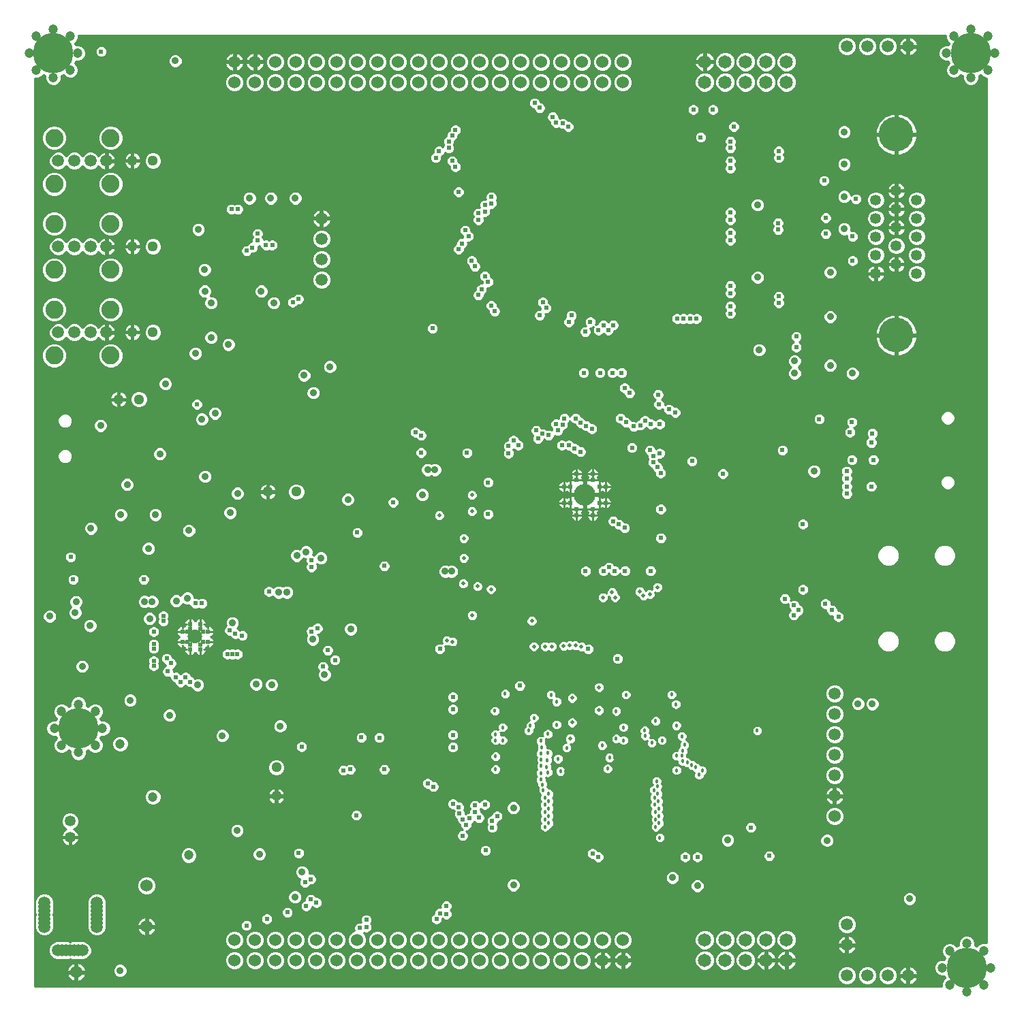
<source format=gbr>
G75*
G70*
%OFA0B0*%
%FSLAX24Y24*%
%IPPOS*%
%LPD*%
%AMOC8*
5,1,8,0,0,1.08239X$1,22.5*
%
%ADD10C,0.0591*%
%ADD11C,0.0600*%
%ADD12C,0.0650*%
%ADD13C,0.0531*%
%ADD14C,0.0238*%
%ADD15C,0.1063*%
%ADD16C,0.0510*%
%ADD17C,0.0886*%
%ADD18C,0.0709*%
%ADD19C,0.1700*%
%ADD20C,0.1975*%
%ADD21C,0.0472*%
%ADD22C,0.0100*%
%ADD23C,0.0237*%
%ADD24C,0.0180*%
%ADD25C,0.0198*%
%ADD26C,0.0354*%
D10*
X013511Y007826D03*
X013511Y008023D03*
X013511Y008220D03*
X013511Y008417D03*
X013511Y008614D03*
X013511Y008810D03*
X013511Y009007D03*
X016070Y009007D03*
X016070Y008810D03*
X016070Y008614D03*
X016070Y008417D03*
X016070Y008220D03*
X016070Y008023D03*
X016070Y007826D03*
X015361Y006665D03*
X015165Y006665D03*
X014968Y006665D03*
X014771Y006665D03*
X014574Y006665D03*
X014377Y006665D03*
X014180Y006665D03*
X014190Y036928D03*
X014977Y036928D03*
X015765Y036928D03*
X016552Y036928D03*
X016552Y041128D03*
X015765Y041128D03*
X014977Y041128D03*
X014190Y041128D03*
X014190Y045328D03*
X014977Y045328D03*
X015765Y045328D03*
X016552Y045328D03*
X027070Y042517D03*
X027070Y041517D03*
X027070Y040517D03*
X027070Y039517D03*
X052170Y019237D03*
X052170Y018237D03*
X052170Y017237D03*
X052170Y016237D03*
X052170Y015237D03*
X052170Y014237D03*
X052770Y007937D03*
X052770Y006937D03*
X052770Y005437D03*
X053770Y005437D03*
X054770Y005437D03*
X055770Y005437D03*
X055770Y050937D03*
X054770Y050937D03*
X053770Y050937D03*
X052770Y050937D03*
D11*
X041820Y050187D03*
X040820Y050187D03*
X040820Y049187D03*
X041820Y049187D03*
X039820Y049187D03*
X039820Y050187D03*
X038820Y050187D03*
X038820Y049187D03*
X037820Y049187D03*
X037820Y050187D03*
X036820Y050187D03*
X035820Y050187D03*
X035820Y049187D03*
X036820Y049187D03*
X034820Y049187D03*
X034820Y050187D03*
X033820Y050187D03*
X033820Y049187D03*
X032820Y049187D03*
X032820Y050187D03*
X031820Y050187D03*
X031820Y049187D03*
X030820Y049187D03*
X030820Y050187D03*
X029820Y050187D03*
X029820Y049187D03*
X028820Y049187D03*
X028820Y050187D03*
X027820Y050187D03*
X027820Y049187D03*
X026820Y049187D03*
X026820Y050187D03*
X025820Y050187D03*
X025820Y049187D03*
X024820Y049187D03*
X024820Y050187D03*
X023820Y050187D03*
X023820Y049187D03*
X022820Y049187D03*
X022820Y050187D03*
X052170Y013237D03*
X041820Y007187D03*
X040820Y007187D03*
X040820Y006187D03*
X041820Y006187D03*
X039820Y006187D03*
X039820Y007187D03*
X038820Y007187D03*
X038820Y006187D03*
X037820Y006187D03*
X037820Y007187D03*
X036820Y007187D03*
X035820Y007187D03*
X035820Y006187D03*
X036820Y006187D03*
X034820Y006187D03*
X034820Y007187D03*
X033820Y007187D03*
X033820Y006187D03*
X032820Y006187D03*
X032820Y007187D03*
X031820Y007187D03*
X031820Y006187D03*
X030820Y006187D03*
X030820Y007187D03*
X029820Y007187D03*
X029820Y006187D03*
X028820Y006187D03*
X028820Y007187D03*
X027820Y007187D03*
X027820Y006187D03*
X026820Y006187D03*
X026820Y007187D03*
X025820Y007187D03*
X025820Y006187D03*
X024820Y006187D03*
X024820Y007187D03*
X023820Y007187D03*
X023820Y006187D03*
X022820Y006187D03*
X022820Y007187D03*
X018520Y007837D03*
X018520Y009837D03*
X015070Y005597D03*
D12*
X045820Y006187D03*
X045820Y007187D03*
X046820Y007187D03*
X047820Y007187D03*
X047820Y006187D03*
X046820Y006187D03*
X048820Y006187D03*
X048820Y007187D03*
X049820Y007187D03*
X049820Y006187D03*
X049820Y049187D03*
X049820Y050187D03*
X048820Y050187D03*
X048820Y049187D03*
X047820Y049187D03*
X047820Y050187D03*
X046820Y050187D03*
X046820Y049187D03*
X045820Y049187D03*
X045820Y050187D03*
D13*
X054190Y043421D03*
X054190Y042521D03*
X055190Y042971D03*
X055190Y042071D03*
X054190Y041621D03*
X055190Y041171D03*
X055190Y040271D03*
X054190Y040721D03*
X054190Y039821D03*
X056190Y039821D03*
X056190Y040721D03*
X056190Y041621D03*
X056190Y042521D03*
X056190Y043421D03*
X055190Y043871D03*
X014770Y013000D03*
X014770Y012213D03*
D14*
X020634Y021397D03*
X020634Y021633D03*
X020496Y021771D03*
X020260Y021771D03*
X020260Y022283D03*
X020496Y022283D03*
X020634Y022420D03*
X020634Y022657D03*
X021146Y022657D03*
X021146Y022420D03*
X021284Y022283D03*
X021520Y022283D03*
X021520Y021771D03*
X021284Y021771D03*
X021146Y021633D03*
X021146Y021397D03*
X038927Y028593D03*
X039241Y028593D03*
X039556Y028278D03*
X039556Y027963D03*
X040344Y027963D03*
X040344Y028278D03*
X040659Y028593D03*
X040974Y028593D03*
X040974Y029380D03*
X040659Y029380D03*
X040344Y029695D03*
X040344Y030010D03*
X039556Y030010D03*
X039556Y029695D03*
X039241Y029380D03*
X038927Y029380D03*
D15*
X039950Y028987D03*
D16*
X025840Y029127D03*
X024440Y029127D03*
X018140Y033657D03*
X017140Y033657D03*
X017820Y036937D03*
X018820Y036937D03*
X018820Y041137D03*
X017820Y041137D03*
X017820Y045337D03*
X018820Y045337D03*
X024860Y015627D03*
X024860Y014227D03*
D17*
X016749Y035806D03*
X016749Y038050D03*
X016749Y040006D03*
X016749Y042250D03*
X016749Y044206D03*
X016749Y046450D03*
X013993Y046450D03*
X013993Y044206D03*
X013993Y042250D03*
X013993Y040006D03*
X013993Y038050D03*
X013993Y035806D03*
D18*
X020890Y022027D03*
D19*
X055190Y036797D03*
X055190Y046637D03*
D20*
X058837Y050606D03*
X015176Y017543D03*
X013952Y050606D03*
X058637Y005818D03*
D21*
X057810Y006645D03*
X058637Y006999D03*
X059463Y006645D03*
X059818Y005818D03*
X059463Y004991D03*
X058637Y004637D03*
X057810Y004991D03*
X057456Y005818D03*
X020570Y011327D03*
X018820Y014187D03*
X017220Y015187D03*
X016003Y016716D03*
X015176Y016361D03*
X014349Y016716D03*
X013995Y017543D03*
X014349Y018369D03*
X015176Y018724D03*
X016003Y018369D03*
X016357Y017543D03*
X017222Y016787D03*
X013952Y049424D03*
X014778Y049779D03*
X015133Y050606D03*
X014778Y051432D03*
X013952Y051787D03*
X013125Y051432D03*
X012771Y050606D03*
X013125Y049779D03*
X057656Y050606D03*
X058011Y049779D03*
X058837Y049424D03*
X059664Y049779D03*
X060019Y050606D03*
X059664Y051432D03*
X058837Y051787D03*
X058011Y051432D03*
D22*
X013040Y049374D02*
X013040Y004907D01*
X057405Y004907D01*
X057404Y004911D01*
X057404Y005072D01*
X057466Y005221D01*
X057580Y005336D01*
X057583Y005337D01*
X057550Y005417D01*
X057536Y005412D01*
X057375Y005412D01*
X057225Y005474D01*
X057111Y005588D01*
X057049Y005737D01*
X057049Y005899D01*
X057111Y006048D01*
X057225Y006162D01*
X057375Y006224D01*
X057536Y006224D01*
X057550Y006219D01*
X057583Y006299D01*
X057580Y006301D01*
X057466Y006415D01*
X057404Y006564D01*
X057404Y006726D01*
X057466Y006875D01*
X057580Y006989D01*
X057729Y007051D01*
X057891Y007051D01*
X058040Y006989D01*
X058154Y006875D01*
X058156Y006872D01*
X058236Y006905D01*
X058230Y006918D01*
X058230Y007080D01*
X058292Y007229D01*
X058407Y007344D01*
X058556Y007405D01*
X058717Y007405D01*
X058867Y007344D01*
X058981Y007229D01*
X059043Y007080D01*
X059043Y006918D01*
X059037Y006905D01*
X059118Y006872D01*
X059119Y006875D01*
X059233Y006989D01*
X059383Y007051D01*
X059544Y007051D01*
X059600Y007028D01*
X059600Y049373D01*
X059583Y049373D01*
X059434Y049434D01*
X059320Y049549D01*
X059319Y049552D01*
X059238Y049519D01*
X059244Y049505D01*
X059244Y049344D01*
X059182Y049194D01*
X059068Y049080D01*
X058918Y049018D01*
X058757Y049018D01*
X058607Y049080D01*
X058493Y049194D01*
X058431Y049344D01*
X058431Y049505D01*
X058437Y049519D01*
X058356Y049552D01*
X058355Y049549D01*
X058241Y049434D01*
X058091Y049373D01*
X057930Y049373D01*
X057781Y049434D01*
X057666Y049549D01*
X057604Y049698D01*
X057604Y049860D01*
X057666Y050009D01*
X057781Y050123D01*
X057784Y050124D01*
X057751Y050205D01*
X057737Y050199D01*
X057576Y050199D01*
X057426Y050261D01*
X057312Y050375D01*
X057250Y050525D01*
X057250Y050686D01*
X057312Y050836D01*
X057426Y050950D01*
X057576Y051012D01*
X057737Y051012D01*
X057751Y051006D01*
X057784Y051087D01*
X057781Y051088D01*
X057666Y051202D01*
X057604Y051351D01*
X057604Y051467D01*
X015185Y051467D01*
X015185Y051351D01*
X015123Y051202D01*
X015009Y051088D01*
X015005Y051087D01*
X015038Y051006D01*
X015052Y051012D01*
X015214Y051012D01*
X015363Y050950D01*
X015477Y050836D01*
X015539Y050686D01*
X015539Y050525D01*
X015477Y050375D01*
X015363Y050261D01*
X015214Y050199D01*
X015052Y050199D01*
X015038Y050205D01*
X015005Y050124D01*
X015009Y050123D01*
X015123Y050009D01*
X015185Y049860D01*
X015185Y049698D01*
X015123Y049549D01*
X015009Y049434D01*
X014859Y049373D01*
X014698Y049373D01*
X014548Y049434D01*
X014434Y049549D01*
X014433Y049552D01*
X014352Y049519D01*
X014358Y049505D01*
X014358Y049344D01*
X014296Y049194D01*
X014182Y049080D01*
X014032Y049018D01*
X013871Y049018D01*
X013722Y049080D01*
X013607Y049194D01*
X013545Y049344D01*
X013545Y049505D01*
X013551Y049519D01*
X013471Y049552D01*
X013469Y049549D01*
X013355Y049434D01*
X013206Y049373D01*
X013044Y049373D01*
X013040Y049374D01*
X013040Y049327D02*
X013552Y049327D01*
X013545Y049425D02*
X013333Y049425D01*
X013444Y049524D02*
X013539Y049524D01*
X013593Y049228D02*
X013040Y049228D01*
X013040Y049130D02*
X013672Y049130D01*
X013840Y049031D02*
X013040Y049031D01*
X013040Y048933D02*
X022417Y048933D01*
X022422Y048920D02*
X022554Y048788D01*
X022727Y048717D01*
X022914Y048717D01*
X023086Y048788D01*
X023219Y048920D01*
X023290Y049093D01*
X023290Y049280D01*
X023219Y049453D01*
X023086Y049585D01*
X022914Y049657D01*
X022727Y049657D01*
X022554Y049585D01*
X022422Y049453D01*
X022350Y049280D01*
X022350Y049093D01*
X022422Y048920D01*
X022376Y049031D02*
X014064Y049031D01*
X014231Y049130D02*
X022350Y049130D01*
X022350Y049228D02*
X014310Y049228D01*
X014351Y049327D02*
X022369Y049327D01*
X022410Y049425D02*
X014987Y049425D01*
X015098Y049524D02*
X022493Y049524D01*
X022644Y049622D02*
X015153Y049622D01*
X015185Y049721D02*
X022716Y049721D01*
X022727Y049717D02*
X022770Y049717D01*
X022770Y050136D01*
X022870Y050136D01*
X022870Y049717D01*
X022914Y049717D01*
X023086Y049788D01*
X023219Y049920D01*
X023290Y050093D01*
X023290Y050137D01*
X022870Y050137D01*
X022870Y050237D01*
X022770Y050237D01*
X022770Y050657D01*
X022727Y050657D01*
X022554Y050585D01*
X022422Y050453D01*
X022350Y050280D01*
X022350Y050237D01*
X022770Y050237D01*
X022770Y050137D01*
X022350Y050137D01*
X022350Y050093D01*
X022422Y049920D01*
X022554Y049788D01*
X022727Y049717D01*
X022770Y049721D02*
X022870Y049721D01*
X022924Y049721D02*
X023716Y049721D01*
X023727Y049717D02*
X023770Y049717D01*
X023770Y050136D01*
X023870Y050136D01*
X023870Y049717D01*
X023914Y049717D01*
X024086Y049788D01*
X024219Y049920D01*
X024290Y050093D01*
X024290Y050137D01*
X023870Y050137D01*
X023870Y050237D01*
X023770Y050237D01*
X023770Y050657D01*
X023727Y050657D01*
X023554Y050585D01*
X023422Y050453D01*
X023350Y050280D01*
X023350Y050237D01*
X023770Y050237D01*
X023770Y050137D01*
X023350Y050137D01*
X023350Y050093D01*
X023422Y049920D01*
X023554Y049788D01*
X023727Y049717D01*
X023770Y049721D02*
X023870Y049721D01*
X023924Y049721D02*
X024716Y049721D01*
X024727Y049717D02*
X024914Y049717D01*
X025086Y049788D01*
X025219Y049920D01*
X025290Y050093D01*
X025290Y050280D01*
X025219Y050453D01*
X025086Y050585D01*
X024914Y050657D01*
X024727Y050657D01*
X024554Y050585D01*
X024422Y050453D01*
X024350Y050280D01*
X024350Y050093D01*
X024422Y049920D01*
X024554Y049788D01*
X024727Y049717D01*
X024727Y049657D02*
X024554Y049585D01*
X024422Y049453D01*
X024350Y049280D01*
X024350Y049093D01*
X024422Y048920D01*
X024554Y048788D01*
X024727Y048717D01*
X024914Y048717D01*
X025086Y048788D01*
X025219Y048920D01*
X025290Y049093D01*
X025290Y049280D01*
X025219Y049453D01*
X025086Y049585D01*
X024914Y049657D01*
X024727Y049657D01*
X024644Y049622D02*
X023996Y049622D01*
X023914Y049657D02*
X023727Y049657D01*
X023554Y049585D01*
X023422Y049453D01*
X023350Y049280D01*
X023350Y049093D01*
X023422Y048920D01*
X023554Y048788D01*
X023727Y048717D01*
X023914Y048717D01*
X024086Y048788D01*
X024219Y048920D01*
X024290Y049093D01*
X024290Y049280D01*
X024219Y049453D01*
X024086Y049585D01*
X023914Y049657D01*
X023870Y049819D02*
X023770Y049819D01*
X023770Y049918D02*
X023870Y049918D01*
X023870Y050017D02*
X023770Y050017D01*
X023770Y050115D02*
X023870Y050115D01*
X023870Y050214D02*
X024350Y050214D01*
X024290Y050237D02*
X024290Y050280D01*
X024219Y050453D01*
X024086Y050585D01*
X023914Y050657D01*
X023870Y050657D01*
X023870Y050237D01*
X024290Y050237D01*
X024277Y050312D02*
X024363Y050312D01*
X024404Y050411D02*
X024236Y050411D01*
X024162Y050509D02*
X024478Y050509D01*
X024609Y050608D02*
X024031Y050608D01*
X023870Y050608D02*
X023770Y050608D01*
X023770Y050509D02*
X023870Y050509D01*
X023870Y050411D02*
X023770Y050411D01*
X023770Y050312D02*
X023870Y050312D01*
X023770Y050214D02*
X022870Y050214D01*
X022870Y050237D02*
X023290Y050237D01*
X023290Y050280D01*
X023219Y050453D01*
X023086Y050585D01*
X022914Y050657D01*
X022870Y050657D01*
X022870Y050237D01*
X022870Y050312D02*
X022770Y050312D01*
X022770Y050214D02*
X020267Y050214D01*
X020267Y050158D02*
X020267Y050296D01*
X020214Y050423D01*
X020117Y050521D01*
X019989Y050574D01*
X019851Y050574D01*
X019724Y050521D01*
X019626Y050423D01*
X019573Y050296D01*
X019573Y050158D01*
X019626Y050030D01*
X019724Y049932D01*
X019851Y049879D01*
X019989Y049879D01*
X020117Y049932D01*
X020214Y050030D01*
X020267Y050158D01*
X020250Y050115D02*
X022350Y050115D01*
X022382Y050017D02*
X020201Y050017D01*
X020082Y049918D02*
X022424Y049918D01*
X022523Y049819D02*
X015185Y049819D01*
X015160Y049918D02*
X019758Y049918D01*
X019639Y050017D02*
X015115Y050017D01*
X015016Y050115D02*
X019591Y050115D01*
X019573Y050214D02*
X015248Y050214D01*
X015414Y050312D02*
X019580Y050312D01*
X019621Y050411D02*
X016379Y050411D01*
X016348Y050398D02*
X016454Y050442D01*
X016535Y050523D01*
X016579Y050629D01*
X016579Y050744D01*
X016535Y050850D01*
X016454Y050931D01*
X016348Y050975D01*
X016233Y050975D01*
X016127Y050931D01*
X016045Y050850D01*
X016001Y050744D01*
X016001Y050629D01*
X016045Y050523D01*
X016127Y050442D01*
X016233Y050398D01*
X016348Y050398D01*
X016202Y050411D02*
X015492Y050411D01*
X015533Y050509D02*
X016059Y050509D01*
X016010Y050608D02*
X015539Y050608D01*
X015531Y050706D02*
X016001Y050706D01*
X016027Y050805D02*
X015490Y050805D01*
X015409Y050903D02*
X016099Y050903D01*
X016482Y050903D02*
X052305Y050903D01*
X052305Y050844D02*
X052376Y050673D01*
X052507Y050542D01*
X052678Y050471D01*
X052863Y050471D01*
X053034Y050542D01*
X053165Y050673D01*
X053235Y050844D01*
X053235Y051029D01*
X053165Y051200D01*
X053034Y051331D01*
X052863Y051402D01*
X052678Y051402D01*
X052507Y051331D01*
X052376Y051200D01*
X052305Y051029D01*
X052305Y050844D01*
X052321Y050805D02*
X016554Y050805D01*
X016579Y050706D02*
X052362Y050706D01*
X052441Y050608D02*
X050096Y050608D01*
X050100Y050606D02*
X049919Y050681D01*
X049722Y050681D01*
X049540Y050606D01*
X049401Y050467D01*
X049325Y050285D01*
X049325Y050088D01*
X049401Y049906D01*
X049540Y049767D01*
X049722Y049692D01*
X049919Y049692D01*
X050100Y049767D01*
X050240Y049906D01*
X050315Y050088D01*
X050315Y050285D01*
X050240Y050467D01*
X050100Y050606D01*
X050197Y050509D02*
X052586Y050509D01*
X052954Y050509D02*
X053586Y050509D01*
X053507Y050542D02*
X053678Y050471D01*
X053863Y050471D01*
X054034Y050542D01*
X054165Y050673D01*
X054235Y050844D01*
X054235Y051029D01*
X054165Y051200D01*
X054034Y051331D01*
X053863Y051402D01*
X053678Y051402D01*
X053507Y051331D01*
X053376Y051200D01*
X053305Y051029D01*
X053305Y050844D01*
X053376Y050673D01*
X053507Y050542D01*
X053441Y050608D02*
X053099Y050608D01*
X053178Y050706D02*
X053362Y050706D01*
X053321Y050805D02*
X053219Y050805D01*
X053235Y050903D02*
X053305Y050903D01*
X053305Y051002D02*
X053235Y051002D01*
X053206Y051101D02*
X053334Y051101D01*
X053375Y051199D02*
X053165Y051199D01*
X053067Y051298D02*
X053473Y051298D01*
X053664Y051396D02*
X052877Y051396D01*
X052664Y051396D02*
X015185Y051396D01*
X015162Y051298D02*
X052473Y051298D01*
X052375Y051199D02*
X015120Y051199D01*
X015021Y051101D02*
X052334Y051101D01*
X052305Y051002D02*
X015237Y051002D01*
X016521Y050509D02*
X019712Y050509D01*
X020128Y050509D02*
X022478Y050509D01*
X022404Y050411D02*
X020220Y050411D01*
X020260Y050312D02*
X022363Y050312D01*
X022609Y050608D02*
X016570Y050608D01*
X014570Y049425D02*
X014358Y049425D01*
X014365Y049524D02*
X014459Y049524D01*
X013040Y048834D02*
X022508Y048834D01*
X022681Y048735D02*
X013040Y048735D01*
X013040Y048637D02*
X059600Y048637D01*
X059600Y048735D02*
X050024Y048735D01*
X050100Y048767D02*
X050240Y048906D01*
X050315Y049088D01*
X050315Y049285D01*
X050240Y049467D01*
X050100Y049606D01*
X049919Y049681D01*
X049722Y049681D01*
X049540Y049606D01*
X049401Y049467D01*
X049325Y049285D01*
X049325Y049088D01*
X049401Y048906D01*
X049540Y048767D01*
X049722Y048692D01*
X049919Y048692D01*
X050100Y048767D01*
X050167Y048834D02*
X059600Y048834D01*
X059600Y048933D02*
X050250Y048933D01*
X050291Y049031D02*
X058725Y049031D01*
X058558Y049130D02*
X050315Y049130D01*
X050315Y049228D02*
X058479Y049228D01*
X058438Y049327D02*
X050298Y049327D01*
X050257Y049425D02*
X057803Y049425D01*
X057691Y049524D02*
X050183Y049524D01*
X050061Y049622D02*
X057636Y049622D01*
X057604Y049721D02*
X049989Y049721D01*
X050153Y049819D02*
X057604Y049819D01*
X057629Y049918D02*
X050244Y049918D01*
X050285Y050017D02*
X057674Y050017D01*
X057773Y050115D02*
X050315Y050115D01*
X050315Y050214D02*
X057541Y050214D01*
X057375Y050312D02*
X050304Y050312D01*
X050263Y050411D02*
X057297Y050411D01*
X057257Y050509D02*
X055954Y050509D01*
X056034Y050542D02*
X056165Y050673D01*
X056235Y050844D01*
X056235Y050888D01*
X055819Y050888D01*
X055819Y050985D01*
X056235Y050985D01*
X056235Y051029D01*
X056165Y051200D01*
X056034Y051331D01*
X055863Y051402D01*
X055819Y051402D01*
X055819Y050985D01*
X055722Y050985D01*
X055722Y051402D01*
X055678Y051402D01*
X055507Y051331D01*
X055376Y051200D01*
X055305Y051029D01*
X055305Y050985D01*
X055721Y050985D01*
X055721Y050888D01*
X055305Y050888D01*
X055305Y050844D01*
X055376Y050673D01*
X055507Y050542D01*
X055678Y050471D01*
X055722Y050471D01*
X055722Y050888D01*
X055819Y050888D01*
X055819Y050471D01*
X055863Y050471D01*
X056034Y050542D01*
X056099Y050608D02*
X057250Y050608D01*
X057258Y050706D02*
X056178Y050706D01*
X056219Y050805D02*
X057299Y050805D01*
X057380Y050903D02*
X055819Y050903D01*
X055721Y050903D02*
X055235Y050903D01*
X055235Y050844D02*
X055235Y051029D01*
X055165Y051200D01*
X055034Y051331D01*
X054863Y051402D01*
X054678Y051402D01*
X054507Y051331D01*
X054376Y051200D01*
X054305Y051029D01*
X054305Y050844D01*
X054376Y050673D01*
X054507Y050542D01*
X054678Y050471D01*
X054863Y050471D01*
X055034Y050542D01*
X055165Y050673D01*
X055235Y050844D01*
X055219Y050805D02*
X055321Y050805D01*
X055362Y050706D02*
X055178Y050706D01*
X055099Y050608D02*
X055441Y050608D01*
X055586Y050509D02*
X054954Y050509D01*
X054586Y050509D02*
X053954Y050509D01*
X054099Y050608D02*
X054441Y050608D01*
X054362Y050706D02*
X054178Y050706D01*
X054219Y050805D02*
X054321Y050805D01*
X054305Y050903D02*
X054235Y050903D01*
X054235Y051002D02*
X054305Y051002D01*
X054334Y051101D02*
X054206Y051101D01*
X054165Y051199D02*
X054375Y051199D01*
X054473Y051298D02*
X054067Y051298D01*
X053877Y051396D02*
X054664Y051396D01*
X054877Y051396D02*
X055664Y051396D01*
X055722Y051396D02*
X055819Y051396D01*
X055877Y051396D02*
X057604Y051396D01*
X057627Y051298D02*
X056067Y051298D01*
X056165Y051199D02*
X057669Y051199D01*
X057768Y051101D02*
X056206Y051101D01*
X056235Y051002D02*
X057552Y051002D01*
X058330Y049524D02*
X058424Y049524D01*
X058431Y049425D02*
X058219Y049425D01*
X058949Y049031D02*
X059600Y049031D01*
X059600Y049130D02*
X059117Y049130D01*
X059196Y049228D02*
X059600Y049228D01*
X059600Y049327D02*
X059237Y049327D01*
X059244Y049425D02*
X059456Y049425D01*
X059345Y049524D02*
X059250Y049524D01*
X059600Y048538D02*
X013040Y048538D01*
X013040Y048440D02*
X037405Y048440D01*
X037443Y048455D02*
X037337Y048411D01*
X037255Y048330D01*
X037211Y048224D01*
X037211Y048109D01*
X037255Y048003D01*
X037337Y047922D01*
X037443Y047878D01*
X037451Y047878D01*
X037451Y047869D01*
X037495Y047763D01*
X037577Y047682D01*
X037683Y047638D01*
X037798Y047638D01*
X037904Y047682D01*
X037985Y047763D01*
X038029Y047869D01*
X038029Y047984D01*
X037985Y048090D01*
X037904Y048171D01*
X037798Y048215D01*
X037789Y048215D01*
X037789Y048224D01*
X037745Y048330D01*
X037664Y048411D01*
X037558Y048455D01*
X037443Y048455D01*
X037595Y048440D02*
X059600Y048440D01*
X059600Y048341D02*
X037734Y048341D01*
X037781Y048243D02*
X059600Y048243D01*
X059600Y048144D02*
X037931Y048144D01*
X038003Y048046D02*
X045051Y048046D01*
X045015Y048010D02*
X045097Y048091D01*
X045203Y048135D01*
X045318Y048135D01*
X045424Y048091D01*
X045505Y048010D01*
X045549Y047904D01*
X045549Y047789D01*
X045505Y047683D01*
X045424Y047602D01*
X045318Y047558D01*
X045203Y047558D01*
X045097Y047602D01*
X045015Y047683D01*
X044971Y047789D01*
X044971Y047904D01*
X045015Y048010D01*
X044989Y047947D02*
X038029Y047947D01*
X038020Y047849D02*
X044971Y047849D01*
X044988Y047750D02*
X038499Y047750D01*
X038544Y047731D02*
X038438Y047775D01*
X038323Y047775D01*
X038217Y047731D01*
X038135Y047650D01*
X038091Y047544D01*
X038091Y047429D01*
X038135Y047323D01*
X038217Y047242D01*
X038251Y047227D01*
X038251Y047149D01*
X038295Y047043D01*
X038377Y046962D01*
X033885Y046962D01*
X033865Y047010D02*
X033784Y047091D01*
X033678Y047135D01*
X033563Y047135D01*
X033457Y047091D01*
X033375Y047010D01*
X033331Y046904D01*
X033331Y046826D01*
X033297Y046811D01*
X033215Y046730D01*
X033171Y046624D01*
X033171Y046546D01*
X033137Y046531D01*
X033055Y046450D01*
X033011Y046344D01*
X033011Y046229D01*
X033054Y046127D01*
X033011Y046024D01*
X033011Y046024D01*
X032984Y046051D01*
X032878Y046095D01*
X032763Y046095D01*
X032657Y046051D01*
X032575Y045970D01*
X032531Y045864D01*
X032531Y045749D01*
X032533Y045746D01*
X032497Y045731D01*
X032415Y045650D01*
X032371Y045544D01*
X032371Y045429D01*
X032415Y045323D01*
X032497Y045242D01*
X032603Y045198D01*
X032718Y045198D01*
X032824Y045242D01*
X032905Y045323D01*
X032949Y045429D01*
X032949Y045544D01*
X032948Y045547D01*
X032984Y045562D01*
X033065Y045643D01*
X033109Y045749D01*
X033109Y045750D01*
X033137Y045722D01*
X033243Y045678D01*
X033358Y045678D01*
X033464Y045722D01*
X033545Y045803D01*
X033589Y045909D01*
X033589Y046024D01*
X033546Y046127D01*
X033589Y046229D01*
X033589Y046307D01*
X033624Y046322D01*
X033705Y046403D01*
X033749Y046509D01*
X033749Y046587D01*
X033784Y046602D01*
X033865Y046683D01*
X033909Y046789D01*
X033909Y046904D01*
X033865Y047010D01*
X033815Y047060D02*
X038288Y047060D01*
X038251Y047159D02*
X013040Y047159D01*
X013040Y047257D02*
X038201Y047257D01*
X038122Y047356D02*
X013040Y047356D01*
X013040Y047454D02*
X038091Y047454D01*
X038095Y047553D02*
X013040Y047553D01*
X013040Y047651D02*
X037650Y047651D01*
X037508Y047750D02*
X013040Y047750D01*
X013040Y047849D02*
X037460Y047849D01*
X037311Y047947D02*
X013040Y047947D01*
X013040Y048046D02*
X037238Y048046D01*
X037211Y048144D02*
X013040Y048144D01*
X013040Y048243D02*
X037219Y048243D01*
X037266Y048341D02*
X013040Y048341D01*
X013040Y047060D02*
X013864Y047060D01*
X013871Y047063D02*
X013646Y046970D01*
X013473Y046798D01*
X013380Y046572D01*
X013380Y046328D01*
X013473Y046103D01*
X013646Y045931D01*
X013871Y045837D01*
X014115Y045837D01*
X014340Y045931D01*
X014513Y046103D01*
X014606Y046328D01*
X014606Y046572D01*
X014513Y046798D01*
X014340Y046970D01*
X014115Y047063D01*
X013871Y047063D01*
X014122Y047060D02*
X016620Y047060D01*
X016627Y047063D02*
X016402Y046970D01*
X016229Y046798D01*
X016136Y046572D01*
X016136Y046328D01*
X016229Y046103D01*
X016402Y045931D01*
X016627Y045837D01*
X016871Y045837D01*
X017096Y045931D01*
X017268Y046103D01*
X017362Y046328D01*
X017362Y046572D01*
X017268Y046798D01*
X017096Y046970D01*
X016871Y047063D01*
X016627Y047063D01*
X016878Y047060D02*
X033425Y047060D01*
X033355Y046962D02*
X017104Y046962D01*
X017203Y046863D02*
X033331Y046863D01*
X033250Y046765D02*
X017282Y046765D01*
X017323Y046666D02*
X033189Y046666D01*
X033171Y046568D02*
X017362Y046568D01*
X017362Y046469D02*
X033074Y046469D01*
X033022Y046370D02*
X017362Y046370D01*
X017338Y046272D02*
X033011Y046272D01*
X033035Y046173D02*
X017298Y046173D01*
X017240Y046075D02*
X032713Y046075D01*
X032581Y045976D02*
X017142Y045976D01*
X016968Y045878D02*
X032537Y045878D01*
X032531Y045779D02*
X016679Y045779D01*
X016645Y045794D02*
X016816Y045723D01*
X016946Y045592D01*
X017017Y045421D01*
X017017Y045377D01*
X016601Y045377D01*
X016601Y045280D01*
X017017Y045280D01*
X017017Y045236D01*
X016946Y045065D01*
X016816Y044934D01*
X016645Y044863D01*
X016600Y044863D01*
X016600Y045280D01*
X016504Y045280D01*
X016504Y044863D01*
X016459Y044863D01*
X016288Y044934D01*
X016158Y045064D01*
X016028Y044934D01*
X015857Y044863D01*
X015672Y044863D01*
X015501Y044934D01*
X015371Y045064D01*
X015241Y044934D01*
X015070Y044863D01*
X014885Y044863D01*
X014714Y044934D01*
X014584Y045064D01*
X014453Y044934D01*
X014282Y044863D01*
X014097Y044863D01*
X013926Y044934D01*
X013795Y045065D01*
X013725Y045236D01*
X013725Y045421D01*
X013795Y045592D01*
X013926Y045723D01*
X014097Y045794D01*
X014282Y045794D01*
X014453Y045723D01*
X014584Y045593D01*
X014714Y045723D01*
X014885Y045794D01*
X015070Y045794D01*
X015241Y045723D01*
X015371Y045593D01*
X015501Y045723D01*
X015672Y045794D01*
X015857Y045794D01*
X016028Y045723D01*
X016158Y045593D01*
X016288Y045723D01*
X016459Y045794D01*
X016504Y045794D01*
X016504Y045377D01*
X016600Y045377D01*
X016600Y045794D01*
X016645Y045794D01*
X016600Y045779D02*
X016504Y045779D01*
X016425Y045779D02*
X015892Y045779D01*
X016070Y045681D02*
X016246Y045681D01*
X016504Y045681D02*
X016600Y045681D01*
X016600Y045582D02*
X016504Y045582D01*
X016504Y045484D02*
X016600Y045484D01*
X016600Y045385D02*
X016504Y045385D01*
X016601Y045286D02*
X017395Y045286D01*
X017395Y045302D02*
X017395Y045252D01*
X017460Y045096D01*
X017579Y044976D01*
X017736Y044912D01*
X017785Y044912D01*
X017785Y045301D01*
X017855Y045301D01*
X017855Y044912D01*
X017905Y044912D01*
X018061Y044976D01*
X018180Y045096D01*
X018245Y045252D01*
X018245Y045302D01*
X017855Y045302D01*
X017855Y045372D01*
X017785Y045372D01*
X017785Y045762D01*
X017736Y045762D01*
X017579Y045697D01*
X017460Y045577D01*
X017395Y045421D01*
X017395Y045372D01*
X017785Y045372D01*
X017785Y045302D01*
X017395Y045302D01*
X017395Y045385D02*
X017017Y045385D01*
X016991Y045484D02*
X017421Y045484D01*
X017465Y045582D02*
X016951Y045582D01*
X016858Y045681D02*
X017563Y045681D01*
X017785Y045681D02*
X017855Y045681D01*
X017855Y045762D02*
X017855Y045372D01*
X018245Y045372D01*
X018245Y045421D01*
X018180Y045577D01*
X018061Y045697D01*
X017905Y045762D01*
X017855Y045762D01*
X017855Y045582D02*
X017785Y045582D01*
X017785Y045484D02*
X017855Y045484D01*
X017855Y045385D02*
X017785Y045385D01*
X017785Y045286D02*
X017855Y045286D01*
X017855Y045188D02*
X017785Y045188D01*
X017785Y045089D02*
X017855Y045089D01*
X017855Y044991D02*
X017785Y044991D01*
X017565Y044991D02*
X016873Y044991D01*
X016957Y045089D02*
X017466Y045089D01*
X017422Y045188D02*
X016997Y045188D01*
X016871Y044819D02*
X017096Y044726D01*
X017268Y044553D01*
X017362Y044328D01*
X017362Y044084D01*
X017268Y043859D01*
X017096Y043687D01*
X016871Y043593D01*
X016627Y043593D01*
X016402Y043687D01*
X016229Y043859D01*
X016136Y044084D01*
X016136Y044328D01*
X016229Y044553D01*
X016402Y044726D01*
X016627Y044819D01*
X016871Y044819D01*
X016932Y044794D02*
X033476Y044794D01*
X033457Y044802D02*
X033563Y044758D01*
X033678Y044758D01*
X033784Y044802D01*
X033865Y044883D01*
X033909Y044989D01*
X033909Y045104D01*
X033865Y045210D01*
X033784Y045291D01*
X033749Y045306D01*
X033749Y045384D01*
X033705Y045490D01*
X033624Y045571D01*
X033518Y045615D01*
X033403Y045615D01*
X033297Y045571D01*
X033215Y045490D01*
X033171Y045384D01*
X033171Y045269D01*
X033215Y045163D01*
X033297Y045082D01*
X033331Y045067D01*
X033331Y044989D01*
X033375Y044883D01*
X033457Y044802D01*
X033371Y044892D02*
X016715Y044892D01*
X016600Y044892D02*
X016504Y044892D01*
X016504Y044991D02*
X016600Y044991D01*
X016600Y045089D02*
X016504Y045089D01*
X016504Y045188D02*
X016600Y045188D01*
X016389Y044892D02*
X015928Y044892D01*
X016085Y044991D02*
X016232Y044991D01*
X016371Y044695D02*
X014371Y044695D01*
X014340Y044726D02*
X014115Y044819D01*
X013871Y044819D01*
X013646Y044726D01*
X013473Y044553D01*
X013380Y044328D01*
X013380Y044084D01*
X013473Y043859D01*
X013646Y043687D01*
X013871Y043593D01*
X014115Y043593D01*
X014340Y043687D01*
X014513Y043859D01*
X014606Y044084D01*
X014606Y044328D01*
X014513Y044553D01*
X014340Y044726D01*
X014353Y044892D02*
X014814Y044892D01*
X014657Y044991D02*
X014510Y044991D01*
X014176Y044794D02*
X016566Y044794D01*
X016272Y044597D02*
X014469Y044597D01*
X014536Y044498D02*
X016206Y044498D01*
X016166Y044400D02*
X014576Y044400D01*
X014606Y044301D02*
X016136Y044301D01*
X016136Y044202D02*
X014606Y044202D01*
X014606Y044104D02*
X016136Y044104D01*
X016169Y044005D02*
X014573Y044005D01*
X014532Y043907D02*
X016209Y043907D01*
X016280Y043808D02*
X014462Y043808D01*
X014363Y043710D02*
X016379Y043710D01*
X016584Y043611D02*
X014158Y043611D01*
X013828Y043611D02*
X013040Y043611D01*
X013040Y043513D02*
X023203Y043513D01*
X023203Y043576D02*
X023203Y043438D01*
X023256Y043310D01*
X023354Y043212D01*
X023481Y043159D01*
X023619Y043159D01*
X023747Y043212D01*
X023844Y043310D01*
X023897Y043438D01*
X023897Y043576D01*
X023844Y043703D01*
X023747Y043801D01*
X023619Y043854D01*
X023481Y043854D01*
X023354Y043801D01*
X023256Y043703D01*
X023203Y043576D01*
X023218Y043611D02*
X016914Y043611D01*
X017119Y043710D02*
X023262Y043710D01*
X023371Y043808D02*
X017218Y043808D01*
X017288Y043907D02*
X033509Y043907D01*
X033491Y043864D02*
X033535Y043970D01*
X033617Y044051D01*
X033723Y044095D01*
X033838Y044095D01*
X033944Y044051D01*
X034025Y043970D01*
X034069Y043864D01*
X034069Y043749D01*
X034025Y043643D01*
X033944Y043562D01*
X033838Y043518D01*
X033723Y043518D01*
X033617Y043562D01*
X033535Y043643D01*
X033491Y043749D01*
X033491Y043864D01*
X033491Y043808D02*
X025969Y043808D01*
X025987Y043801D02*
X025859Y043854D01*
X025721Y043854D01*
X025594Y043801D01*
X025496Y043703D01*
X025443Y043576D01*
X025443Y043438D01*
X025496Y043310D01*
X025594Y043212D01*
X025721Y043159D01*
X025859Y043159D01*
X025987Y043212D01*
X026084Y043310D01*
X026137Y043438D01*
X026137Y043576D01*
X026084Y043703D01*
X025987Y043801D01*
X026078Y043710D02*
X033508Y043710D01*
X033567Y043611D02*
X026123Y043611D01*
X026137Y043513D02*
X035091Y043513D01*
X035091Y043509D02*
X035114Y043455D01*
X035003Y043455D01*
X034897Y043411D01*
X034815Y043330D01*
X034771Y043224D01*
X034771Y043109D01*
X034794Y043055D01*
X034683Y043055D01*
X034577Y043011D01*
X034495Y042930D01*
X034451Y042824D01*
X034451Y042709D01*
X034494Y042607D01*
X034451Y042504D01*
X034451Y042389D01*
X034495Y042283D01*
X034577Y042202D01*
X034683Y042158D01*
X034798Y042158D01*
X034904Y042202D01*
X034985Y042283D01*
X035029Y042389D01*
X035029Y042504D01*
X035007Y042558D01*
X035118Y042558D01*
X035224Y042602D01*
X035305Y042683D01*
X035349Y042789D01*
X035349Y042904D01*
X035327Y042958D01*
X035438Y042958D01*
X035544Y043002D01*
X035625Y043083D01*
X035669Y043189D01*
X035669Y043304D01*
X035626Y043407D01*
X035669Y043509D01*
X035669Y043624D01*
X035625Y043730D01*
X035544Y043811D01*
X035438Y043855D01*
X035323Y043855D01*
X035217Y043811D01*
X035135Y043730D01*
X035091Y043624D01*
X035091Y043509D01*
X035091Y043611D02*
X033993Y043611D01*
X034053Y043710D02*
X035127Y043710D01*
X035214Y043808D02*
X034069Y043808D01*
X034051Y043907D02*
X052506Y043907D01*
X052444Y043881D02*
X052346Y043783D01*
X052293Y043656D01*
X052293Y043518D01*
X052346Y043390D01*
X052444Y043292D01*
X052571Y043239D01*
X052709Y043239D01*
X052837Y043292D01*
X052934Y043390D01*
X052937Y043396D01*
X052975Y043303D01*
X053057Y043222D01*
X053163Y043178D01*
X053278Y043178D01*
X053384Y043222D01*
X053465Y043303D01*
X053509Y043409D01*
X053509Y043524D01*
X053465Y043630D01*
X053384Y043711D01*
X053278Y043755D01*
X053163Y043755D01*
X053057Y043711D01*
X052987Y043642D01*
X052987Y043656D01*
X052934Y043783D01*
X052837Y043881D01*
X052709Y043934D01*
X052571Y043934D01*
X052444Y043881D01*
X052371Y043808D02*
X035547Y043808D01*
X035633Y043710D02*
X052315Y043710D01*
X052293Y043611D02*
X035669Y043611D01*
X035669Y043513D02*
X048304Y043513D01*
X048331Y043524D02*
X048204Y043471D01*
X048106Y043373D01*
X048053Y043246D01*
X048053Y043108D01*
X048106Y042980D01*
X048204Y042882D01*
X048331Y042829D01*
X048469Y042829D01*
X048597Y042882D01*
X048694Y042980D01*
X048747Y043108D01*
X048747Y043246D01*
X048694Y043373D01*
X048597Y043471D01*
X048469Y043524D01*
X048331Y043524D01*
X048496Y043513D02*
X052295Y043513D01*
X052336Y043414D02*
X048654Y043414D01*
X048718Y043316D02*
X052420Y043316D01*
X052860Y043316D02*
X052970Y043316D01*
X053068Y043217D02*
X048747Y043217D01*
X048747Y043119D02*
X053876Y043119D01*
X053821Y043174D02*
X053943Y043052D01*
X054103Y042985D01*
X054277Y042985D01*
X054437Y043052D01*
X054560Y043174D01*
X054626Y043334D01*
X054626Y043508D01*
X054560Y043668D01*
X054437Y043790D01*
X054277Y043857D01*
X054103Y043857D01*
X053943Y043790D01*
X053821Y043668D01*
X053754Y043508D01*
X053754Y043334D01*
X053821Y043174D01*
X053803Y043217D02*
X053372Y043217D01*
X053470Y043316D02*
X053762Y043316D01*
X053754Y043414D02*
X053509Y043414D01*
X053509Y043513D02*
X053757Y043513D01*
X053797Y043611D02*
X053473Y043611D01*
X053385Y043710D02*
X053863Y043710D01*
X053987Y043808D02*
X052909Y043808D01*
X052965Y043710D02*
X053055Y043710D01*
X052774Y043907D02*
X055151Y043907D01*
X055151Y043910D02*
X055151Y043832D01*
X054754Y043832D01*
X054754Y043784D01*
X054821Y043624D01*
X054943Y043502D01*
X055103Y043435D01*
X055151Y043435D01*
X055151Y043832D01*
X055229Y043832D01*
X055229Y043910D01*
X055151Y043910D01*
X054754Y043910D01*
X054754Y043958D01*
X054821Y044118D01*
X054943Y044240D01*
X055103Y044307D01*
X055151Y044307D01*
X055151Y043910D01*
X055229Y043910D02*
X055229Y044307D01*
X055277Y044307D01*
X055437Y044240D01*
X055560Y044118D01*
X055626Y043958D01*
X055626Y043910D01*
X055229Y043910D01*
X055229Y043907D02*
X059600Y043907D01*
X059600Y044005D02*
X055606Y044005D01*
X055565Y044104D02*
X059600Y044104D01*
X059600Y044202D02*
X055475Y044202D01*
X055290Y044301D02*
X059600Y044301D01*
X059600Y044400D02*
X051949Y044400D01*
X051949Y044424D02*
X051905Y044530D01*
X051824Y044611D01*
X051718Y044655D01*
X051603Y044655D01*
X051497Y044611D01*
X051415Y044530D01*
X051371Y044424D01*
X051371Y044309D01*
X051415Y044203D01*
X051497Y044122D01*
X051603Y044078D01*
X051718Y044078D01*
X051824Y044122D01*
X051905Y044203D01*
X051949Y044309D01*
X051949Y044424D01*
X051918Y044498D02*
X059600Y044498D01*
X059600Y044597D02*
X051838Y044597D01*
X051945Y044301D02*
X055090Y044301D01*
X055151Y044301D02*
X055229Y044301D01*
X055229Y044202D02*
X055151Y044202D01*
X055151Y044104D02*
X055229Y044104D01*
X055229Y044005D02*
X055151Y044005D01*
X055229Y043832D02*
X055626Y043832D01*
X055626Y043784D01*
X055560Y043624D01*
X055437Y043502D01*
X055277Y043435D01*
X055229Y043435D01*
X055229Y043832D01*
X055229Y043808D02*
X055151Y043808D01*
X055151Y043710D02*
X055229Y043710D01*
X055229Y043611D02*
X055151Y043611D01*
X055151Y043513D02*
X055229Y043513D01*
X055229Y043407D02*
X055229Y043010D01*
X055151Y043010D01*
X055151Y042932D01*
X054754Y042932D01*
X054754Y042884D01*
X054821Y042724D01*
X054943Y042602D01*
X055103Y042535D01*
X055151Y042535D01*
X055151Y042932D01*
X055229Y042932D01*
X055229Y043010D01*
X055626Y043010D01*
X055626Y043058D01*
X055560Y043218D01*
X055437Y043340D01*
X055277Y043407D01*
X055229Y043407D01*
X055151Y043407D02*
X055103Y043407D01*
X054943Y043340D01*
X054821Y043218D01*
X054754Y043058D01*
X054754Y043010D01*
X055151Y043010D01*
X055151Y043407D01*
X055151Y043316D02*
X055229Y043316D01*
X055229Y043217D02*
X055151Y043217D01*
X055151Y043119D02*
X055229Y043119D01*
X055229Y043020D02*
X055151Y043020D01*
X055151Y042921D02*
X055229Y042921D01*
X055229Y042932D02*
X055229Y042535D01*
X055277Y042535D01*
X055437Y042602D01*
X055560Y042724D01*
X055803Y042724D01*
X055821Y042768D02*
X055754Y042608D01*
X055754Y042434D01*
X055821Y042274D01*
X055943Y042152D01*
X056103Y042085D01*
X056277Y042085D01*
X056437Y042152D01*
X056560Y042274D01*
X056626Y042434D01*
X056626Y042608D01*
X056560Y042768D01*
X056437Y042890D01*
X056277Y042957D01*
X056103Y042957D01*
X055943Y042890D01*
X055821Y042768D01*
X055876Y042823D02*
X055600Y042823D01*
X055626Y042884D02*
X055626Y042932D01*
X055229Y042932D01*
X055229Y042823D02*
X055151Y042823D01*
X055151Y042724D02*
X055229Y042724D01*
X055229Y042626D02*
X055151Y042626D01*
X055151Y042507D02*
X055103Y042507D01*
X054943Y042440D01*
X054821Y042318D01*
X054754Y042158D01*
X054754Y042110D01*
X055151Y042110D01*
X055151Y042032D01*
X054754Y042032D01*
X054754Y041984D01*
X054821Y041824D01*
X054943Y041702D01*
X055103Y041635D01*
X055151Y041635D01*
X055151Y042032D01*
X055229Y042032D01*
X055229Y042110D01*
X055151Y042110D01*
X055151Y042507D01*
X055229Y042507D02*
X055229Y042110D01*
X055626Y042110D01*
X055626Y042158D01*
X055560Y042318D01*
X055437Y042440D01*
X055277Y042507D01*
X055229Y042507D01*
X055229Y042429D02*
X055151Y042429D01*
X055151Y042330D02*
X055229Y042330D01*
X055229Y042232D02*
X055151Y042232D01*
X055151Y042133D02*
X055229Y042133D01*
X055229Y042035D02*
X056050Y042035D01*
X056103Y042057D02*
X055943Y041990D01*
X055821Y041868D01*
X055754Y041708D01*
X055754Y041534D01*
X055821Y041374D01*
X055943Y041252D01*
X056103Y041185D01*
X056277Y041185D01*
X056437Y041252D01*
X056560Y041374D01*
X056626Y041534D01*
X056626Y041708D01*
X056560Y041868D01*
X056437Y041990D01*
X056277Y042057D01*
X056103Y042057D01*
X055988Y042133D02*
X055626Y042133D01*
X055626Y042032D02*
X055229Y042032D01*
X055229Y041635D01*
X055277Y041635D01*
X055437Y041702D01*
X055560Y041824D01*
X055626Y041984D01*
X055626Y042032D01*
X055606Y041936D02*
X055889Y041936D01*
X055808Y041837D02*
X055565Y041837D01*
X055474Y041739D02*
X055767Y041739D01*
X055754Y041640D02*
X055289Y041640D01*
X055277Y041607D02*
X055103Y041607D01*
X054943Y041540D01*
X054821Y041418D01*
X054754Y041258D01*
X054754Y041084D01*
X054821Y040924D01*
X054943Y040802D01*
X055103Y040735D01*
X055277Y040735D01*
X055437Y040802D01*
X055560Y040924D01*
X055626Y041084D01*
X055626Y041258D01*
X055560Y041418D01*
X055437Y041540D01*
X055277Y041607D01*
X055229Y041640D02*
X055151Y041640D01*
X055091Y041640D02*
X054626Y041640D01*
X054626Y041708D02*
X054560Y041868D01*
X054437Y041990D01*
X054277Y042057D01*
X054103Y042057D01*
X053943Y041990D01*
X053821Y041868D01*
X053754Y041708D01*
X053754Y041534D01*
X053821Y041374D01*
X053943Y041252D01*
X054103Y041185D01*
X054277Y041185D01*
X054437Y041252D01*
X054560Y041374D01*
X054626Y041534D01*
X054626Y041708D01*
X054613Y041739D02*
X054906Y041739D01*
X054815Y041837D02*
X054572Y041837D01*
X054491Y041936D02*
X054774Y041936D01*
X054754Y042133D02*
X054392Y042133D01*
X054437Y042152D02*
X054560Y042274D01*
X054626Y042434D01*
X054626Y042608D01*
X054560Y042768D01*
X054437Y042890D01*
X054277Y042957D01*
X054103Y042957D01*
X053943Y042890D01*
X053821Y042768D01*
X053754Y042608D01*
X053754Y042434D01*
X053821Y042274D01*
X053943Y042152D01*
X054103Y042085D01*
X054277Y042085D01*
X054437Y042152D01*
X054517Y042232D02*
X054785Y042232D01*
X054833Y042330D02*
X054583Y042330D01*
X054624Y042429D02*
X054932Y042429D01*
X054919Y042626D02*
X054618Y042626D01*
X054626Y042527D02*
X055754Y042527D01*
X055757Y042429D02*
X055449Y042429D01*
X055547Y042330D02*
X055798Y042330D01*
X055863Y042232D02*
X055595Y042232D01*
X055461Y042626D02*
X055762Y042626D01*
X055560Y042724D02*
X055626Y042884D01*
X055626Y042921D02*
X056018Y042921D01*
X056020Y043020D02*
X055626Y043020D01*
X055601Y043119D02*
X055876Y043119D01*
X055821Y043174D02*
X055943Y043052D01*
X056103Y042985D01*
X056277Y042985D01*
X056437Y043052D01*
X056560Y043174D01*
X056626Y043334D01*
X056626Y043508D01*
X056560Y043668D01*
X056437Y043790D01*
X056277Y043857D01*
X056103Y043857D01*
X055943Y043790D01*
X055821Y043668D01*
X055754Y043508D01*
X055754Y043334D01*
X055821Y043174D01*
X055803Y043217D02*
X055560Y043217D01*
X055462Y043316D02*
X055762Y043316D01*
X055754Y043414D02*
X054626Y043414D01*
X054624Y043513D02*
X054932Y043513D01*
X054834Y043611D02*
X054583Y043611D01*
X054518Y043710D02*
X054785Y043710D01*
X054754Y043808D02*
X054394Y043808D01*
X054774Y044005D02*
X033990Y044005D01*
X033571Y044005D02*
X017329Y044005D01*
X017362Y044104D02*
X051540Y044104D01*
X051416Y044202D02*
X017362Y044202D01*
X017362Y044301D02*
X051375Y044301D01*
X051371Y044400D02*
X017332Y044400D01*
X017291Y044498D02*
X051402Y044498D01*
X051482Y044597D02*
X017225Y044597D01*
X017127Y044695D02*
X046981Y044695D01*
X047023Y044678D02*
X047138Y044678D01*
X047244Y044722D01*
X047325Y044803D01*
X047369Y044909D01*
X047369Y045024D01*
X047325Y045130D01*
X047308Y045147D01*
X047325Y045163D01*
X047369Y045269D01*
X047369Y045384D01*
X047325Y045490D01*
X047244Y045571D01*
X047138Y045615D01*
X047023Y045615D01*
X046917Y045571D01*
X046835Y045490D01*
X046791Y045384D01*
X046791Y045269D01*
X046835Y045163D01*
X046852Y045147D01*
X046835Y045130D01*
X046791Y045024D01*
X046791Y044909D01*
X046835Y044803D01*
X046917Y044722D01*
X047023Y044678D01*
X047179Y044695D02*
X059600Y044695D01*
X059600Y044794D02*
X047316Y044794D01*
X047362Y044892D02*
X052424Y044892D01*
X052444Y044872D02*
X052571Y044819D01*
X052709Y044819D01*
X052837Y044872D01*
X052934Y044970D01*
X052987Y045098D01*
X052987Y045236D01*
X052934Y045363D01*
X052837Y045461D01*
X052709Y045514D01*
X052571Y045514D01*
X052444Y045461D01*
X052346Y045363D01*
X052293Y045236D01*
X052293Y045098D01*
X052346Y044970D01*
X052444Y044872D01*
X052337Y044991D02*
X047369Y044991D01*
X047342Y045089D02*
X052296Y045089D01*
X052293Y045188D02*
X047335Y045188D01*
X047369Y045286D02*
X049232Y045286D01*
X049195Y045323D02*
X049277Y045242D01*
X049383Y045198D01*
X049498Y045198D01*
X049604Y045242D01*
X049685Y045323D01*
X049729Y045429D01*
X049729Y045544D01*
X049686Y045647D01*
X049729Y045749D01*
X049729Y045864D01*
X049685Y045970D01*
X049604Y046051D01*
X049498Y046095D01*
X049383Y046095D01*
X049277Y046051D01*
X049195Y045970D01*
X049151Y045864D01*
X049151Y045749D01*
X049194Y045647D01*
X049151Y045544D01*
X049151Y045429D01*
X049195Y045323D01*
X049170Y045385D02*
X047369Y045385D01*
X047328Y045484D02*
X049151Y045484D01*
X049167Y045582D02*
X047218Y045582D01*
X047144Y045681D02*
X049180Y045681D01*
X049151Y045779D02*
X047301Y045779D01*
X047325Y045803D02*
X047369Y045909D01*
X047369Y046024D01*
X047326Y046127D01*
X047369Y046229D01*
X047369Y046344D01*
X047325Y046450D01*
X047244Y046531D01*
X047138Y046575D01*
X047023Y046575D01*
X046917Y046531D01*
X046835Y046450D01*
X046791Y046344D01*
X046791Y046229D01*
X046834Y046127D01*
X046791Y046024D01*
X046791Y045909D01*
X046835Y045803D01*
X046917Y045722D01*
X047023Y045678D01*
X047138Y045678D01*
X047244Y045722D01*
X047325Y045803D01*
X047356Y045878D02*
X049157Y045878D01*
X049201Y045976D02*
X047369Y045976D01*
X047348Y046075D02*
X049333Y046075D01*
X049547Y046075D02*
X054319Y046075D01*
X054325Y046059D02*
X054612Y045772D01*
X054987Y045617D01*
X055140Y045617D01*
X055140Y046586D01*
X055240Y046586D01*
X055240Y045617D01*
X055393Y045617D01*
X055768Y045772D01*
X056055Y046059D01*
X056210Y046434D01*
X056210Y046587D01*
X055240Y046587D01*
X055240Y046687D01*
X055140Y046687D01*
X055140Y047657D01*
X054987Y047657D01*
X054612Y047501D01*
X054325Y047214D01*
X054170Y046839D01*
X054170Y046687D01*
X055140Y046687D01*
X055140Y046587D01*
X054170Y046587D01*
X054170Y046434D01*
X054325Y046059D01*
X054408Y045976D02*
X049679Y045976D01*
X049723Y045878D02*
X054507Y045878D01*
X054605Y045779D02*
X049729Y045779D01*
X049700Y045681D02*
X054833Y045681D01*
X055140Y045681D02*
X055240Y045681D01*
X055240Y045779D02*
X055140Y045779D01*
X055140Y045878D02*
X055240Y045878D01*
X055240Y045976D02*
X055140Y045976D01*
X055140Y046075D02*
X055240Y046075D01*
X055240Y046173D02*
X055140Y046173D01*
X055140Y046272D02*
X055240Y046272D01*
X055240Y046370D02*
X055140Y046370D01*
X055140Y046469D02*
X055240Y046469D01*
X055240Y046568D02*
X055140Y046568D01*
X055140Y046666D02*
X052983Y046666D01*
X052987Y046678D02*
X052987Y046816D01*
X052934Y046943D01*
X052837Y047041D01*
X052709Y047094D01*
X052571Y047094D01*
X052444Y047041D01*
X052346Y046943D01*
X052293Y046816D01*
X052293Y046678D01*
X052346Y046550D01*
X052444Y046452D01*
X052571Y046399D01*
X052709Y046399D01*
X052837Y046452D01*
X052934Y046550D01*
X052987Y046678D01*
X052987Y046765D02*
X054170Y046765D01*
X054180Y046863D02*
X052968Y046863D01*
X052916Y046962D02*
X054221Y046962D01*
X054262Y047060D02*
X052790Y047060D01*
X052490Y047060D02*
X047529Y047060D01*
X047529Y047064D02*
X047485Y047170D01*
X047404Y047251D01*
X047298Y047295D01*
X047183Y047295D01*
X047077Y047251D01*
X046995Y047170D01*
X046951Y047064D01*
X046951Y046949D01*
X046995Y046843D01*
X047077Y046762D01*
X047183Y046718D01*
X047298Y046718D01*
X047404Y046762D01*
X047485Y046843D01*
X047529Y046949D01*
X047529Y047064D01*
X047529Y046962D02*
X052364Y046962D01*
X052313Y046863D02*
X047493Y046863D01*
X047406Y046765D02*
X052293Y046765D01*
X052298Y046666D02*
X045849Y046666D01*
X045865Y046650D02*
X045784Y046731D01*
X045678Y046775D01*
X045563Y046775D01*
X045457Y046731D01*
X045375Y046650D01*
X045331Y046544D01*
X045331Y046429D01*
X045375Y046323D01*
X045457Y046242D01*
X045563Y046198D01*
X045678Y046198D01*
X045784Y046242D01*
X045865Y046323D01*
X045909Y046429D01*
X045909Y046544D01*
X045865Y046650D01*
X045899Y046568D02*
X047004Y046568D01*
X047156Y046568D02*
X052339Y046568D01*
X052427Y046469D02*
X047306Y046469D01*
X047358Y046370D02*
X054196Y046370D01*
X054170Y046469D02*
X052853Y046469D01*
X052942Y046568D02*
X054170Y046568D01*
X054237Y046272D02*
X047369Y046272D01*
X047346Y046173D02*
X054278Y046173D01*
X055140Y046765D02*
X055240Y046765D01*
X055240Y046687D02*
X055240Y047657D01*
X055393Y047657D01*
X055768Y047501D01*
X056055Y047214D01*
X056210Y046839D01*
X056210Y046687D01*
X055240Y046687D01*
X055240Y046666D02*
X059600Y046666D01*
X059600Y046568D02*
X056210Y046568D01*
X056210Y046469D02*
X059600Y046469D01*
X059600Y046370D02*
X056184Y046370D01*
X056143Y046272D02*
X059600Y046272D01*
X059600Y046173D02*
X056102Y046173D01*
X056061Y046075D02*
X059600Y046075D01*
X059600Y045976D02*
X055972Y045976D01*
X055874Y045878D02*
X059600Y045878D01*
X059600Y045779D02*
X055775Y045779D01*
X055548Y045681D02*
X059600Y045681D01*
X059600Y045582D02*
X049713Y045582D01*
X049729Y045484D02*
X052498Y045484D01*
X052368Y045385D02*
X049711Y045385D01*
X049648Y045286D02*
X052314Y045286D01*
X052782Y045484D02*
X059600Y045484D01*
X059600Y045385D02*
X052913Y045385D01*
X052966Y045286D02*
X059600Y045286D01*
X059600Y045188D02*
X052987Y045188D01*
X052984Y045089D02*
X059600Y045089D01*
X059600Y044991D02*
X052943Y044991D01*
X052857Y044892D02*
X059600Y044892D01*
X059600Y043808D02*
X056394Y043808D01*
X056518Y043710D02*
X059600Y043710D01*
X059600Y043611D02*
X056583Y043611D01*
X056624Y043513D02*
X059600Y043513D01*
X059600Y043414D02*
X056626Y043414D01*
X056618Y043316D02*
X059600Y043316D01*
X059600Y043217D02*
X056577Y043217D01*
X056504Y043119D02*
X059600Y043119D01*
X059600Y043020D02*
X056361Y043020D01*
X056362Y042921D02*
X059600Y042921D01*
X059600Y042823D02*
X056504Y042823D01*
X056578Y042724D02*
X059600Y042724D01*
X059600Y042626D02*
X056618Y042626D01*
X056626Y042527D02*
X059600Y042527D01*
X059600Y042429D02*
X056624Y042429D01*
X056583Y042330D02*
X059600Y042330D01*
X059600Y042232D02*
X056517Y042232D01*
X056392Y042133D02*
X059600Y042133D01*
X059600Y042035D02*
X056330Y042035D01*
X056491Y041936D02*
X059600Y041936D01*
X059600Y041837D02*
X056572Y041837D01*
X056613Y041739D02*
X059600Y041739D01*
X059600Y041640D02*
X056626Y041640D01*
X056626Y041542D02*
X059600Y041542D01*
X059600Y041443D02*
X056588Y041443D01*
X056530Y041345D02*
X059600Y041345D01*
X059600Y041246D02*
X056424Y041246D01*
X056437Y041090D02*
X056277Y041157D01*
X056103Y041157D01*
X055943Y041090D01*
X055821Y040968D01*
X055754Y040808D01*
X055754Y040634D01*
X055821Y040474D01*
X055943Y040352D01*
X056103Y040285D01*
X056277Y040285D01*
X056437Y040352D01*
X056560Y040474D01*
X056626Y040634D01*
X056626Y040808D01*
X056560Y040968D01*
X056437Y041090D01*
X056478Y041049D02*
X059600Y041049D01*
X059600Y040951D02*
X056567Y040951D01*
X056607Y040852D02*
X059600Y040852D01*
X059600Y040753D02*
X056626Y040753D01*
X056626Y040655D02*
X059600Y040655D01*
X059600Y040556D02*
X056594Y040556D01*
X056543Y040458D02*
X059600Y040458D01*
X059600Y040359D02*
X056445Y040359D01*
X056437Y040190D02*
X056277Y040257D01*
X056103Y040257D01*
X055943Y040190D01*
X055821Y040068D01*
X055754Y039908D01*
X055754Y039734D01*
X055821Y039574D01*
X055943Y039452D01*
X056103Y039385D01*
X056277Y039385D01*
X056437Y039452D01*
X056560Y039574D01*
X056626Y039734D01*
X056626Y039908D01*
X056560Y040068D01*
X056437Y040190D01*
X056465Y040162D02*
X059600Y040162D01*
X059600Y040064D02*
X056561Y040064D01*
X056602Y039965D02*
X059600Y039965D01*
X059600Y039867D02*
X056626Y039867D01*
X056626Y039768D02*
X059600Y039768D01*
X059600Y039669D02*
X056599Y039669D01*
X056556Y039571D02*
X059600Y039571D01*
X059600Y039472D02*
X056458Y039472D01*
X055922Y039472D02*
X054458Y039472D01*
X054437Y039452D02*
X054560Y039574D01*
X054626Y039734D01*
X054626Y039782D01*
X054229Y039782D01*
X054229Y039860D01*
X054151Y039860D01*
X054151Y039782D01*
X053754Y039782D01*
X053754Y039734D01*
X053821Y039574D01*
X053943Y039452D01*
X054103Y039385D01*
X054151Y039385D01*
X054151Y039782D01*
X054229Y039782D01*
X054229Y039385D01*
X054277Y039385D01*
X054437Y039452D01*
X054556Y039571D02*
X055824Y039571D01*
X055781Y039669D02*
X054599Y039669D01*
X054626Y039768D02*
X055754Y039768D01*
X055754Y039867D02*
X055353Y039867D01*
X055277Y039835D02*
X055437Y039902D01*
X055560Y040024D01*
X055626Y040184D01*
X055626Y040232D01*
X055229Y040232D01*
X055229Y040310D01*
X055151Y040310D01*
X055151Y040232D01*
X054754Y040232D01*
X054754Y040184D01*
X054821Y040024D01*
X054943Y039902D01*
X055103Y039835D01*
X055151Y039835D01*
X055151Y040232D01*
X055229Y040232D01*
X055229Y039835D01*
X055277Y039835D01*
X055229Y039867D02*
X055151Y039867D01*
X055151Y039965D02*
X055229Y039965D01*
X055229Y040064D02*
X055151Y040064D01*
X055151Y040162D02*
X055229Y040162D01*
X055229Y040261D02*
X059600Y040261D01*
X059600Y041148D02*
X056299Y041148D01*
X056082Y041148D02*
X055626Y041148D01*
X055626Y041246D02*
X055956Y041246D01*
X055850Y041345D02*
X055590Y041345D01*
X055534Y041443D02*
X055792Y041443D01*
X055754Y041542D02*
X055433Y041542D01*
X055229Y041739D02*
X055151Y041739D01*
X055151Y041837D02*
X055229Y041837D01*
X055229Y041936D02*
X055151Y041936D01*
X055151Y042035D02*
X054330Y042035D01*
X054050Y042035D02*
X052987Y042035D01*
X052987Y042076D02*
X052934Y042203D01*
X052837Y042301D01*
X052709Y042354D01*
X052571Y042354D01*
X052444Y042301D01*
X052346Y042203D01*
X052293Y042076D01*
X052293Y041938D01*
X052346Y041810D01*
X052444Y041712D01*
X052571Y041659D01*
X052709Y041659D01*
X052761Y041681D01*
X052761Y041569D01*
X052805Y041463D01*
X052887Y041382D01*
X052993Y041338D01*
X053108Y041338D01*
X053214Y041382D01*
X053295Y041463D01*
X053339Y041569D01*
X053339Y041684D01*
X053295Y041790D01*
X053214Y041871D01*
X053108Y041915D01*
X052993Y041915D01*
X052975Y041908D01*
X052987Y041938D01*
X052987Y042076D01*
X052964Y042133D02*
X053988Y042133D01*
X053863Y042232D02*
X052906Y042232D01*
X052766Y042330D02*
X053798Y042330D01*
X053757Y042429D02*
X052004Y042429D01*
X051985Y042383D02*
X052029Y042489D01*
X052029Y042604D01*
X051985Y042710D01*
X051904Y042791D01*
X051798Y042835D01*
X051683Y042835D01*
X051577Y042791D01*
X051495Y042710D01*
X051451Y042604D01*
X051451Y042489D01*
X051495Y042383D01*
X051577Y042302D01*
X051683Y042258D01*
X051798Y042258D01*
X051904Y042302D01*
X051985Y042383D01*
X051932Y042330D02*
X052514Y042330D01*
X052374Y042232D02*
X049699Y042232D01*
X049699Y042229D02*
X049699Y042344D01*
X049655Y042450D01*
X049574Y042531D01*
X049468Y042575D01*
X049353Y042575D01*
X049247Y042531D01*
X049165Y042450D01*
X049121Y042344D01*
X049121Y042229D01*
X049164Y042127D01*
X049121Y042024D01*
X049121Y041909D01*
X049165Y041803D01*
X049247Y041722D01*
X049353Y041678D01*
X049468Y041678D01*
X049574Y041722D01*
X049655Y041803D01*
X049699Y041909D01*
X049699Y042024D01*
X049656Y042127D01*
X049699Y042229D01*
X049699Y042330D02*
X051548Y042330D01*
X051476Y042429D02*
X049664Y042429D01*
X049578Y042527D02*
X051451Y042527D01*
X051460Y042626D02*
X047309Y042626D01*
X047308Y042627D02*
X047325Y042643D01*
X047369Y042749D01*
X047369Y042864D01*
X047325Y042970D01*
X047244Y043051D01*
X047138Y043095D01*
X047023Y043095D01*
X046917Y043051D01*
X046835Y042970D01*
X046791Y042864D01*
X046791Y042749D01*
X046835Y042643D01*
X046852Y042627D01*
X046835Y042610D01*
X046791Y042504D01*
X046791Y042389D01*
X046835Y042283D01*
X046917Y042202D01*
X047023Y042158D01*
X047138Y042158D01*
X047244Y042202D01*
X047325Y042283D01*
X047369Y042389D01*
X047369Y042504D01*
X047325Y042610D01*
X047308Y042627D01*
X047359Y042724D02*
X051510Y042724D01*
X051653Y042823D02*
X047369Y042823D01*
X047345Y042921D02*
X048164Y042921D01*
X048089Y043020D02*
X047275Y043020D01*
X046885Y043020D02*
X035562Y043020D01*
X035640Y043119D02*
X048053Y043119D01*
X048053Y043217D02*
X035669Y043217D01*
X035664Y043316D02*
X048082Y043316D01*
X048147Y043414D02*
X035629Y043414D01*
X035342Y042921D02*
X046815Y042921D01*
X046791Y042823D02*
X035349Y042823D01*
X035322Y042724D02*
X046802Y042724D01*
X046851Y042626D02*
X035248Y042626D01*
X035019Y042527D02*
X046801Y042527D01*
X046791Y042429D02*
X035029Y042429D01*
X035004Y042330D02*
X046816Y042330D01*
X046887Y042232D02*
X034934Y042232D01*
X034547Y042232D02*
X027443Y042232D01*
X027465Y042253D02*
X027535Y042424D01*
X027535Y042468D01*
X027119Y042468D01*
X027119Y042565D01*
X027535Y042565D01*
X027535Y042609D01*
X027465Y042780D01*
X027334Y042911D01*
X027163Y042982D01*
X027119Y042982D01*
X027119Y042565D01*
X027022Y042565D01*
X027022Y042982D01*
X026978Y042982D01*
X026807Y042911D01*
X026676Y042780D01*
X026605Y042609D01*
X026605Y042565D01*
X027021Y042565D01*
X027021Y042468D01*
X026605Y042468D01*
X026605Y042424D01*
X026676Y042253D01*
X026807Y042122D01*
X026978Y042051D01*
X027022Y042051D01*
X027022Y042468D01*
X027119Y042468D01*
X027119Y042051D01*
X027163Y042051D01*
X027334Y042122D01*
X027465Y042253D01*
X027496Y042330D02*
X034476Y042330D01*
X034451Y042429D02*
X027535Y042429D01*
X027529Y042626D02*
X034486Y042626D01*
X034461Y042527D02*
X027119Y042527D01*
X027021Y042527D02*
X017298Y042527D01*
X017268Y042598D02*
X017096Y042770D01*
X016871Y042863D01*
X016627Y042863D01*
X016402Y042770D01*
X016229Y042598D01*
X016136Y042372D01*
X016136Y042128D01*
X016229Y041903D01*
X016402Y041731D01*
X016627Y041637D01*
X016871Y041637D01*
X017096Y041731D01*
X017268Y041903D01*
X017362Y042128D01*
X017362Y042372D01*
X017268Y042598D01*
X017240Y042626D02*
X026612Y042626D01*
X026653Y042724D02*
X023146Y042724D01*
X023144Y042722D02*
X023225Y042803D01*
X023269Y042909D01*
X023269Y043024D01*
X023225Y043130D01*
X023144Y043211D01*
X023038Y043255D01*
X022923Y043255D01*
X022820Y043213D01*
X022718Y043255D01*
X022603Y043255D01*
X022497Y043211D01*
X022415Y043130D01*
X022371Y043024D01*
X022371Y042909D01*
X022415Y042803D01*
X022497Y042722D01*
X022603Y042678D01*
X022718Y042678D01*
X022820Y042720D01*
X022923Y042678D01*
X023038Y042678D01*
X023144Y042722D01*
X023233Y042823D02*
X026718Y042823D01*
X026832Y042921D02*
X023269Y042921D01*
X023269Y043020D02*
X034597Y043020D01*
X034492Y042921D02*
X027309Y042921D01*
X027422Y042823D02*
X034451Y042823D01*
X034451Y042724D02*
X027488Y042724D01*
X027119Y042724D02*
X027022Y042724D01*
X027022Y042626D02*
X027119Y042626D01*
X027119Y042823D02*
X027022Y042823D01*
X027022Y042921D02*
X027119Y042921D01*
X027119Y042429D02*
X027022Y042429D01*
X027022Y042330D02*
X027119Y042330D01*
X027119Y042232D02*
X027022Y042232D01*
X027022Y042133D02*
X027119Y042133D01*
X027163Y041982D02*
X026978Y041982D01*
X026807Y041911D01*
X026676Y041780D01*
X026605Y041609D01*
X026605Y041424D01*
X026676Y041253D01*
X026807Y041122D01*
X026978Y041051D01*
X027163Y041051D01*
X027334Y041122D01*
X027465Y041253D01*
X027535Y041424D01*
X027535Y041609D01*
X027465Y041780D01*
X027334Y041911D01*
X027163Y041982D01*
X027273Y041936D02*
X033811Y041936D01*
X033811Y041984D02*
X033855Y042090D01*
X033937Y042171D01*
X034043Y042215D01*
X034158Y042215D01*
X034264Y042171D01*
X034345Y042090D01*
X034389Y041984D01*
X034389Y041906D01*
X034424Y041891D01*
X034505Y041810D01*
X034549Y041704D01*
X034549Y041589D01*
X034505Y041483D01*
X034424Y041402D01*
X034318Y041358D01*
X034223Y041358D01*
X034229Y041344D01*
X034229Y041229D01*
X034185Y041123D01*
X034104Y041042D01*
X034069Y041027D01*
X034069Y040949D01*
X034025Y040843D01*
X033944Y040762D01*
X033838Y040718D01*
X033723Y040718D01*
X033617Y040762D01*
X033535Y040843D01*
X033491Y040949D01*
X033491Y041064D01*
X033535Y041170D01*
X033617Y041251D01*
X033651Y041266D01*
X033651Y041344D01*
X033695Y041450D01*
X033777Y041531D01*
X033883Y041575D01*
X033977Y041575D01*
X033971Y041589D01*
X033971Y041667D01*
X033937Y041682D01*
X033855Y041763D01*
X033811Y041869D01*
X033811Y041984D01*
X033832Y042035D02*
X024048Y042035D01*
X023998Y042055D02*
X023883Y042055D01*
X023777Y042011D01*
X023695Y041930D01*
X023651Y041824D01*
X023651Y041709D01*
X023694Y041607D01*
X023651Y041504D01*
X023651Y041389D01*
X023657Y041375D01*
X023633Y041375D01*
X023527Y041331D01*
X023445Y041250D01*
X023431Y041215D01*
X023353Y041215D01*
X023247Y041171D01*
X023165Y041090D01*
X023121Y040984D01*
X023121Y040869D01*
X023165Y040763D01*
X023247Y040682D01*
X023353Y040638D01*
X023468Y040638D01*
X023574Y040682D01*
X023655Y040763D01*
X023669Y040798D01*
X023748Y040798D01*
X023854Y040842D01*
X023935Y040923D01*
X023979Y041029D01*
X023979Y041144D01*
X023973Y041158D01*
X023998Y041158D01*
X024051Y041180D01*
X024051Y041149D01*
X024095Y041043D01*
X024177Y040962D01*
X024283Y040918D01*
X024398Y040918D01*
X024500Y040960D01*
X024603Y040918D01*
X024718Y040918D01*
X024824Y040962D01*
X024905Y041043D01*
X024949Y041149D01*
X024949Y041264D01*
X024905Y041370D01*
X024824Y041451D01*
X024718Y041495D01*
X024603Y041495D01*
X024500Y041453D01*
X024398Y041495D01*
X024283Y041495D01*
X024229Y041473D01*
X024229Y041504D01*
X024186Y041607D01*
X024229Y041709D01*
X024229Y041824D01*
X024185Y041930D01*
X024104Y042011D01*
X023998Y042055D01*
X023832Y042035D02*
X021387Y042035D01*
X021387Y042036D02*
X021334Y042163D01*
X021237Y042261D01*
X021109Y042314D01*
X020971Y042314D01*
X020844Y042261D01*
X020746Y042163D01*
X020693Y042036D01*
X020693Y041898D01*
X020746Y041770D01*
X020844Y041672D01*
X020971Y041619D01*
X021109Y041619D01*
X021237Y041672D01*
X021334Y041770D01*
X021387Y041898D01*
X021387Y042036D01*
X021387Y041936D02*
X023701Y041936D01*
X023657Y041837D02*
X021362Y041837D01*
X021303Y041739D02*
X023651Y041739D01*
X023680Y041640D02*
X021160Y041640D01*
X020921Y041640D02*
X016878Y041640D01*
X016816Y041523D02*
X016645Y041594D01*
X016600Y041594D01*
X016600Y041177D01*
X016504Y041177D01*
X016504Y041594D01*
X016459Y041594D01*
X016288Y041523D01*
X016158Y041393D01*
X016028Y041523D01*
X015857Y041594D01*
X015672Y041594D01*
X015501Y041523D01*
X015371Y041393D01*
X015241Y041523D01*
X015070Y041594D01*
X014885Y041594D01*
X014714Y041523D01*
X014584Y041393D01*
X014453Y041523D01*
X014282Y041594D01*
X014097Y041594D01*
X013926Y041523D01*
X013795Y041392D01*
X013725Y041221D01*
X013725Y041036D01*
X013795Y040865D01*
X013926Y040734D01*
X014097Y040663D01*
X014282Y040663D01*
X014453Y040734D01*
X014584Y040864D01*
X014714Y040734D01*
X014885Y040663D01*
X015070Y040663D01*
X015241Y040734D01*
X015371Y040864D01*
X015501Y040734D01*
X015672Y040663D01*
X015857Y040663D01*
X016028Y040734D01*
X016158Y040864D01*
X016288Y040734D01*
X016459Y040663D01*
X016504Y040663D01*
X016504Y041080D01*
X016600Y041080D01*
X016600Y040663D01*
X016645Y040663D01*
X016816Y040734D01*
X016946Y040865D01*
X017017Y041036D01*
X017017Y041080D01*
X016601Y041080D01*
X016601Y041177D01*
X017017Y041177D01*
X017017Y041221D01*
X016946Y041392D01*
X016816Y041523D01*
X016770Y041542D02*
X017688Y041542D01*
X017736Y041562D02*
X017579Y041497D01*
X017460Y041377D01*
X017395Y041221D01*
X017395Y041172D01*
X017785Y041172D01*
X017785Y041562D01*
X017736Y041562D01*
X017785Y041542D02*
X017855Y041542D01*
X017855Y041562D02*
X017855Y041172D01*
X017785Y041172D01*
X017785Y041102D01*
X017395Y041102D01*
X017395Y041052D01*
X017460Y040896D01*
X017579Y040776D01*
X017736Y040712D01*
X017785Y040712D01*
X017785Y041101D01*
X017855Y041101D01*
X017855Y040712D01*
X017905Y040712D01*
X018061Y040776D01*
X018180Y040896D01*
X018245Y041052D01*
X018245Y041102D01*
X017855Y041102D01*
X017855Y041172D01*
X018245Y041172D01*
X018245Y041221D01*
X018180Y041377D01*
X018061Y041497D01*
X017905Y041562D01*
X017855Y041562D01*
X017952Y041542D02*
X018688Y041542D01*
X018736Y041562D02*
X018579Y041497D01*
X018460Y041377D01*
X018395Y041221D01*
X018395Y041052D01*
X018460Y040896D01*
X018579Y040776D01*
X018736Y040712D01*
X018905Y040712D01*
X019061Y040776D01*
X019180Y040896D01*
X019245Y041052D01*
X019245Y041221D01*
X019180Y041377D01*
X019061Y041497D01*
X018905Y041562D01*
X018736Y041562D01*
X018952Y041542D02*
X023667Y041542D01*
X023651Y041443D02*
X019114Y041443D01*
X019194Y041345D02*
X023559Y041345D01*
X023444Y041246D02*
X019235Y041246D01*
X019245Y041148D02*
X023223Y041148D01*
X023148Y041049D02*
X019244Y041049D01*
X019203Y040951D02*
X023121Y040951D01*
X023129Y040852D02*
X019137Y040852D01*
X019006Y040753D02*
X023175Y040753D01*
X023311Y040655D02*
X013040Y040655D01*
X013040Y040753D02*
X013907Y040753D01*
X013871Y040619D02*
X013646Y040526D01*
X013473Y040353D01*
X013380Y040128D01*
X013380Y039884D01*
X013473Y039659D01*
X013646Y039487D01*
X013871Y039393D01*
X014115Y039393D01*
X014340Y039487D01*
X014513Y039659D01*
X014606Y039884D01*
X014606Y040128D01*
X014513Y040353D01*
X014340Y040526D01*
X014115Y040619D01*
X013871Y040619D01*
X013719Y040556D02*
X013040Y040556D01*
X013040Y040458D02*
X013578Y040458D01*
X013479Y040359D02*
X013040Y040359D01*
X013040Y040261D02*
X013435Y040261D01*
X013394Y040162D02*
X013040Y040162D01*
X013040Y040064D02*
X013380Y040064D01*
X013380Y039965D02*
X013040Y039965D01*
X013040Y039867D02*
X013387Y039867D01*
X013428Y039768D02*
X013040Y039768D01*
X013040Y039669D02*
X013469Y039669D01*
X013562Y039571D02*
X013040Y039571D01*
X013040Y039472D02*
X013680Y039472D01*
X014306Y039472D02*
X016436Y039472D01*
X016402Y039487D02*
X016627Y039393D01*
X016871Y039393D01*
X017096Y039487D01*
X017268Y039659D01*
X017362Y039884D01*
X017362Y040128D01*
X017268Y040353D01*
X017096Y040526D01*
X016871Y040619D01*
X016627Y040619D01*
X016402Y040526D01*
X016229Y040353D01*
X016136Y040128D01*
X016136Y039884D01*
X016229Y039659D01*
X016402Y039487D01*
X016317Y039571D02*
X014424Y039571D01*
X014517Y039669D02*
X016225Y039669D01*
X016184Y039768D02*
X014558Y039768D01*
X014598Y039867D02*
X016143Y039867D01*
X016136Y039965D02*
X014606Y039965D01*
X014606Y040064D02*
X016136Y040064D01*
X016150Y040162D02*
X014592Y040162D01*
X014551Y040261D02*
X016191Y040261D01*
X016235Y040359D02*
X014507Y040359D01*
X014408Y040458D02*
X016334Y040458D01*
X016475Y040556D02*
X014266Y040556D01*
X014473Y040753D02*
X014694Y040753D01*
X014596Y040852D02*
X014571Y040852D01*
X014533Y041443D02*
X014634Y041443D01*
X014760Y041542D02*
X014407Y041542D01*
X014340Y041731D02*
X014513Y041903D01*
X014606Y042128D01*
X014606Y042372D01*
X014513Y042598D01*
X014340Y042770D01*
X014115Y042863D01*
X013871Y042863D01*
X013646Y042770D01*
X013473Y042598D01*
X013380Y042372D01*
X013380Y042128D01*
X013473Y041903D01*
X013646Y041731D01*
X013871Y041637D01*
X014115Y041637D01*
X014340Y041731D01*
X014348Y041739D02*
X016394Y041739D01*
X016295Y041837D02*
X014447Y041837D01*
X014526Y041936D02*
X016216Y041936D01*
X016175Y042035D02*
X014567Y042035D01*
X014606Y042133D02*
X016136Y042133D01*
X016136Y042232D02*
X014606Y042232D01*
X014606Y042330D02*
X016136Y042330D01*
X016159Y042429D02*
X014583Y042429D01*
X014542Y042527D02*
X016200Y042527D01*
X016258Y042626D02*
X014484Y042626D01*
X014386Y042724D02*
X016356Y042724D01*
X016529Y042823D02*
X014212Y042823D01*
X013774Y042823D02*
X013040Y042823D01*
X013040Y042921D02*
X022371Y042921D01*
X022371Y043020D02*
X013040Y043020D01*
X013040Y043119D02*
X022411Y043119D01*
X022510Y043217D02*
X013040Y043217D01*
X013040Y043316D02*
X023253Y043316D01*
X023213Y043414D02*
X013040Y043414D01*
X013040Y043710D02*
X013623Y043710D01*
X013524Y043808D02*
X013040Y043808D01*
X013040Y043907D02*
X013454Y043907D01*
X013413Y044005D02*
X013040Y044005D01*
X013040Y044104D02*
X013380Y044104D01*
X013380Y044202D02*
X013040Y044202D01*
X013040Y044301D02*
X013380Y044301D01*
X013410Y044400D02*
X013040Y044400D01*
X013040Y044498D02*
X013450Y044498D01*
X013517Y044597D02*
X013040Y044597D01*
X013040Y044695D02*
X013615Y044695D01*
X013810Y044794D02*
X013040Y044794D01*
X013040Y044892D02*
X014027Y044892D01*
X013869Y044991D02*
X013040Y044991D01*
X013040Y045089D02*
X013785Y045089D01*
X013744Y045188D02*
X013040Y045188D01*
X013040Y045286D02*
X013725Y045286D01*
X013725Y045385D02*
X013040Y045385D01*
X013040Y045484D02*
X013751Y045484D01*
X013791Y045582D02*
X013040Y045582D01*
X013040Y045681D02*
X013884Y045681D01*
X014062Y045779D02*
X013040Y045779D01*
X013040Y045878D02*
X013774Y045878D01*
X013600Y045976D02*
X013040Y045976D01*
X013040Y046075D02*
X013502Y046075D01*
X013444Y046173D02*
X013040Y046173D01*
X013040Y046272D02*
X013404Y046272D01*
X013380Y046370D02*
X013040Y046370D01*
X013040Y046469D02*
X013380Y046469D01*
X013380Y046568D02*
X013040Y046568D01*
X013040Y046666D02*
X013419Y046666D01*
X013460Y046765D02*
X013040Y046765D01*
X013040Y046863D02*
X013539Y046863D01*
X013638Y046962D02*
X013040Y046962D01*
X014348Y046962D02*
X016393Y046962D01*
X016295Y046863D02*
X014447Y046863D01*
X014526Y046765D02*
X016216Y046765D01*
X016175Y046666D02*
X014567Y046666D01*
X014606Y046568D02*
X016136Y046568D01*
X016136Y046469D02*
X014606Y046469D01*
X014606Y046370D02*
X016136Y046370D01*
X016159Y046272D02*
X014582Y046272D01*
X014542Y046173D02*
X016200Y046173D01*
X016258Y046075D02*
X014484Y046075D01*
X014386Y045976D02*
X016356Y045976D01*
X016530Y045878D02*
X014212Y045878D01*
X014317Y045779D02*
X014850Y045779D01*
X014672Y045681D02*
X014496Y045681D01*
X015105Y045779D02*
X015637Y045779D01*
X015459Y045681D02*
X015283Y045681D01*
X015298Y044991D02*
X015444Y044991D01*
X015601Y044892D02*
X015140Y044892D01*
X013600Y042724D02*
X013040Y042724D01*
X013040Y042626D02*
X013502Y042626D01*
X013444Y042527D02*
X013040Y042527D01*
X013040Y042429D02*
X013403Y042429D01*
X013380Y042330D02*
X013040Y042330D01*
X013040Y042232D02*
X013380Y042232D01*
X013380Y042133D02*
X013040Y042133D01*
X013040Y042035D02*
X013419Y042035D01*
X013460Y041936D02*
X013040Y041936D01*
X013040Y041837D02*
X013539Y041837D01*
X013638Y041739D02*
X013040Y041739D01*
X013040Y041640D02*
X013864Y041640D01*
X013972Y041542D02*
X013040Y041542D01*
X013040Y041443D02*
X013847Y041443D01*
X013776Y041345D02*
X013040Y041345D01*
X013040Y041246D02*
X013735Y041246D01*
X013725Y041148D02*
X013040Y041148D01*
X013040Y041049D02*
X013725Y041049D01*
X013760Y040951D02*
X013040Y040951D01*
X013040Y040852D02*
X013808Y040852D01*
X014122Y041640D02*
X016620Y041640D01*
X016600Y041542D02*
X016504Y041542D01*
X016504Y041443D02*
X016600Y041443D01*
X016600Y041345D02*
X016504Y041345D01*
X016504Y041246D02*
X016600Y041246D01*
X016601Y041148D02*
X017785Y041148D01*
X017855Y041148D02*
X018395Y041148D01*
X018406Y041246D02*
X018235Y041246D01*
X018194Y041345D02*
X018446Y041345D01*
X018526Y041443D02*
X018114Y041443D01*
X017855Y041443D02*
X017785Y041443D01*
X017785Y041345D02*
X017855Y041345D01*
X017855Y041246D02*
X017785Y041246D01*
X017785Y041049D02*
X017855Y041049D01*
X017855Y040951D02*
X017785Y040951D01*
X017785Y040852D02*
X017855Y040852D01*
X017855Y040753D02*
X017785Y040753D01*
X017635Y040753D02*
X016835Y040753D01*
X016934Y040852D02*
X017504Y040852D01*
X017437Y040951D02*
X016982Y040951D01*
X017017Y041049D02*
X017396Y041049D01*
X017406Y041246D02*
X017007Y041246D01*
X016966Y041345D02*
X017446Y041345D01*
X017526Y041443D02*
X016895Y041443D01*
X017104Y041739D02*
X020777Y041739D01*
X020718Y041837D02*
X017203Y041837D01*
X017282Y041936D02*
X020693Y041936D01*
X020693Y042035D02*
X017323Y042035D01*
X017362Y042133D02*
X020733Y042133D01*
X020814Y042232D02*
X017362Y042232D01*
X017362Y042330D02*
X026644Y042330D01*
X026605Y042429D02*
X017338Y042429D01*
X017142Y042724D02*
X022494Y042724D01*
X022407Y042823D02*
X016968Y042823D01*
X016334Y041542D02*
X015982Y041542D01*
X016108Y041443D02*
X016209Y041443D01*
X016504Y041049D02*
X016600Y041049D01*
X016600Y040951D02*
X016504Y040951D01*
X016504Y040852D02*
X016600Y040852D01*
X016600Y040753D02*
X016504Y040753D01*
X016269Y040753D02*
X016048Y040753D01*
X016146Y040852D02*
X016170Y040852D01*
X015481Y040753D02*
X015260Y040753D01*
X015359Y040852D02*
X015383Y040852D01*
X015422Y041443D02*
X015320Y041443D01*
X015195Y041542D02*
X015547Y041542D01*
X017022Y040556D02*
X026605Y040556D01*
X026605Y040609D02*
X026676Y040780D01*
X026807Y040911D01*
X026978Y040982D01*
X027163Y040982D01*
X027334Y040911D01*
X027465Y040780D01*
X027535Y040609D01*
X027535Y040424D01*
X027465Y040253D01*
X027334Y040122D01*
X027163Y040051D01*
X026978Y040051D01*
X026807Y040122D01*
X026676Y040253D01*
X026605Y040424D01*
X026605Y040609D01*
X026624Y040655D02*
X023509Y040655D01*
X023645Y040753D02*
X026665Y040753D01*
X026748Y040852D02*
X023864Y040852D01*
X023946Y040951D02*
X024204Y040951D01*
X024093Y041049D02*
X023979Y041049D01*
X023977Y041148D02*
X024052Y041148D01*
X024213Y041542D02*
X026605Y041542D01*
X026605Y041443D02*
X024832Y041443D01*
X024915Y041345D02*
X026638Y041345D01*
X026683Y041246D02*
X024949Y041246D01*
X024948Y041148D02*
X026781Y041148D01*
X026902Y040951D02*
X024796Y040951D01*
X024907Y041049D02*
X033491Y041049D01*
X033491Y040951D02*
X027238Y040951D01*
X027393Y040852D02*
X033532Y040852D01*
X033637Y040753D02*
X027476Y040753D01*
X027516Y040655D02*
X034220Y040655D01*
X034257Y040691D02*
X034175Y040610D01*
X034131Y040504D01*
X034131Y040389D01*
X034175Y040283D01*
X034257Y040202D01*
X034291Y040187D01*
X034291Y040109D01*
X034335Y040003D01*
X034417Y039922D01*
X034523Y039878D01*
X034638Y039878D01*
X034744Y039922D01*
X034825Y040003D01*
X034869Y040109D01*
X034869Y040224D01*
X034825Y040330D01*
X034744Y040411D01*
X034709Y040426D01*
X034709Y040504D01*
X034665Y040610D01*
X034584Y040691D01*
X034478Y040735D01*
X034363Y040735D01*
X034257Y040691D01*
X034153Y040556D02*
X027535Y040556D01*
X027535Y040458D02*
X034131Y040458D01*
X034144Y040359D02*
X027509Y040359D01*
X027468Y040261D02*
X034198Y040261D01*
X034291Y040162D02*
X027374Y040162D01*
X027192Y040064D02*
X034310Y040064D01*
X034373Y039965D02*
X027203Y039965D01*
X027163Y039982D02*
X026978Y039982D01*
X026807Y039911D01*
X026676Y039780D01*
X026605Y039609D01*
X026605Y039424D01*
X026676Y039253D01*
X026807Y039122D01*
X026978Y039051D01*
X027163Y039051D01*
X027334Y039122D01*
X027465Y039253D01*
X027535Y039424D01*
X027535Y039609D01*
X027465Y039780D01*
X027334Y039911D01*
X027163Y039982D01*
X026937Y039965D02*
X021697Y039965D01*
X021697Y039938D02*
X021697Y040076D01*
X021644Y040203D01*
X021547Y040301D01*
X021419Y040354D01*
X021281Y040354D01*
X021154Y040301D01*
X021056Y040203D01*
X021003Y040076D01*
X021003Y039938D01*
X021056Y039810D01*
X021154Y039712D01*
X021281Y039659D01*
X021419Y039659D01*
X021547Y039712D01*
X021644Y039810D01*
X021697Y039938D01*
X021668Y039867D02*
X026762Y039867D01*
X026671Y039768D02*
X021603Y039768D01*
X021443Y039669D02*
X026630Y039669D01*
X026605Y039571D02*
X017180Y039571D01*
X017273Y039669D02*
X021257Y039669D01*
X021098Y039768D02*
X017314Y039768D01*
X017354Y039867D02*
X021032Y039867D01*
X021003Y039965D02*
X017362Y039965D01*
X017362Y040064D02*
X021003Y040064D01*
X021039Y040162D02*
X017348Y040162D01*
X017307Y040261D02*
X021113Y040261D01*
X021587Y040261D02*
X026672Y040261D01*
X026632Y040359D02*
X017263Y040359D01*
X017164Y040458D02*
X026605Y040458D01*
X026767Y040162D02*
X021661Y040162D01*
X021697Y040064D02*
X026948Y040064D01*
X027378Y039867D02*
X034832Y039867D01*
X034815Y039850D02*
X034771Y039744D01*
X034771Y039629D01*
X034815Y039523D01*
X034897Y039442D01*
X034931Y039427D01*
X034931Y039349D01*
X034937Y039335D01*
X034843Y039335D01*
X034737Y039291D01*
X034655Y039210D01*
X034611Y039104D01*
X034611Y039026D01*
X034577Y039011D01*
X034495Y038930D01*
X034451Y038824D01*
X034451Y038709D01*
X034495Y038603D01*
X034577Y038522D01*
X034683Y038478D01*
X034798Y038478D01*
X034904Y038522D01*
X034985Y038603D01*
X035029Y038709D01*
X035029Y038787D01*
X035064Y038802D01*
X035145Y038883D01*
X035189Y038989D01*
X035189Y039104D01*
X035183Y039118D01*
X035278Y039118D01*
X035384Y039162D01*
X035465Y039243D01*
X035509Y039349D01*
X035509Y039464D01*
X035465Y039570D01*
X035384Y039651D01*
X035349Y039666D01*
X035349Y039744D01*
X035305Y039850D01*
X035224Y039931D01*
X035118Y039975D01*
X035003Y039975D01*
X034897Y039931D01*
X034815Y039850D01*
X034781Y039768D02*
X027470Y039768D01*
X027510Y039669D02*
X034771Y039669D01*
X034796Y039571D02*
X027535Y039571D01*
X027535Y039472D02*
X034866Y039472D01*
X034931Y039374D02*
X027515Y039374D01*
X027474Y039275D02*
X034721Y039275D01*
X034642Y039177D02*
X027388Y039177D01*
X027228Y039078D02*
X034611Y039078D01*
X034545Y038980D02*
X024471Y038980D01*
X024471Y039016D02*
X024418Y039143D01*
X024321Y039241D01*
X024193Y039294D01*
X024055Y039294D01*
X023927Y039241D01*
X023830Y039143D01*
X023777Y039016D01*
X023777Y038878D01*
X023830Y038750D01*
X023927Y038652D01*
X024055Y038599D01*
X024193Y038599D01*
X024321Y038652D01*
X024418Y038750D01*
X024471Y038878D01*
X024471Y039016D01*
X024445Y039078D02*
X026913Y039078D01*
X026752Y039177D02*
X024385Y039177D01*
X024238Y039275D02*
X026666Y039275D01*
X026626Y039374D02*
X013040Y039374D01*
X013040Y039275D02*
X021247Y039275D01*
X021291Y039294D02*
X021164Y039241D01*
X021066Y039143D01*
X021013Y039016D01*
X021013Y038878D01*
X021066Y038750D01*
X021164Y038652D01*
X021291Y038599D01*
X021402Y038599D01*
X021376Y038573D01*
X021323Y038446D01*
X021323Y038308D01*
X021376Y038180D01*
X021474Y038082D01*
X021601Y038029D01*
X021739Y038029D01*
X021867Y038082D01*
X021964Y038180D01*
X022017Y038308D01*
X022017Y038446D01*
X021964Y038573D01*
X021867Y038671D01*
X021739Y038724D01*
X021628Y038724D01*
X021654Y038750D01*
X021707Y038878D01*
X021707Y039016D01*
X021654Y039143D01*
X021557Y039241D01*
X021429Y039294D01*
X021291Y039294D01*
X021474Y039275D02*
X024010Y039275D01*
X023863Y039177D02*
X021621Y039177D01*
X021681Y039078D02*
X023803Y039078D01*
X023777Y038980D02*
X021707Y038980D01*
X021707Y038881D02*
X023777Y038881D01*
X023816Y038783D02*
X021668Y038783D01*
X021835Y038684D02*
X023896Y038684D01*
X024352Y038684D02*
X024565Y038684D01*
X024534Y038671D02*
X024436Y038573D01*
X024383Y038446D01*
X024383Y038308D01*
X024436Y038180D01*
X024534Y038082D01*
X024661Y038029D01*
X024799Y038029D01*
X024927Y038082D01*
X025024Y038180D01*
X025077Y038308D01*
X025077Y038446D01*
X025024Y038573D01*
X024927Y038671D01*
X024799Y038724D01*
X024661Y038724D01*
X024534Y038671D01*
X024448Y038586D02*
X021952Y038586D01*
X022000Y038487D02*
X024400Y038487D01*
X024383Y038388D02*
X022017Y038388D01*
X022010Y038290D02*
X024390Y038290D01*
X024431Y038191D02*
X021969Y038191D01*
X021877Y038093D02*
X024523Y038093D01*
X024937Y038093D02*
X035131Y038093D01*
X035135Y038083D02*
X035091Y038189D01*
X035091Y038304D01*
X035135Y038410D01*
X035217Y038491D01*
X035323Y038535D01*
X035438Y038535D01*
X035544Y038491D01*
X035625Y038410D01*
X035669Y038304D01*
X035669Y038226D01*
X035704Y038211D01*
X035785Y038130D01*
X035829Y038024D01*
X035829Y037909D01*
X035785Y037803D01*
X035704Y037722D01*
X035598Y037678D01*
X035483Y037678D01*
X035377Y037722D01*
X035295Y037803D01*
X035251Y037909D01*
X035251Y037987D01*
X035217Y038002D01*
X035135Y038083D01*
X035091Y038191D02*
X025853Y038191D01*
X025824Y038162D02*
X025905Y038243D01*
X025919Y038278D01*
X025998Y038278D01*
X026104Y038322D01*
X026185Y038403D01*
X026229Y038509D01*
X026229Y038624D01*
X026185Y038730D01*
X026104Y038811D01*
X025998Y038855D01*
X025883Y038855D01*
X025777Y038811D01*
X025695Y038730D01*
X025681Y038695D01*
X025603Y038695D01*
X025497Y038651D01*
X025415Y038570D01*
X025371Y038464D01*
X025371Y038349D01*
X025415Y038243D01*
X025497Y038162D01*
X025603Y038118D01*
X025718Y038118D01*
X025824Y038162D01*
X026027Y038290D02*
X035091Y038290D01*
X035126Y038388D02*
X026170Y038388D01*
X026220Y038487D02*
X034661Y038487D01*
X034820Y038487D02*
X035212Y038487D01*
X034967Y038586D02*
X037671Y038586D01*
X037655Y038570D02*
X037611Y038464D01*
X037611Y038349D01*
X037655Y038243D01*
X037737Y038162D01*
X037771Y038147D01*
X037771Y038069D01*
X037777Y038055D01*
X037683Y038055D01*
X037577Y038011D01*
X037495Y037930D01*
X037451Y037824D01*
X037451Y037709D01*
X037495Y037603D01*
X037577Y037522D01*
X037683Y037478D01*
X037798Y037478D01*
X037904Y037522D01*
X037985Y037603D01*
X038029Y037709D01*
X038029Y037824D01*
X038023Y037838D01*
X038118Y037838D01*
X038224Y037882D01*
X038305Y037963D01*
X038349Y038069D01*
X038349Y038184D01*
X038305Y038290D01*
X046798Y038290D01*
X046791Y038274D02*
X046835Y038380D01*
X046917Y038461D01*
X047023Y038505D01*
X047138Y038505D01*
X047244Y038461D01*
X047325Y038380D01*
X047369Y038274D01*
X047369Y038159D01*
X047325Y038053D01*
X047308Y038037D01*
X047325Y038020D01*
X047369Y037914D01*
X047369Y037799D01*
X047325Y037693D01*
X047244Y037612D01*
X047138Y037568D01*
X047023Y037568D01*
X046917Y037612D01*
X046835Y037693D01*
X046791Y037799D01*
X046791Y037914D01*
X046835Y038020D01*
X046852Y038037D01*
X046835Y038053D01*
X046791Y038159D01*
X046791Y038274D01*
X046791Y038191D02*
X038346Y038191D01*
X038349Y038093D02*
X046819Y038093D01*
X046825Y037994D02*
X039481Y037994D01*
X039464Y038011D02*
X039358Y038055D01*
X039243Y038055D01*
X039137Y038011D01*
X039055Y037930D01*
X039011Y037824D01*
X039011Y037709D01*
X039018Y037692D01*
X039017Y037691D01*
X038935Y037610D01*
X038891Y037504D01*
X038891Y037389D01*
X038935Y037283D01*
X039017Y037202D01*
X039123Y037158D01*
X039238Y037158D01*
X039344Y037202D01*
X039425Y037283D01*
X039469Y037389D01*
X039469Y037504D01*
X039462Y037521D01*
X039464Y037522D01*
X039545Y037603D01*
X039589Y037709D01*
X039589Y037824D01*
X039545Y037930D01*
X039464Y038011D01*
X039559Y037896D02*
X046791Y037896D01*
X046792Y037797D02*
X045638Y037797D01*
X045665Y037770D02*
X045584Y037851D01*
X045478Y037895D01*
X045363Y037895D01*
X045260Y037853D01*
X045158Y037895D01*
X045043Y037895D01*
X044940Y037853D01*
X044838Y037895D01*
X044723Y037895D01*
X044620Y037853D01*
X044518Y037895D01*
X044403Y037895D01*
X044297Y037851D01*
X044215Y037770D01*
X044171Y037664D01*
X044171Y037549D01*
X044215Y037443D01*
X044297Y037362D01*
X044403Y037318D01*
X044518Y037318D01*
X044620Y037360D01*
X044723Y037318D01*
X044838Y037318D01*
X044940Y037360D01*
X045043Y037318D01*
X045158Y037318D01*
X045260Y037360D01*
X045363Y037318D01*
X045478Y037318D01*
X045584Y037362D01*
X045665Y037443D01*
X045709Y037549D01*
X045709Y037664D01*
X045665Y037770D01*
X045695Y037699D02*
X046833Y037699D01*
X046945Y037600D02*
X045709Y037600D01*
X045689Y037502D02*
X051665Y037502D01*
X051666Y037500D02*
X051764Y037402D01*
X051891Y037349D01*
X052029Y037349D01*
X052157Y037402D01*
X052254Y037500D01*
X052307Y037628D01*
X052307Y037766D01*
X052254Y037893D01*
X052157Y037991D01*
X052029Y038044D01*
X051891Y038044D01*
X051764Y037991D01*
X051666Y037893D01*
X051613Y037766D01*
X051613Y037628D01*
X051666Y037500D01*
X051624Y037600D02*
X047215Y037600D01*
X047327Y037699D02*
X051613Y037699D01*
X051626Y037797D02*
X047368Y037797D01*
X047369Y037896D02*
X051668Y037896D01*
X051772Y037994D02*
X047336Y037994D01*
X047341Y038093D02*
X049371Y038093D01*
X049383Y038088D02*
X049498Y038088D01*
X049604Y038132D01*
X049685Y038213D01*
X049729Y038319D01*
X049729Y038434D01*
X049686Y038537D01*
X049729Y038639D01*
X049729Y038754D01*
X049685Y038860D01*
X049604Y038941D01*
X049498Y038985D01*
X049383Y038985D01*
X049277Y038941D01*
X049195Y038860D01*
X049151Y038754D01*
X049151Y038639D01*
X049194Y038537D01*
X049151Y038434D01*
X049151Y038319D01*
X049195Y038213D01*
X049277Y038132D01*
X049383Y038088D01*
X049509Y038093D02*
X059600Y038093D01*
X059600Y038191D02*
X049663Y038191D01*
X049717Y038290D02*
X059600Y038290D01*
X059600Y038388D02*
X049729Y038388D01*
X049707Y038487D02*
X059600Y038487D01*
X059600Y038586D02*
X049707Y038586D01*
X049729Y038684D02*
X059600Y038684D01*
X059600Y038783D02*
X049717Y038783D01*
X049664Y038881D02*
X059600Y038881D01*
X059600Y038980D02*
X049511Y038980D01*
X049369Y038980D02*
X047342Y038980D01*
X047325Y039020D02*
X047308Y039037D01*
X047325Y039053D01*
X047369Y039159D01*
X047369Y039274D01*
X047325Y039380D01*
X047244Y039461D01*
X047138Y039505D01*
X047023Y039505D01*
X046917Y039461D01*
X046835Y039380D01*
X046791Y039274D01*
X046791Y039159D01*
X046835Y039053D01*
X046852Y039037D01*
X046835Y039020D01*
X046791Y038914D01*
X046791Y038799D01*
X046835Y038693D01*
X046917Y038612D01*
X047023Y038568D01*
X047138Y038568D01*
X047244Y038612D01*
X047325Y038693D01*
X047369Y038799D01*
X047369Y038914D01*
X047325Y039020D01*
X047335Y039078D02*
X059600Y039078D01*
X059600Y039177D02*
X047369Y039177D01*
X047368Y039275D02*
X059600Y039275D01*
X059600Y039374D02*
X048638Y039374D01*
X048597Y039332D02*
X048694Y039430D01*
X048747Y039558D01*
X048747Y039696D01*
X048694Y039823D01*
X048597Y039921D01*
X048469Y039974D01*
X048331Y039974D01*
X048204Y039921D01*
X048106Y039823D01*
X048053Y039696D01*
X048053Y039558D01*
X048106Y039430D01*
X048204Y039332D01*
X048331Y039279D01*
X048469Y039279D01*
X048597Y039332D01*
X048712Y039472D02*
X053922Y039472D01*
X053824Y039571D02*
X052129Y039571D01*
X052157Y039582D02*
X052254Y039680D01*
X052307Y039808D01*
X052307Y039946D01*
X052254Y040073D01*
X052157Y040171D01*
X052029Y040224D01*
X051891Y040224D01*
X051764Y040171D01*
X051666Y040073D01*
X051613Y039946D01*
X051613Y039808D01*
X051666Y039680D01*
X051764Y039582D01*
X051891Y039529D01*
X052029Y039529D01*
X052157Y039582D01*
X052244Y039669D02*
X053781Y039669D01*
X053754Y039768D02*
X052291Y039768D01*
X052307Y039867D02*
X053754Y039867D01*
X053754Y039860D02*
X054151Y039860D01*
X054151Y040257D01*
X054103Y040257D01*
X053943Y040190D01*
X053821Y040068D01*
X053754Y039908D01*
X053754Y039860D01*
X053778Y039965D02*
X052299Y039965D01*
X052258Y040064D02*
X053819Y040064D01*
X053915Y040162D02*
X053118Y040162D01*
X053108Y040158D02*
X053214Y040202D01*
X053295Y040283D01*
X053339Y040389D01*
X053339Y040504D01*
X053295Y040610D01*
X053214Y040691D01*
X053108Y040735D01*
X052993Y040735D01*
X052887Y040691D01*
X052805Y040610D01*
X052761Y040504D01*
X052761Y040389D01*
X052805Y040283D01*
X052887Y040202D01*
X052993Y040158D01*
X053108Y040158D01*
X052982Y040162D02*
X052165Y040162D01*
X051755Y040162D02*
X034869Y040162D01*
X034854Y040261D02*
X052828Y040261D01*
X052774Y040359D02*
X034796Y040359D01*
X034709Y040458D02*
X052761Y040458D01*
X052783Y040556D02*
X034687Y040556D01*
X034620Y040655D02*
X052850Y040655D01*
X053250Y040655D02*
X053754Y040655D01*
X053754Y040634D02*
X053821Y040474D01*
X053943Y040352D01*
X054103Y040285D01*
X054277Y040285D01*
X054437Y040352D01*
X054560Y040474D01*
X054626Y040634D01*
X054626Y040808D01*
X054560Y040968D01*
X054437Y041090D01*
X054277Y041157D01*
X054103Y041157D01*
X053943Y041090D01*
X053821Y040968D01*
X053754Y040808D01*
X053754Y040634D01*
X053787Y040556D02*
X053317Y040556D01*
X053339Y040458D02*
X053837Y040458D01*
X053936Y040359D02*
X053326Y040359D01*
X053273Y040261D02*
X055151Y040261D01*
X055151Y040310D02*
X054754Y040310D01*
X054754Y040358D01*
X054821Y040518D01*
X054943Y040640D01*
X055103Y040707D01*
X055151Y040707D01*
X055151Y040310D01*
X055151Y040359D02*
X055229Y040359D01*
X055229Y040310D02*
X055229Y040707D01*
X055277Y040707D01*
X055437Y040640D01*
X055560Y040518D01*
X055626Y040358D01*
X055626Y040310D01*
X055229Y040310D01*
X055229Y040458D02*
X055151Y040458D01*
X055151Y040556D02*
X055229Y040556D01*
X055229Y040655D02*
X055151Y040655D01*
X055059Y040753D02*
X054626Y040753D01*
X054626Y040655D02*
X054979Y040655D01*
X054859Y040556D02*
X054594Y040556D01*
X054543Y040458D02*
X054796Y040458D01*
X054755Y040359D02*
X054445Y040359D01*
X054437Y040190D02*
X054277Y040257D01*
X054229Y040257D01*
X054229Y039860D01*
X054626Y039860D01*
X054626Y039908D01*
X054560Y040068D01*
X054437Y040190D01*
X054465Y040162D02*
X054764Y040162D01*
X054804Y040064D02*
X054561Y040064D01*
X054602Y039965D02*
X054880Y039965D01*
X055028Y039867D02*
X054626Y039867D01*
X054229Y039867D02*
X054151Y039867D01*
X054151Y039965D02*
X054229Y039965D01*
X054229Y040064D02*
X054151Y040064D01*
X054151Y040162D02*
X054229Y040162D01*
X054229Y039768D02*
X054151Y039768D01*
X054151Y039669D02*
X054229Y039669D01*
X054229Y039571D02*
X054151Y039571D01*
X054151Y039472D02*
X054229Y039472D01*
X055501Y039965D02*
X055778Y039965D01*
X055819Y040064D02*
X055576Y040064D01*
X055617Y040162D02*
X055915Y040162D01*
X055936Y040359D02*
X055625Y040359D01*
X055584Y040458D02*
X055837Y040458D01*
X055787Y040556D02*
X055521Y040556D01*
X055402Y040655D02*
X055754Y040655D01*
X055754Y040753D02*
X055321Y040753D01*
X055487Y040852D02*
X055773Y040852D01*
X055814Y040951D02*
X055570Y040951D01*
X055611Y041049D02*
X055902Y041049D01*
X054893Y040852D02*
X054607Y040852D01*
X054567Y040951D02*
X054810Y040951D01*
X054769Y041049D02*
X054478Y041049D01*
X054424Y041246D02*
X054754Y041246D01*
X054754Y041148D02*
X054299Y041148D01*
X054082Y041148D02*
X034195Y041148D01*
X034229Y041246D02*
X046872Y041246D01*
X046835Y041283D02*
X046917Y041202D01*
X047023Y041158D01*
X047138Y041158D01*
X047244Y041202D01*
X047325Y041283D01*
X047369Y041389D01*
X047369Y041504D01*
X047325Y041610D01*
X047308Y041627D01*
X047325Y041643D01*
X047369Y041749D01*
X047369Y041864D01*
X047325Y041970D01*
X047244Y042051D01*
X047138Y042095D01*
X047023Y042095D01*
X046917Y042051D01*
X046835Y041970D01*
X046791Y041864D01*
X046791Y041749D01*
X046835Y041643D01*
X046852Y041627D01*
X046835Y041610D01*
X046791Y041504D01*
X046791Y041389D01*
X046835Y041283D01*
X046810Y041345D02*
X034229Y041345D01*
X034465Y041443D02*
X046791Y041443D01*
X046807Y041542D02*
X034529Y041542D01*
X034549Y041640D02*
X046838Y041640D01*
X046796Y041739D02*
X034534Y041739D01*
X034478Y041837D02*
X046791Y041837D01*
X046821Y041936D02*
X034389Y041936D01*
X034368Y042035D02*
X046900Y042035D01*
X047261Y042035D02*
X049126Y042035D01*
X049121Y041936D02*
X047339Y041936D01*
X047369Y041837D02*
X049151Y041837D01*
X049229Y041739D02*
X047365Y041739D01*
X047322Y041640D02*
X051480Y041640D01*
X051495Y041603D02*
X051577Y041522D01*
X051683Y041478D01*
X051798Y041478D01*
X051904Y041522D01*
X051985Y041603D01*
X052029Y041709D01*
X052029Y041824D01*
X051985Y041930D01*
X051904Y042011D01*
X051798Y042055D01*
X051683Y042055D01*
X051577Y042011D01*
X051495Y041930D01*
X051451Y041824D01*
X051451Y041709D01*
X051495Y041603D01*
X051557Y041542D02*
X047353Y041542D01*
X047369Y041443D02*
X052825Y041443D01*
X052773Y041542D02*
X051924Y041542D01*
X052000Y041640D02*
X052761Y041640D01*
X052417Y041739D02*
X052029Y041739D01*
X052023Y041837D02*
X052334Y041837D01*
X052294Y041936D02*
X051979Y041936D01*
X051848Y042035D02*
X052293Y042035D01*
X052317Y042133D02*
X049659Y042133D01*
X049695Y042035D02*
X051632Y042035D01*
X051501Y041936D02*
X049699Y041936D01*
X049669Y041837D02*
X051457Y041837D01*
X051451Y041739D02*
X049591Y041739D01*
X049161Y042133D02*
X034302Y042133D01*
X033898Y042133D02*
X027345Y042133D01*
X027407Y041837D02*
X033825Y041837D01*
X033879Y041739D02*
X027482Y041739D01*
X027522Y041640D02*
X033971Y041640D01*
X033802Y041542D02*
X027535Y041542D01*
X027535Y041443D02*
X033693Y041443D01*
X033652Y041345D02*
X027503Y041345D01*
X027458Y041246D02*
X033611Y041246D01*
X033526Y041148D02*
X027359Y041148D01*
X026618Y041640D02*
X024200Y041640D01*
X024229Y041739D02*
X026659Y041739D01*
X026733Y041837D02*
X024223Y041837D01*
X024179Y041936D02*
X026867Y041936D01*
X026796Y042133D02*
X021347Y042133D01*
X021266Y042232D02*
X026697Y042232D01*
X025992Y043217D02*
X034771Y043217D01*
X034771Y043119D02*
X023230Y043119D01*
X023130Y043217D02*
X023349Y043217D01*
X023752Y043217D02*
X024389Y043217D01*
X024394Y043212D02*
X024521Y043159D01*
X024659Y043159D01*
X024787Y043212D01*
X024884Y043310D01*
X024937Y043438D01*
X024937Y043576D01*
X024884Y043703D01*
X024787Y043801D01*
X024659Y043854D01*
X024521Y043854D01*
X024394Y043801D01*
X024296Y043703D01*
X024243Y043576D01*
X024243Y043438D01*
X024296Y043310D01*
X024394Y043212D01*
X024293Y043316D02*
X023847Y043316D01*
X023888Y043414D02*
X024253Y043414D01*
X024243Y043513D02*
X023897Y043513D01*
X023883Y043611D02*
X024258Y043611D01*
X024302Y043710D02*
X023838Y043710D01*
X023729Y043808D02*
X024411Y043808D01*
X024769Y043808D02*
X025611Y043808D01*
X025502Y043710D02*
X024878Y043710D01*
X024923Y043611D02*
X025458Y043611D01*
X025443Y043513D02*
X024937Y043513D01*
X024928Y043414D02*
X025453Y043414D01*
X025493Y043316D02*
X024887Y043316D01*
X024792Y043217D02*
X025589Y043217D01*
X026087Y043316D02*
X034809Y043316D01*
X034903Y043414D02*
X026128Y043414D01*
X024524Y040951D02*
X024476Y040951D01*
X026605Y039472D02*
X017062Y039472D01*
X016871Y038663D02*
X016627Y038663D01*
X016402Y038570D01*
X016229Y038398D01*
X016136Y038172D01*
X016136Y037928D01*
X016229Y037703D01*
X016402Y037531D01*
X016627Y037437D01*
X016871Y037437D01*
X017096Y037531D01*
X017268Y037703D01*
X017362Y037928D01*
X017362Y038172D01*
X017268Y038398D01*
X017096Y038570D01*
X016871Y038663D01*
X017059Y038586D02*
X021388Y038586D01*
X021340Y038487D02*
X017179Y038487D01*
X017272Y038388D02*
X021323Y038388D01*
X021330Y038290D02*
X017313Y038290D01*
X017354Y038191D02*
X021371Y038191D01*
X021463Y038093D02*
X017362Y038093D01*
X017362Y037994D02*
X035235Y037994D01*
X035257Y037896D02*
X017348Y037896D01*
X017307Y037797D02*
X035301Y037797D01*
X035433Y037699D02*
X017264Y037699D01*
X017165Y037600D02*
X037498Y037600D01*
X037456Y037699D02*
X035648Y037699D01*
X035779Y037797D02*
X037451Y037797D01*
X037481Y037896D02*
X035823Y037896D01*
X035829Y037994D02*
X037559Y037994D01*
X037771Y038093D02*
X035800Y038093D01*
X035724Y038191D02*
X037707Y038191D01*
X037636Y038290D02*
X035669Y038290D01*
X035634Y038388D02*
X037611Y038388D01*
X037621Y038487D02*
X035548Y038487D01*
X035018Y038684D02*
X037816Y038684D01*
X037843Y038695D02*
X037737Y038651D01*
X037655Y038570D01*
X037843Y038695D02*
X037958Y038695D01*
X038064Y038651D01*
X038145Y038570D01*
X038189Y038464D01*
X038189Y038386D01*
X038224Y038371D01*
X038305Y038290D01*
X038189Y038388D02*
X046844Y038388D01*
X046978Y038487D02*
X038179Y038487D01*
X038130Y038586D02*
X046980Y038586D01*
X046844Y038684D02*
X037985Y038684D01*
X038318Y037994D02*
X039119Y037994D01*
X039041Y037896D02*
X038238Y037896D01*
X038029Y037797D02*
X039011Y037797D01*
X039016Y037699D02*
X038024Y037699D01*
X037982Y037600D02*
X038931Y037600D01*
X038891Y037502D02*
X037855Y037502D01*
X037626Y037502D02*
X017025Y037502D01*
X016834Y037304D02*
X017598Y037304D01*
X017579Y037297D02*
X017460Y037177D01*
X017395Y037021D01*
X017395Y036972D01*
X017785Y036972D01*
X017785Y037362D01*
X017736Y037362D01*
X017579Y037297D01*
X017488Y037206D02*
X016932Y037206D01*
X016946Y037192D02*
X016816Y037323D01*
X016645Y037394D01*
X016600Y037394D01*
X016600Y036977D01*
X016504Y036977D01*
X016504Y037394D01*
X016459Y037394D01*
X016288Y037323D01*
X016158Y037193D01*
X016028Y037323D01*
X015857Y037394D01*
X015672Y037394D01*
X015501Y037323D01*
X015371Y037193D01*
X015241Y037323D01*
X015070Y037394D01*
X014885Y037394D01*
X014714Y037323D01*
X014584Y037193D01*
X014453Y037323D01*
X014282Y037394D01*
X014097Y037394D01*
X013926Y037323D01*
X013795Y037192D01*
X013725Y037021D01*
X013725Y036836D01*
X013795Y036665D01*
X013926Y036534D01*
X014097Y036463D01*
X014282Y036463D01*
X014453Y036534D01*
X014584Y036664D01*
X014714Y036534D01*
X014885Y036463D01*
X015070Y036463D01*
X015241Y036534D01*
X015371Y036664D01*
X015501Y036534D01*
X015672Y036463D01*
X015857Y036463D01*
X016028Y036534D01*
X016158Y036664D01*
X016288Y036534D01*
X016459Y036463D01*
X016504Y036463D01*
X016504Y036880D01*
X016600Y036880D01*
X016600Y036463D01*
X016645Y036463D01*
X016816Y036534D01*
X016946Y036665D01*
X017017Y036836D01*
X017017Y036880D01*
X016601Y036880D01*
X016601Y036977D01*
X017017Y036977D01*
X017017Y037021D01*
X016946Y037192D01*
X016981Y037107D02*
X017431Y037107D01*
X017395Y037009D02*
X017017Y037009D01*
X017007Y036812D02*
X017412Y036812D01*
X017395Y036852D02*
X017460Y036696D01*
X017579Y036576D01*
X017736Y036512D01*
X017785Y036512D01*
X017785Y036901D01*
X017855Y036901D01*
X017855Y036512D01*
X017905Y036512D01*
X018061Y036576D01*
X018180Y036696D01*
X018245Y036852D01*
X018245Y036902D01*
X017855Y036902D01*
X017855Y036972D01*
X017785Y036972D01*
X017785Y036902D01*
X017395Y036902D01*
X017395Y036852D01*
X017453Y036713D02*
X016966Y036713D01*
X016896Y036615D02*
X017541Y036615D01*
X017725Y036516D02*
X016773Y036516D01*
X016871Y036419D02*
X016627Y036419D01*
X016402Y036326D01*
X016229Y036153D01*
X016136Y035928D01*
X016136Y035684D01*
X016229Y035459D01*
X016402Y035287D01*
X016627Y035193D01*
X016871Y035193D01*
X017096Y035287D01*
X017268Y035459D01*
X017362Y035684D01*
X017362Y035928D01*
X017268Y036153D01*
X017096Y036326D01*
X016871Y036419D01*
X016875Y036418D02*
X021448Y036418D01*
X021474Y036392D02*
X021601Y036339D01*
X021739Y036339D01*
X021867Y036392D01*
X021964Y036490D01*
X022017Y036618D01*
X022017Y036756D01*
X021964Y036883D01*
X021867Y036981D01*
X021739Y037034D01*
X021601Y037034D01*
X021474Y036981D01*
X021376Y036883D01*
X021323Y036756D01*
X021323Y036618D01*
X021376Y036490D01*
X021474Y036392D01*
X021365Y036516D02*
X018916Y036516D01*
X018905Y036512D02*
X019061Y036576D01*
X019180Y036696D01*
X019245Y036852D01*
X019245Y037021D01*
X019180Y037177D01*
X019061Y037297D01*
X018905Y037362D01*
X018736Y037362D01*
X018579Y037297D01*
X018460Y037177D01*
X018395Y037021D01*
X018395Y036852D01*
X018460Y036696D01*
X018579Y036576D01*
X018736Y036512D01*
X018905Y036512D01*
X018725Y036516D02*
X017916Y036516D01*
X017855Y036516D02*
X017785Y036516D01*
X017785Y036615D02*
X017855Y036615D01*
X017855Y036713D02*
X017785Y036713D01*
X017785Y036812D02*
X017855Y036812D01*
X017855Y036910D02*
X018395Y036910D01*
X018395Y037009D02*
X018245Y037009D01*
X018245Y037021D02*
X018180Y037177D01*
X018061Y037297D01*
X017905Y037362D01*
X017855Y037362D01*
X017855Y036972D01*
X018245Y036972D01*
X018245Y037021D01*
X018209Y037107D02*
X018431Y037107D01*
X018488Y037206D02*
X018152Y037206D01*
X018043Y037304D02*
X018598Y037304D01*
X019043Y037304D02*
X032270Y037304D01*
X032255Y037290D02*
X032211Y037184D01*
X032211Y037069D01*
X032255Y036963D01*
X032337Y036882D01*
X032443Y036838D01*
X032558Y036838D01*
X032664Y036882D01*
X032745Y036963D01*
X032789Y037069D01*
X032789Y037184D01*
X032745Y037290D01*
X032664Y037371D01*
X032558Y037415D01*
X032443Y037415D01*
X032337Y037371D01*
X032255Y037290D01*
X032220Y037206D02*
X019152Y037206D01*
X019209Y037107D02*
X032211Y037107D01*
X032236Y037009D02*
X021799Y037009D01*
X021937Y036910D02*
X032308Y036910D01*
X032692Y036910D02*
X039691Y036910D01*
X039691Y036909D02*
X039735Y036803D01*
X039817Y036722D01*
X039923Y036678D01*
X040038Y036678D01*
X040144Y036722D01*
X040225Y036803D01*
X040269Y036909D01*
X040269Y037024D01*
X040225Y037130D01*
X040197Y037158D01*
X040278Y037158D01*
X040369Y037196D01*
X040331Y037104D01*
X040331Y036989D01*
X040375Y036883D01*
X040457Y036802D01*
X040563Y036758D01*
X040678Y036758D01*
X040784Y036802D01*
X040860Y036878D01*
X040937Y036802D01*
X041043Y036758D01*
X041158Y036758D01*
X041264Y036802D01*
X041345Y036883D01*
X041389Y036989D01*
X041389Y036998D01*
X041398Y036998D01*
X041504Y037042D01*
X041585Y037123D01*
X041629Y037229D01*
X041629Y037344D01*
X041585Y037450D01*
X041504Y037531D01*
X041398Y037575D01*
X041283Y037575D01*
X041177Y037531D01*
X041100Y037455D01*
X041024Y037531D01*
X040918Y037575D01*
X040803Y037575D01*
X040697Y037531D01*
X040615Y037450D01*
X040571Y037344D01*
X040571Y037335D01*
X040563Y037335D01*
X040471Y037297D01*
X040509Y037389D01*
X040509Y037504D01*
X040465Y037610D01*
X040384Y037691D01*
X040278Y037735D01*
X040163Y037735D01*
X040057Y037691D01*
X039975Y037610D01*
X039931Y037504D01*
X039931Y037389D01*
X039975Y037283D01*
X040003Y037255D01*
X039923Y037255D01*
X039817Y037211D01*
X039735Y037130D01*
X039691Y037024D01*
X039691Y036909D01*
X039691Y037009D02*
X032764Y037009D01*
X032789Y037107D02*
X039726Y037107D01*
X039811Y037206D02*
X039348Y037206D01*
X039434Y037304D02*
X039966Y037304D01*
X039931Y037403D02*
X039469Y037403D01*
X039469Y037502D02*
X039931Y037502D01*
X039971Y037600D02*
X039542Y037600D01*
X039584Y037699D02*
X040074Y037699D01*
X040366Y037699D02*
X044186Y037699D01*
X044171Y037600D02*
X040469Y037600D01*
X040509Y037502D02*
X040667Y037502D01*
X040596Y037403D02*
X040509Y037403D01*
X040488Y037304D02*
X040474Y037304D01*
X040333Y037107D02*
X040234Y037107D01*
X040269Y037009D02*
X040331Y037009D01*
X040364Y036910D02*
X040269Y036910D01*
X040229Y036812D02*
X040447Y036812D01*
X040123Y036713D02*
X050011Y036713D01*
X050011Y036669D02*
X050055Y036563D01*
X050137Y036482D01*
X050173Y036467D01*
X050137Y036451D01*
X050055Y036370D01*
X050011Y036264D01*
X050011Y036149D01*
X050055Y036043D01*
X050137Y035962D01*
X050243Y035918D01*
X050358Y035918D01*
X050464Y035962D01*
X050545Y036043D01*
X050589Y036149D01*
X050589Y036264D01*
X050545Y036370D01*
X050464Y036451D01*
X050427Y036467D01*
X050464Y036482D01*
X050545Y036563D01*
X050589Y036669D01*
X050589Y036784D01*
X050545Y036890D01*
X050464Y036971D01*
X050358Y037015D01*
X050243Y037015D01*
X050137Y036971D01*
X050055Y036890D01*
X050011Y036784D01*
X050011Y036669D01*
X050034Y036615D02*
X022733Y036615D01*
X022717Y036631D02*
X022589Y036684D01*
X022451Y036684D01*
X022324Y036631D01*
X022226Y036533D01*
X022173Y036406D01*
X022173Y036268D01*
X022226Y036140D01*
X022324Y036042D01*
X022451Y035989D01*
X022589Y035989D01*
X022717Y036042D01*
X022814Y036140D01*
X022867Y036268D01*
X022867Y036406D01*
X022814Y036533D01*
X022717Y036631D01*
X022822Y036516D02*
X050102Y036516D01*
X050103Y036418D02*
X048564Y036418D01*
X048549Y036424D02*
X048411Y036424D01*
X048284Y036371D01*
X048186Y036273D01*
X048133Y036146D01*
X048133Y036008D01*
X048186Y035880D01*
X048284Y035782D01*
X048411Y035729D01*
X048549Y035729D01*
X048677Y035782D01*
X048774Y035880D01*
X048827Y036008D01*
X048827Y036146D01*
X048774Y036273D01*
X048677Y036371D01*
X048549Y036424D01*
X048396Y036418D02*
X022862Y036418D01*
X022867Y036319D02*
X048232Y036319D01*
X048164Y036220D02*
X022848Y036220D01*
X022796Y036122D02*
X048133Y036122D01*
X048133Y036023D02*
X022671Y036023D01*
X022369Y036023D02*
X021228Y036023D01*
X021247Y035976D02*
X021194Y036103D01*
X021097Y036201D01*
X020969Y036254D01*
X020831Y036254D01*
X020704Y036201D01*
X020606Y036103D01*
X020553Y035976D01*
X020553Y035838D01*
X020606Y035710D01*
X020704Y035612D01*
X020831Y035559D01*
X020969Y035559D01*
X021097Y035612D01*
X021194Y035710D01*
X021247Y035838D01*
X021247Y035976D01*
X021247Y035925D02*
X048167Y035925D01*
X048239Y035826D02*
X021243Y035826D01*
X021202Y035728D02*
X049930Y035728D01*
X049926Y035723D02*
X049873Y035596D01*
X049873Y035458D01*
X049926Y035330D01*
X050024Y035232D01*
X050037Y035227D01*
X050024Y035221D01*
X049926Y035123D01*
X049873Y034996D01*
X049873Y034858D01*
X049926Y034730D01*
X050024Y034632D01*
X050151Y034579D01*
X050289Y034579D01*
X050417Y034632D01*
X050514Y034730D01*
X050567Y034858D01*
X050567Y034996D01*
X050514Y035123D01*
X050417Y035221D01*
X050403Y035227D01*
X050417Y035232D01*
X050514Y035330D01*
X050567Y035458D01*
X050567Y035596D01*
X050514Y035723D01*
X050417Y035821D01*
X050289Y035874D01*
X050151Y035874D01*
X050024Y035821D01*
X049926Y035723D01*
X049887Y035629D02*
X021114Y035629D01*
X020687Y035629D02*
X017339Y035629D01*
X017362Y035728D02*
X020598Y035728D01*
X020558Y035826D02*
X017362Y035826D01*
X017362Y035925D02*
X020553Y035925D01*
X020573Y036023D02*
X017322Y036023D01*
X017282Y036122D02*
X020625Y036122D01*
X020751Y036220D02*
X017201Y036220D01*
X017103Y036319D02*
X022173Y036319D01*
X022178Y036418D02*
X021892Y036418D01*
X021975Y036516D02*
X022219Y036516D01*
X022307Y036615D02*
X022016Y036615D01*
X022017Y036713D02*
X039837Y036713D01*
X039732Y036812D02*
X021994Y036812D01*
X021541Y037009D02*
X019245Y037009D01*
X019245Y036910D02*
X021403Y036910D01*
X021346Y036812D02*
X019228Y036812D01*
X019188Y036713D02*
X021323Y036713D01*
X021324Y036615D02*
X019099Y036615D01*
X018541Y036615D02*
X018099Y036615D01*
X018188Y036713D02*
X018453Y036713D01*
X018412Y036812D02*
X018228Y036812D01*
X017855Y037009D02*
X017785Y037009D01*
X017785Y037107D02*
X017855Y037107D01*
X017855Y037206D02*
X017785Y037206D01*
X017785Y037304D02*
X017855Y037304D01*
X017785Y036910D02*
X016601Y036910D01*
X016600Y036812D02*
X016504Y036812D01*
X016504Y036713D02*
X016600Y036713D01*
X016600Y036615D02*
X016504Y036615D01*
X016504Y036516D02*
X016600Y036516D01*
X016623Y036418D02*
X014119Y036418D01*
X014115Y036419D02*
X013871Y036419D01*
X013646Y036326D01*
X013473Y036153D01*
X013380Y035928D01*
X013380Y035684D01*
X013473Y035459D01*
X013646Y035287D01*
X013871Y035193D01*
X014115Y035193D01*
X014340Y035287D01*
X014513Y035459D01*
X014606Y035684D01*
X014606Y035928D01*
X014513Y036153D01*
X014340Y036326D01*
X014115Y036419D01*
X013969Y036516D02*
X013040Y036516D01*
X013040Y036418D02*
X013867Y036418D01*
X013846Y036615D02*
X013040Y036615D01*
X013040Y036713D02*
X013775Y036713D01*
X013734Y036812D02*
X013040Y036812D01*
X013040Y036910D02*
X013725Y036910D01*
X013725Y037009D02*
X013040Y037009D01*
X013040Y037107D02*
X013760Y037107D01*
X013809Y037206D02*
X013040Y037206D01*
X013040Y037304D02*
X013908Y037304D01*
X013871Y037437D02*
X014115Y037437D01*
X014340Y037531D01*
X014513Y037703D01*
X014606Y037928D01*
X014606Y038172D01*
X014513Y038398D01*
X014340Y038570D01*
X014115Y038663D01*
X013871Y038663D01*
X013646Y038570D01*
X013473Y038398D01*
X013380Y038172D01*
X013380Y037928D01*
X013473Y037703D01*
X013646Y037531D01*
X013871Y037437D01*
X013716Y037502D02*
X013040Y037502D01*
X013040Y037600D02*
X013576Y037600D01*
X013478Y037699D02*
X013040Y037699D01*
X013040Y037797D02*
X013434Y037797D01*
X013394Y037896D02*
X013040Y037896D01*
X013040Y037994D02*
X013380Y037994D01*
X013380Y038093D02*
X013040Y038093D01*
X013040Y038191D02*
X013388Y038191D01*
X013429Y038290D02*
X013040Y038290D01*
X013040Y038388D02*
X013470Y038388D01*
X013563Y038487D02*
X013040Y038487D01*
X013040Y038586D02*
X013683Y038586D01*
X014303Y038586D02*
X016439Y038586D01*
X016319Y038487D02*
X014423Y038487D01*
X014516Y038388D02*
X016226Y038388D01*
X016185Y038290D02*
X014557Y038290D01*
X014598Y038191D02*
X016144Y038191D01*
X016136Y038093D02*
X014606Y038093D01*
X014606Y037994D02*
X016136Y037994D01*
X016150Y037896D02*
X014592Y037896D01*
X014551Y037797D02*
X016190Y037797D01*
X016234Y037699D02*
X014508Y037699D01*
X014409Y037600D02*
X016332Y037600D01*
X016472Y037502D02*
X014270Y037502D01*
X014472Y037304D02*
X014695Y037304D01*
X014597Y037206D02*
X014570Y037206D01*
X014534Y036615D02*
X014633Y036615D01*
X014757Y036516D02*
X014410Y036516D01*
X014347Y036319D02*
X016395Y036319D01*
X016296Y036220D02*
X014446Y036220D01*
X014526Y036122D02*
X016216Y036122D01*
X016175Y036023D02*
X014566Y036023D01*
X014606Y035925D02*
X016136Y035925D01*
X016136Y035826D02*
X014606Y035826D01*
X014606Y035728D02*
X016136Y035728D01*
X016159Y035629D02*
X014583Y035629D01*
X014542Y035531D02*
X016200Y035531D01*
X016256Y035432D02*
X014486Y035432D01*
X014387Y035334D02*
X016355Y035334D01*
X016526Y035235D02*
X014215Y035235D01*
X013770Y035235D02*
X013040Y035235D01*
X013040Y035136D02*
X026061Y035136D01*
X026024Y035121D02*
X025926Y035023D01*
X025873Y034896D01*
X025873Y034758D01*
X025926Y034630D01*
X026024Y034532D01*
X026151Y034479D01*
X026289Y034479D01*
X026417Y034532D01*
X026514Y034630D01*
X026567Y034758D01*
X026567Y034896D01*
X026514Y035023D01*
X026417Y035121D01*
X026289Y035174D01*
X026151Y035174D01*
X026024Y035121D01*
X025941Y035038D02*
X013040Y035038D01*
X013040Y034939D02*
X025891Y034939D01*
X025873Y034841D02*
X013040Y034841D01*
X013040Y034742D02*
X019309Y034742D01*
X019361Y034764D02*
X019234Y034711D01*
X019136Y034613D01*
X019083Y034486D01*
X019083Y034348D01*
X013040Y034348D01*
X013040Y034250D02*
X019124Y034250D01*
X019136Y034220D02*
X019234Y034122D01*
X019361Y034069D01*
X019499Y034069D01*
X019627Y034122D01*
X019724Y034220D01*
X019777Y034348D01*
X041646Y034348D01*
X041655Y034370D02*
X041611Y034264D01*
X041611Y034149D01*
X041655Y034043D01*
X041737Y033962D01*
X041843Y033918D01*
X041851Y033918D01*
X041851Y033909D01*
X041895Y033803D01*
X041977Y033722D01*
X042083Y033678D01*
X042198Y033678D01*
X042304Y033722D01*
X042385Y033803D01*
X042429Y033909D01*
X042429Y034024D01*
X042385Y034130D01*
X042304Y034211D01*
X042198Y034255D01*
X042189Y034255D01*
X042189Y034264D01*
X042145Y034370D01*
X042064Y034451D01*
X041958Y034495D01*
X041843Y034495D01*
X041737Y034451D01*
X041655Y034370D01*
X041732Y034447D02*
X019777Y034447D01*
X019777Y034486D02*
X019724Y034613D01*
X019627Y034711D01*
X019499Y034764D01*
X019361Y034764D01*
X019551Y034742D02*
X025879Y034742D01*
X025920Y034644D02*
X019694Y034644D01*
X019753Y034545D02*
X026011Y034545D01*
X026430Y034545D02*
X059600Y034545D01*
X059600Y034447D02*
X042068Y034447D01*
X042154Y034348D02*
X059600Y034348D01*
X059600Y034250D02*
X042211Y034250D01*
X042364Y034151D02*
X043424Y034151D01*
X043377Y034131D02*
X043295Y034050D01*
X043251Y033944D01*
X043251Y033829D01*
X043295Y033723D01*
X043377Y033642D01*
X043398Y033633D01*
X043335Y033570D01*
X043291Y033464D01*
X043291Y033349D01*
X043335Y033243D01*
X043417Y033162D01*
X043523Y033118D01*
X043638Y033118D01*
X043744Y033162D01*
X043771Y033190D01*
X043771Y033109D01*
X043815Y033003D01*
X043897Y032922D01*
X044003Y032878D01*
X044118Y032878D01*
X044120Y032879D01*
X044135Y032843D01*
X044217Y032762D01*
X044323Y032718D01*
X044438Y032718D01*
X044544Y032762D01*
X044625Y032843D01*
X044669Y032949D01*
X044669Y033064D01*
X044625Y033170D01*
X044544Y033251D01*
X044438Y033295D01*
X044323Y033295D01*
X044320Y033294D01*
X044305Y033330D01*
X044224Y033411D01*
X044118Y033455D01*
X044003Y033455D01*
X043897Y033411D01*
X043869Y033384D01*
X043869Y033464D01*
X043825Y033570D01*
X043744Y033651D01*
X043722Y033660D01*
X043785Y033723D01*
X043829Y033829D01*
X043829Y033944D01*
X043785Y034050D01*
X043704Y034131D01*
X043598Y034175D01*
X043483Y034175D01*
X043377Y034131D01*
X043298Y034053D02*
X042417Y034053D01*
X042429Y033954D02*
X043256Y033954D01*
X043251Y033855D02*
X042407Y033855D01*
X042339Y033757D02*
X043281Y033757D01*
X043360Y033658D02*
X026809Y033658D01*
X026867Y033682D02*
X026964Y033780D01*
X027017Y033908D01*
X027017Y034046D01*
X026964Y034173D01*
X026867Y034271D01*
X026739Y034324D01*
X026601Y034324D01*
X026474Y034271D01*
X026376Y034173D01*
X026323Y034046D01*
X026323Y033908D01*
X026376Y033780D01*
X026474Y033682D01*
X026601Y033629D01*
X026739Y033629D01*
X026867Y033682D01*
X026941Y033757D02*
X041941Y033757D01*
X041874Y033855D02*
X026996Y033855D01*
X027017Y033954D02*
X041755Y033954D01*
X041651Y034053D02*
X027014Y034053D01*
X026974Y034151D02*
X041611Y034151D01*
X041611Y034250D02*
X026888Y034250D01*
X026452Y034250D02*
X019737Y034250D01*
X019777Y034348D02*
X019777Y034486D01*
X019656Y034151D02*
X026367Y034151D01*
X026326Y034053D02*
X018295Y034053D01*
X018225Y034082D02*
X018381Y034017D01*
X018500Y033897D01*
X018565Y033741D01*
X018565Y033572D01*
X018500Y033416D01*
X018381Y033296D01*
X018225Y033232D01*
X018056Y033232D01*
X017899Y033296D01*
X017780Y033416D01*
X017715Y033572D01*
X017715Y033741D01*
X017780Y033897D01*
X017899Y034017D01*
X018056Y034082D01*
X018225Y034082D01*
X017985Y034053D02*
X017295Y034053D01*
X017225Y034082D02*
X017381Y034017D01*
X017500Y033897D01*
X017565Y033741D01*
X017565Y033692D01*
X017175Y033692D01*
X017105Y033692D01*
X017105Y034082D01*
X017056Y034082D01*
X016899Y034017D01*
X016780Y033897D01*
X016715Y033741D01*
X016715Y033692D01*
X017105Y033692D01*
X017105Y033622D01*
X016715Y033622D01*
X016715Y033572D01*
X016780Y033416D01*
X016899Y033296D01*
X017056Y033232D01*
X017105Y033232D01*
X017105Y033621D01*
X017175Y033621D01*
X017175Y033232D01*
X017225Y033232D01*
X017381Y033296D01*
X017500Y033416D01*
X017565Y033572D01*
X017565Y033622D01*
X017175Y033622D01*
X017175Y033692D01*
X017175Y034082D01*
X017225Y034082D01*
X017175Y034053D02*
X017105Y034053D01*
X017105Y033954D02*
X017175Y033954D01*
X017175Y033855D02*
X017105Y033855D01*
X017105Y033757D02*
X017175Y033757D01*
X017175Y033658D02*
X017715Y033658D01*
X017720Y033560D02*
X017560Y033560D01*
X017519Y033461D02*
X017761Y033461D01*
X017833Y033363D02*
X017447Y033363D01*
X017303Y033264D02*
X017977Y033264D01*
X018303Y033264D02*
X020727Y033264D01*
X020735Y033243D02*
X020817Y033162D01*
X020923Y033118D01*
X021038Y033118D01*
X021144Y033162D01*
X021225Y033243D01*
X021269Y033349D01*
X021269Y033464D01*
X021225Y033570D01*
X021144Y033651D01*
X021038Y033695D01*
X020923Y033695D01*
X020817Y033651D01*
X020735Y033570D01*
X020691Y033464D01*
X020691Y033349D01*
X020735Y033243D01*
X020813Y033166D02*
X013040Y033166D01*
X013040Y033264D02*
X016977Y033264D01*
X017105Y033264D02*
X017175Y033264D01*
X017175Y033363D02*
X017105Y033363D01*
X017105Y033461D02*
X017175Y033461D01*
X017175Y033560D02*
X017105Y033560D01*
X017105Y033658D02*
X013040Y033658D01*
X013040Y033560D02*
X016720Y033560D01*
X016761Y033461D02*
X013040Y033461D01*
X013040Y033363D02*
X016833Y033363D01*
X016722Y033757D02*
X013040Y033757D01*
X013040Y033855D02*
X016763Y033855D01*
X016836Y033954D02*
X013040Y033954D01*
X013040Y034053D02*
X016985Y034053D01*
X017444Y033954D02*
X017836Y033954D01*
X017763Y033855D02*
X017518Y033855D01*
X017559Y033757D02*
X017722Y033757D01*
X018444Y033954D02*
X026323Y033954D01*
X026345Y033855D02*
X018518Y033855D01*
X018559Y033757D02*
X026399Y033757D01*
X026531Y033658D02*
X021127Y033658D01*
X021229Y033560D02*
X043331Y033560D01*
X043291Y033461D02*
X021269Y033461D01*
X021269Y033363D02*
X043291Y033363D01*
X043327Y033264D02*
X022049Y033264D01*
X022057Y033261D02*
X021929Y033314D01*
X021791Y033314D01*
X021664Y033261D01*
X021566Y033163D01*
X021513Y033036D01*
X021513Y032898D01*
X021566Y032770D01*
X021664Y032672D01*
X021791Y032619D01*
X021929Y032619D01*
X022057Y032672D01*
X022154Y032770D01*
X022207Y032898D01*
X022207Y033036D01*
X022154Y033163D01*
X022057Y033261D01*
X022152Y033166D02*
X043413Y033166D01*
X043747Y033166D02*
X043771Y033166D01*
X043789Y033067D02*
X022194Y033067D01*
X022207Y032969D02*
X038804Y032969D01*
X038787Y032961D02*
X038705Y032880D01*
X038661Y032774D01*
X038661Y032709D01*
X038598Y032735D01*
X038483Y032735D01*
X038377Y032691D01*
X038295Y032610D01*
X038251Y032504D01*
X038251Y032389D01*
X038295Y032283D01*
X038357Y032221D01*
X038341Y032184D01*
X038341Y032142D01*
X038238Y032185D01*
X038123Y032185D01*
X038078Y032167D01*
X038034Y032211D01*
X037928Y032255D01*
X037839Y032255D01*
X037825Y032290D01*
X037744Y032371D01*
X037638Y032415D01*
X037523Y032415D01*
X037417Y032371D01*
X037335Y032290D01*
X037291Y032184D01*
X037291Y032069D01*
X037335Y031963D01*
X037413Y031885D01*
X037371Y031784D01*
X037371Y031669D01*
X037415Y031563D01*
X037497Y031482D01*
X037603Y031438D01*
X037718Y031438D01*
X037824Y031482D01*
X037905Y031563D01*
X037949Y031669D01*
X037949Y031687D01*
X037972Y031696D01*
X038017Y031652D01*
X038123Y031608D01*
X038238Y031608D01*
X038344Y031652D01*
X038425Y031733D01*
X038469Y031839D01*
X038469Y031881D01*
X038573Y031838D01*
X038688Y031838D01*
X038794Y031882D01*
X038875Y031963D01*
X038919Y032069D01*
X038919Y032118D01*
X039024Y032162D01*
X039105Y032243D01*
X039149Y032349D01*
X039149Y032464D01*
X039136Y032494D01*
X039195Y032553D01*
X039225Y032626D01*
X039255Y032553D01*
X039337Y032472D01*
X039443Y032428D01*
X039460Y032428D01*
X039495Y032343D01*
X039577Y032262D01*
X039683Y032218D01*
X039765Y032218D01*
X039775Y032193D01*
X039857Y032112D01*
X039963Y032068D01*
X040045Y032068D01*
X040055Y032043D01*
X040137Y031962D01*
X040243Y031918D01*
X040358Y031918D01*
X040464Y031962D01*
X040545Y032043D01*
X040589Y032149D01*
X040589Y032264D01*
X040545Y032370D01*
X040464Y032451D01*
X040358Y032495D01*
X040275Y032495D01*
X040265Y032520D01*
X040184Y032601D01*
X040078Y032645D01*
X039995Y032645D01*
X039985Y032670D01*
X039904Y032751D01*
X039798Y032795D01*
X039780Y032795D01*
X039745Y032880D01*
X039664Y032961D01*
X039558Y033005D01*
X039443Y033005D01*
X039337Y032961D01*
X039255Y032880D01*
X039225Y032807D01*
X039195Y032880D01*
X039114Y032961D01*
X039008Y033005D01*
X038893Y033005D01*
X038787Y032961D01*
X038701Y032870D02*
X022196Y032870D01*
X022155Y032771D02*
X038661Y032771D01*
X038358Y032673D02*
X022057Y032673D01*
X021663Y032673D02*
X021567Y032673D01*
X021567Y032618D02*
X021567Y032756D01*
X021514Y032883D01*
X021417Y032981D01*
X021289Y033034D01*
X021151Y033034D01*
X021024Y032981D01*
X020926Y032883D01*
X020873Y032756D01*
X020873Y032618D01*
X020926Y032490D01*
X021024Y032392D01*
X021151Y032339D01*
X021289Y032339D01*
X021417Y032392D01*
X021514Y032490D01*
X021567Y032618D01*
X021549Y032574D02*
X038281Y032574D01*
X038251Y032476D02*
X021500Y032476D01*
X021381Y032377D02*
X037431Y032377D01*
X037331Y032279D02*
X031836Y032279D01*
X031824Y032291D02*
X031718Y032335D01*
X031603Y032335D01*
X031497Y032291D01*
X031415Y032210D01*
X031371Y032104D01*
X031371Y031989D01*
X031415Y031883D01*
X031497Y031802D01*
X031603Y031758D01*
X031681Y031758D01*
X031695Y031723D01*
X031777Y031642D01*
X031883Y031598D01*
X031998Y031598D01*
X032104Y031642D01*
X032185Y031723D01*
X032229Y031829D01*
X032229Y031944D01*
X032185Y032050D01*
X032104Y032131D01*
X031998Y032175D01*
X031919Y032175D01*
X031905Y032210D01*
X031824Y032291D01*
X031917Y032180D02*
X037291Y032180D01*
X037291Y032082D02*
X032153Y032082D01*
X032213Y031983D02*
X037327Y031983D01*
X037413Y031885D02*
X036631Y031885D01*
X036624Y031891D02*
X036518Y031935D01*
X036403Y031935D01*
X036297Y031891D01*
X036215Y031810D01*
X036171Y031704D01*
X036171Y031655D01*
X036163Y031655D01*
X036057Y031611D01*
X035975Y031530D01*
X035931Y031424D01*
X035931Y031309D01*
X035975Y031203D01*
X035992Y031187D01*
X035975Y031170D01*
X035931Y031064D01*
X035931Y030949D01*
X035975Y030843D01*
X036057Y030762D01*
X036163Y030718D01*
X036278Y030718D01*
X036384Y030762D01*
X036465Y030843D01*
X036509Y030949D01*
X036509Y031064D01*
X036465Y031170D01*
X036448Y031187D01*
X036465Y031203D01*
X036474Y031225D01*
X036537Y031162D01*
X036643Y031118D01*
X036758Y031118D01*
X036864Y031162D01*
X036945Y031243D01*
X036989Y031349D01*
X036989Y031464D01*
X036945Y031570D01*
X036864Y031651D01*
X036758Y031695D01*
X036749Y031695D01*
X036749Y031704D01*
X036705Y031810D01*
X036624Y031891D01*
X036715Y031786D02*
X037372Y031786D01*
X037371Y031687D02*
X036777Y031687D01*
X036926Y031589D02*
X037405Y031589D01*
X037488Y031490D02*
X036978Y031490D01*
X036989Y031392D02*
X038541Y031392D01*
X038541Y031349D02*
X038585Y031243D01*
X038667Y031162D01*
X038773Y031118D01*
X038888Y031118D01*
X038994Y031162D01*
X039000Y031168D01*
X039007Y031162D01*
X039113Y031118D01*
X039191Y031118D01*
X039205Y031083D01*
X039287Y031002D01*
X039393Y030958D01*
X039481Y030958D01*
X039495Y030923D01*
X039577Y030842D01*
X039683Y030798D01*
X039798Y030798D01*
X039904Y030842D01*
X039985Y030923D01*
X040029Y031029D01*
X040029Y031144D01*
X039985Y031250D01*
X039904Y031331D01*
X039798Y031375D01*
X039709Y031375D01*
X039695Y031410D01*
X039614Y031491D01*
X039508Y031535D01*
X039429Y031535D01*
X039415Y031570D01*
X039334Y031651D01*
X039228Y031695D01*
X039113Y031695D01*
X039007Y031651D01*
X039000Y031645D01*
X038994Y031651D01*
X038888Y031695D01*
X038773Y031695D01*
X038667Y031651D01*
X038585Y031570D01*
X038541Y031464D01*
X038541Y031349D01*
X038565Y031293D02*
X036966Y031293D01*
X036897Y031195D02*
X038634Y031195D01*
X038552Y031490D02*
X037832Y031490D01*
X037916Y031589D02*
X038604Y031589D01*
X038754Y031687D02*
X038379Y031687D01*
X038447Y031786D02*
X052795Y031786D01*
X052757Y031802D02*
X052863Y031758D01*
X052978Y031758D01*
X053084Y031802D01*
X053165Y031883D01*
X053209Y031989D01*
X053209Y032104D01*
X053165Y032210D01*
X053113Y032262D01*
X053184Y032292D01*
X053265Y032373D01*
X053309Y032479D01*
X053309Y032594D01*
X053265Y032700D01*
X053184Y032781D01*
X053078Y032825D01*
X052963Y032825D01*
X052857Y032781D01*
X052775Y032700D01*
X052731Y032594D01*
X052731Y032479D01*
X052775Y032373D01*
X052828Y032321D01*
X052757Y032291D01*
X052675Y032210D01*
X052631Y032104D01*
X052631Y031989D01*
X052675Y031883D01*
X052757Y031802D01*
X052675Y031885D02*
X038796Y031885D01*
X038883Y031983D02*
X040115Y031983D01*
X039929Y032082D02*
X038919Y032082D01*
X039042Y032180D02*
X039788Y032180D01*
X039560Y032279D02*
X039120Y032279D01*
X039149Y032377D02*
X039481Y032377D01*
X039333Y032476D02*
X039144Y032476D01*
X039204Y032574D02*
X039246Y032574D01*
X039251Y032870D02*
X039199Y032870D01*
X039096Y032969D02*
X039354Y032969D01*
X039646Y032969D02*
X041554Y032969D01*
X041537Y032961D02*
X041455Y032880D01*
X041411Y032774D01*
X041411Y032659D01*
X041455Y032553D01*
X041537Y032472D01*
X041643Y032428D01*
X041689Y032428D01*
X041715Y032363D01*
X041797Y032282D01*
X041903Y032238D01*
X042018Y032238D01*
X042058Y032254D01*
X042095Y032163D01*
X042177Y032082D01*
X040561Y032082D01*
X040589Y032180D02*
X042088Y032180D01*
X042177Y032082D02*
X042283Y032038D01*
X042398Y032038D01*
X042504Y032082D01*
X042544Y032122D01*
X042603Y032098D01*
X042718Y032098D01*
X042824Y032142D01*
X042905Y032223D01*
X042933Y032290D01*
X042935Y032283D01*
X043017Y032202D01*
X043123Y032158D01*
X043238Y032158D01*
X043344Y032202D01*
X043400Y032258D01*
X043457Y032202D01*
X043563Y032158D01*
X043678Y032158D01*
X043784Y032202D01*
X043865Y032283D01*
X043909Y032389D01*
X043909Y032504D01*
X043865Y032610D01*
X043784Y032691D01*
X043678Y032735D01*
X043563Y032735D01*
X043457Y032691D01*
X043400Y032635D01*
X043344Y032691D01*
X043238Y032735D01*
X043159Y032735D01*
X043145Y032770D01*
X043064Y032851D01*
X042958Y032895D01*
X042843Y032895D01*
X042737Y032851D01*
X042655Y032770D01*
X042616Y032675D01*
X042603Y032675D01*
X042497Y032631D01*
X042456Y032591D01*
X042398Y032615D01*
X042283Y032615D01*
X042243Y032599D01*
X042205Y032690D01*
X042124Y032771D01*
X042018Y032815D01*
X041972Y032815D01*
X041945Y032880D01*
X041864Y032961D01*
X041758Y033005D01*
X041643Y033005D01*
X041537Y032961D01*
X041451Y032870D02*
X039749Y032870D01*
X039855Y032771D02*
X041411Y032771D01*
X041411Y032673D02*
X039982Y032673D01*
X040211Y032574D02*
X041446Y032574D01*
X041533Y032476D02*
X040405Y032476D01*
X040538Y032377D02*
X041709Y032377D01*
X041804Y032279D02*
X040583Y032279D01*
X040485Y031983D02*
X052634Y031983D01*
X052631Y032082D02*
X042503Y032082D01*
X042862Y032180D02*
X043069Y032180D01*
X042940Y032279D02*
X042928Y032279D01*
X043291Y032180D02*
X043509Y032180D01*
X043731Y032180D02*
X052663Y032180D01*
X052744Y032279D02*
X043861Y032279D01*
X043904Y032377D02*
X052774Y032377D01*
X052733Y032476D02*
X051618Y032476D01*
X051584Y032442D02*
X051665Y032523D01*
X051709Y032629D01*
X051709Y032744D01*
X051665Y032850D01*
X051584Y032931D01*
X051478Y032975D01*
X051363Y032975D01*
X051257Y032931D01*
X051175Y032850D01*
X051131Y032744D01*
X051131Y032629D01*
X051175Y032523D01*
X051257Y032442D01*
X051363Y032398D01*
X051478Y032398D01*
X051584Y032442D01*
X051686Y032574D02*
X052731Y032574D01*
X052764Y032673D02*
X051709Y032673D01*
X051698Y032771D02*
X052847Y032771D01*
X053194Y032771D02*
X057337Y032771D01*
X057337Y032814D02*
X057393Y032949D01*
X057496Y033052D01*
X057631Y033108D01*
X057777Y033108D01*
X057912Y033052D01*
X058015Y032949D01*
X058071Y032814D01*
X058071Y032668D01*
X058015Y032534D01*
X057912Y032430D01*
X057777Y032375D01*
X057631Y032375D01*
X057496Y032430D01*
X057393Y032534D01*
X057337Y032668D01*
X057337Y032814D01*
X057360Y032870D02*
X051645Y032870D01*
X051494Y032969D02*
X057412Y032969D01*
X057532Y033067D02*
X044668Y033067D01*
X044669Y032969D02*
X051346Y032969D01*
X051195Y032870D02*
X044636Y032870D01*
X044553Y032771D02*
X051143Y032771D01*
X051131Y032673D02*
X043802Y032673D01*
X043880Y032574D02*
X051154Y032574D01*
X051223Y032476D02*
X043909Y032476D01*
X044207Y032771D02*
X043144Y032771D01*
X043019Y032870D02*
X044124Y032870D01*
X043850Y032969D02*
X041846Y032969D01*
X041949Y032870D02*
X042782Y032870D01*
X042657Y032771D02*
X042124Y032771D01*
X042212Y032673D02*
X042597Y032673D01*
X043362Y032673D02*
X043438Y032673D01*
X043869Y033461D02*
X059600Y033461D01*
X059600Y033363D02*
X044272Y033363D01*
X044513Y033264D02*
X059600Y033264D01*
X059600Y033166D02*
X044627Y033166D01*
X043829Y033560D02*
X059600Y033560D01*
X059600Y033658D02*
X043727Y033658D01*
X043799Y033757D02*
X059600Y033757D01*
X059600Y033855D02*
X043829Y033855D01*
X043825Y033954D02*
X059600Y033954D01*
X059600Y034053D02*
X043783Y034053D01*
X043656Y034151D02*
X059600Y034151D01*
X059600Y034644D02*
X053258Y034644D01*
X053247Y034632D02*
X053344Y034730D01*
X053397Y034858D01*
X053397Y034996D01*
X053344Y035123D01*
X053247Y035221D01*
X053119Y035274D01*
X052981Y035274D01*
X052854Y035221D01*
X052756Y035123D01*
X052703Y034996D01*
X052703Y034858D01*
X052756Y034730D01*
X052854Y034632D01*
X052981Y034579D01*
X053119Y034579D01*
X053247Y034632D01*
X053350Y034742D02*
X059600Y034742D01*
X059600Y034841D02*
X053390Y034841D01*
X053397Y034939D02*
X059600Y034939D01*
X059600Y035038D02*
X053380Y035038D01*
X053331Y035136D02*
X059600Y035136D01*
X059600Y035235D02*
X053213Y035235D01*
X052888Y035235D02*
X052302Y035235D01*
X052307Y035248D02*
X052307Y035386D01*
X052254Y035513D01*
X052157Y035611D01*
X052029Y035664D01*
X051891Y035664D01*
X051764Y035611D01*
X051666Y035513D01*
X051613Y035386D01*
X051613Y035248D01*
X051666Y035120D01*
X051764Y035022D01*
X051891Y034969D01*
X052029Y034969D01*
X052157Y035022D01*
X052254Y035120D01*
X052307Y035248D01*
X052307Y035334D02*
X059600Y035334D01*
X059600Y035432D02*
X052288Y035432D01*
X052237Y035531D02*
X059600Y035531D01*
X059600Y035629D02*
X052113Y035629D01*
X051808Y035629D02*
X050553Y035629D01*
X050567Y035531D02*
X051683Y035531D01*
X051632Y035432D02*
X050557Y035432D01*
X050516Y035334D02*
X051613Y035334D01*
X051618Y035235D02*
X050420Y035235D01*
X050501Y035136D02*
X051659Y035136D01*
X051748Y035038D02*
X050550Y035038D01*
X050567Y034939D02*
X052703Y034939D01*
X052710Y034841D02*
X050560Y034841D01*
X050520Y034742D02*
X052751Y034742D01*
X052842Y034644D02*
X050428Y034644D01*
X050012Y034644D02*
X026520Y034644D01*
X026561Y034742D02*
X039706Y034742D01*
X039737Y034712D02*
X039843Y034668D01*
X039958Y034668D01*
X040064Y034712D01*
X040145Y034793D01*
X040189Y034899D01*
X040189Y035014D01*
X040145Y035120D01*
X040064Y035201D01*
X039958Y035245D01*
X039843Y035245D01*
X039737Y035201D01*
X039655Y035120D01*
X039611Y035014D01*
X039611Y034899D01*
X039655Y034793D01*
X039737Y034712D01*
X039636Y034841D02*
X026567Y034841D01*
X026549Y034939D02*
X027339Y034939D01*
X027284Y034962D02*
X027411Y034909D01*
X027549Y034909D01*
X027677Y034962D01*
X027774Y035060D01*
X027827Y035188D01*
X027827Y035326D01*
X027774Y035453D01*
X027677Y035551D01*
X027549Y035604D01*
X027411Y035604D01*
X027284Y035551D01*
X027186Y035453D01*
X027133Y035326D01*
X027133Y035188D01*
X027186Y035060D01*
X027284Y034962D01*
X027208Y035038D02*
X026500Y035038D01*
X026379Y035136D02*
X027154Y035136D01*
X027133Y035235D02*
X016971Y035235D01*
X017143Y035334D02*
X027136Y035334D01*
X027177Y035432D02*
X017241Y035432D01*
X017298Y035531D02*
X027263Y035531D01*
X027697Y035531D02*
X049873Y035531D01*
X049884Y035432D02*
X027783Y035432D01*
X027824Y035334D02*
X049924Y035334D01*
X050021Y035235D02*
X041832Y035235D01*
X041808Y035245D02*
X041693Y035245D01*
X041587Y035201D01*
X041525Y035140D01*
X041464Y035201D01*
X041358Y035245D01*
X041243Y035245D01*
X041137Y035201D01*
X041055Y035120D01*
X041011Y035014D01*
X041011Y034899D01*
X041055Y034793D01*
X041137Y034712D01*
X041243Y034668D01*
X041358Y034668D01*
X041464Y034712D01*
X041525Y034773D01*
X041587Y034712D01*
X041693Y034668D01*
X041808Y034668D01*
X041914Y034712D01*
X041995Y034793D01*
X042039Y034899D01*
X042039Y035014D01*
X041995Y035120D01*
X041914Y035201D01*
X041808Y035245D01*
X041668Y035235D02*
X041382Y035235D01*
X041218Y035235D02*
X040782Y035235D01*
X040758Y035245D02*
X040643Y035245D01*
X040537Y035201D01*
X040455Y035120D01*
X040411Y035014D01*
X040411Y034899D01*
X040455Y034793D01*
X040537Y034712D01*
X040643Y034668D01*
X040758Y034668D01*
X040864Y034712D01*
X040945Y034793D01*
X040989Y034899D01*
X040989Y035014D01*
X040945Y035120D01*
X040864Y035201D01*
X040758Y035245D01*
X040618Y035235D02*
X039982Y035235D01*
X039818Y035235D02*
X027827Y035235D01*
X027806Y035136D02*
X039672Y035136D01*
X039621Y035038D02*
X027752Y035038D01*
X027622Y034939D02*
X039611Y034939D01*
X040094Y034742D02*
X040506Y034742D01*
X040436Y034841D02*
X040165Y034841D01*
X040189Y034939D02*
X040411Y034939D01*
X040421Y035038D02*
X040179Y035038D01*
X040129Y035136D02*
X040472Y035136D01*
X040929Y035136D02*
X041072Y035136D01*
X041021Y035038D02*
X040979Y035038D01*
X040989Y034939D02*
X041011Y034939D01*
X041036Y034841D02*
X040965Y034841D01*
X040894Y034742D02*
X041106Y034742D01*
X041494Y034742D02*
X041556Y034742D01*
X041944Y034742D02*
X049921Y034742D01*
X049880Y034841D02*
X042015Y034841D01*
X042039Y034939D02*
X049873Y034939D01*
X049891Y035038D02*
X042029Y035038D01*
X041979Y035136D02*
X049939Y035136D01*
X050510Y035728D02*
X059600Y035728D01*
X059600Y035826D02*
X055513Y035826D01*
X055393Y035777D02*
X055768Y035932D01*
X056055Y036219D01*
X056210Y036594D01*
X056210Y036747D01*
X055240Y036747D01*
X055240Y036847D01*
X055140Y036847D01*
X055140Y037817D01*
X054987Y037817D01*
X054612Y037661D01*
X054325Y037374D01*
X054170Y036999D01*
X054170Y036847D01*
X055140Y036847D01*
X055140Y036747D01*
X054170Y036747D01*
X054170Y036594D01*
X054325Y036219D01*
X054612Y035932D01*
X054987Y035777D01*
X055140Y035777D01*
X055140Y036746D01*
X055240Y036746D01*
X055240Y035777D01*
X055393Y035777D01*
X055240Y035826D02*
X055140Y035826D01*
X055140Y035925D02*
X055240Y035925D01*
X055240Y036023D02*
X055140Y036023D01*
X055140Y036122D02*
X055240Y036122D01*
X055240Y036220D02*
X055140Y036220D01*
X055140Y036319D02*
X055240Y036319D01*
X055240Y036418D02*
X055140Y036418D01*
X055140Y036516D02*
X055240Y036516D01*
X055240Y036615D02*
X055140Y036615D01*
X055140Y036713D02*
X055240Y036713D01*
X055240Y036812D02*
X059600Y036812D01*
X059600Y036910D02*
X056210Y036910D01*
X056210Y036847D02*
X056210Y036999D01*
X056055Y037374D01*
X055768Y037661D01*
X055393Y037817D01*
X055240Y037817D01*
X055240Y036847D01*
X056210Y036847D01*
X056210Y036713D02*
X059600Y036713D01*
X059600Y036615D02*
X056210Y036615D01*
X056178Y036516D02*
X059600Y036516D01*
X059600Y036418D02*
X056137Y036418D01*
X056096Y036319D02*
X059600Y036319D01*
X059600Y036220D02*
X056056Y036220D01*
X055958Y036122D02*
X059600Y036122D01*
X059600Y036023D02*
X055859Y036023D01*
X055751Y035925D02*
X059600Y035925D01*
X059600Y037009D02*
X056206Y037009D01*
X056165Y037107D02*
X059600Y037107D01*
X059600Y037206D02*
X056125Y037206D01*
X056084Y037304D02*
X059600Y037304D01*
X059600Y037403D02*
X056026Y037403D01*
X055928Y037502D02*
X059600Y037502D01*
X059600Y037600D02*
X055829Y037600D01*
X055678Y037699D02*
X059600Y037699D01*
X059600Y037797D02*
X055440Y037797D01*
X055240Y037797D02*
X055140Y037797D01*
X055140Y037699D02*
X055240Y037699D01*
X055240Y037600D02*
X055140Y037600D01*
X055140Y037502D02*
X055240Y037502D01*
X055240Y037403D02*
X055140Y037403D01*
X055140Y037304D02*
X055240Y037304D01*
X055240Y037206D02*
X055140Y037206D01*
X055140Y037107D02*
X055240Y037107D01*
X055240Y037009D02*
X055140Y037009D01*
X055140Y036910D02*
X055240Y036910D01*
X055140Y036812D02*
X050577Y036812D01*
X050589Y036713D02*
X054170Y036713D01*
X054170Y036615D02*
X050566Y036615D01*
X050498Y036516D02*
X054202Y036516D01*
X054243Y036418D02*
X050498Y036418D01*
X050566Y036319D02*
X054284Y036319D01*
X054325Y036220D02*
X050589Y036220D01*
X050578Y036122D02*
X054422Y036122D01*
X054521Y036023D02*
X050525Y036023D01*
X050374Y035925D02*
X054629Y035925D01*
X054867Y035826D02*
X050404Y035826D01*
X050226Y035925D02*
X048793Y035925D01*
X048827Y036023D02*
X050075Y036023D01*
X050023Y036122D02*
X048827Y036122D01*
X048796Y036220D02*
X050011Y036220D01*
X050034Y036319D02*
X048729Y036319D01*
X048721Y035826D02*
X050037Y035826D01*
X050023Y036812D02*
X041274Y036812D01*
X041356Y036910D02*
X050075Y036910D01*
X050227Y037009D02*
X041424Y037009D01*
X041569Y037107D02*
X054215Y037107D01*
X054174Y037009D02*
X050373Y037009D01*
X050525Y036910D02*
X054170Y036910D01*
X054256Y037206D02*
X041619Y037206D01*
X041629Y037304D02*
X054296Y037304D01*
X054354Y037403D02*
X052157Y037403D01*
X052255Y037502D02*
X054453Y037502D01*
X054551Y037600D02*
X052296Y037600D01*
X052307Y037699D02*
X054702Y037699D01*
X054940Y037797D02*
X052294Y037797D01*
X052252Y037896D02*
X059600Y037896D01*
X059600Y037994D02*
X052149Y037994D01*
X051763Y037403D02*
X045625Y037403D01*
X044255Y037403D02*
X041604Y037403D01*
X041534Y037502D02*
X044191Y037502D01*
X044242Y037797D02*
X039589Y037797D01*
X038891Y037403D02*
X032587Y037403D01*
X032413Y037403D02*
X013040Y037403D01*
X013040Y036319D02*
X013639Y036319D01*
X013540Y036220D02*
X013040Y036220D01*
X013040Y036122D02*
X013460Y036122D01*
X013420Y036023D02*
X013040Y036023D01*
X013040Y035925D02*
X013380Y035925D01*
X013380Y035826D02*
X013040Y035826D01*
X013040Y035728D02*
X013380Y035728D01*
X013403Y035629D02*
X013040Y035629D01*
X013040Y035531D02*
X013444Y035531D01*
X013500Y035432D02*
X013040Y035432D01*
X013040Y035334D02*
X013599Y035334D01*
X013040Y034644D02*
X019166Y034644D01*
X019108Y034545D02*
X013040Y034545D01*
X013040Y034447D02*
X019083Y034447D01*
X019083Y034348D02*
X019136Y034220D01*
X019205Y034151D02*
X013040Y034151D01*
X013040Y033067D02*
X021526Y033067D01*
X021513Y032969D02*
X021429Y032969D01*
X021520Y032870D02*
X021524Y032870D01*
X021561Y032771D02*
X021565Y032771D01*
X021568Y033166D02*
X021148Y033166D01*
X021234Y033264D02*
X021671Y033264D01*
X021011Y032969D02*
X014596Y032969D01*
X014593Y032970D02*
X014447Y032970D01*
X014312Y032914D01*
X014209Y032811D01*
X014153Y032676D01*
X014153Y032530D01*
X014209Y032395D01*
X014312Y032292D01*
X014447Y032236D01*
X014593Y032236D01*
X014728Y032292D01*
X014831Y032395D01*
X014887Y032530D01*
X014887Y032676D01*
X014831Y032811D01*
X014728Y032914D01*
X014593Y032970D01*
X014445Y032969D02*
X013040Y032969D01*
X013040Y032870D02*
X014269Y032870D01*
X014193Y032771D02*
X013040Y032771D01*
X013040Y032673D02*
X014153Y032673D01*
X014153Y032574D02*
X013040Y032574D01*
X013040Y032476D02*
X014176Y032476D01*
X014227Y032377D02*
X013040Y032377D01*
X013040Y032279D02*
X014344Y032279D01*
X014697Y032279D02*
X015921Y032279D01*
X015913Y032298D02*
X015966Y032170D01*
X016064Y032072D01*
X016191Y032019D01*
X016329Y032019D01*
X016457Y032072D01*
X016554Y032170D01*
X016607Y032298D01*
X016607Y032436D01*
X016554Y032563D01*
X016457Y032661D01*
X016329Y032714D01*
X016191Y032714D01*
X016064Y032661D01*
X015966Y032563D01*
X015913Y032436D01*
X015913Y032298D01*
X015913Y032377D02*
X014814Y032377D01*
X014865Y032476D02*
X015930Y032476D01*
X015977Y032574D02*
X014887Y032574D01*
X014887Y032673D02*
X016093Y032673D01*
X016428Y032673D02*
X020873Y032673D01*
X020880Y032771D02*
X014847Y032771D01*
X014772Y032870D02*
X020920Y032870D01*
X020891Y032574D02*
X016543Y032574D01*
X016591Y032476D02*
X020940Y032476D01*
X021060Y032377D02*
X016607Y032377D01*
X016599Y032279D02*
X031484Y032279D01*
X031403Y032180D02*
X016559Y032180D01*
X016466Y032082D02*
X031371Y032082D01*
X031374Y031983D02*
X013040Y031983D01*
X013040Y031885D02*
X031415Y031885D01*
X031535Y031786D02*
X013040Y031786D01*
X013040Y031687D02*
X031731Y031687D01*
X031883Y031335D02*
X031777Y031291D01*
X031695Y031210D01*
X031651Y031104D01*
X031651Y030989D01*
X031695Y030883D01*
X031777Y030802D01*
X031883Y030758D01*
X031998Y030758D01*
X032104Y030802D01*
X032185Y030883D01*
X032229Y030989D01*
X032229Y031104D01*
X032185Y031210D01*
X032104Y031291D01*
X031998Y031335D01*
X031883Y031335D01*
X031781Y031293D02*
X019327Y031293D01*
X019357Y031281D02*
X019229Y031334D01*
X019091Y031334D01*
X018964Y031281D01*
X018866Y031183D01*
X018813Y031056D01*
X018813Y030918D01*
X018866Y030790D01*
X018964Y030692D01*
X019091Y030639D01*
X019229Y030639D01*
X019357Y030692D01*
X019454Y030790D01*
X019507Y030918D01*
X019507Y031056D01*
X019454Y031183D01*
X019357Y031281D01*
X019443Y031195D02*
X031689Y031195D01*
X031651Y031096D02*
X019491Y031096D01*
X019507Y030998D02*
X031651Y030998D01*
X031689Y030899D02*
X019500Y030899D01*
X019459Y030801D02*
X031779Y030801D01*
X032101Y030801D02*
X034018Y030801D01*
X034027Y030792D02*
X034133Y030748D01*
X034248Y030748D01*
X034354Y030792D01*
X034435Y030873D01*
X034479Y030979D01*
X034479Y031094D01*
X034435Y031200D01*
X034354Y031281D01*
X034248Y031325D01*
X034133Y031325D01*
X034027Y031281D01*
X033945Y031200D01*
X033901Y031094D01*
X033901Y030979D01*
X033945Y030873D01*
X034027Y030792D01*
X033935Y030899D02*
X032192Y030899D01*
X032229Y030998D02*
X033901Y030998D01*
X033902Y031096D02*
X032229Y031096D01*
X032191Y031195D02*
X033943Y031195D01*
X034055Y031293D02*
X032099Y031293D01*
X032149Y031687D02*
X036171Y031687D01*
X036205Y031786D02*
X032211Y031786D01*
X032229Y031885D02*
X036290Y031885D01*
X036034Y031589D02*
X013040Y031589D01*
X013040Y031490D02*
X035959Y031490D01*
X035931Y031392D02*
X013040Y031392D01*
X013040Y031293D02*
X018993Y031293D01*
X018877Y031195D02*
X014696Y031195D01*
X014728Y031181D02*
X014593Y031237D01*
X014447Y031237D01*
X014312Y031181D01*
X014209Y031078D01*
X014153Y030943D01*
X014153Y030797D01*
X014209Y030663D01*
X014312Y030559D01*
X014447Y030504D01*
X014593Y030504D01*
X014728Y030559D01*
X014831Y030663D01*
X014887Y030797D01*
X014887Y030943D01*
X014831Y031078D01*
X014728Y031181D01*
X014813Y031096D02*
X018830Y031096D01*
X018813Y030998D02*
X014865Y030998D01*
X014887Y030899D02*
X018821Y030899D01*
X018861Y030801D02*
X014887Y030801D01*
X014847Y030702D02*
X018954Y030702D01*
X019367Y030702D02*
X043044Y030702D01*
X043054Y030727D02*
X043011Y030624D01*
X043011Y030509D01*
X043055Y030403D01*
X043137Y030322D01*
X043221Y030287D01*
X043221Y030269D01*
X043265Y030163D01*
X043347Y030082D01*
X043371Y030072D01*
X043371Y029989D01*
X043415Y029883D01*
X043497Y029802D01*
X043603Y029758D01*
X043718Y029758D01*
X043824Y029802D01*
X043905Y029883D01*
X043949Y029989D01*
X043949Y030104D01*
X043905Y030210D01*
X043824Y030291D01*
X043799Y030302D01*
X043799Y030384D01*
X043755Y030490D01*
X043674Y030571D01*
X043589Y030606D01*
X043589Y030624D01*
X043547Y030724D01*
X043563Y030718D01*
X043678Y030718D01*
X043784Y030762D01*
X043865Y030843D01*
X043909Y030949D01*
X043909Y031064D01*
X043865Y031170D01*
X043784Y031251D01*
X043678Y031295D01*
X043563Y031295D01*
X043457Y031251D01*
X043429Y031224D01*
X043385Y031330D01*
X043304Y031411D01*
X043198Y031455D01*
X043083Y031455D01*
X042977Y031411D01*
X042895Y031330D01*
X042851Y031224D01*
X042851Y031109D01*
X042895Y031003D01*
X042977Y030922D01*
X043011Y030907D01*
X043011Y030829D01*
X043054Y030727D01*
X043023Y030801D02*
X039804Y030801D01*
X039676Y030801D02*
X036422Y030801D01*
X036488Y030899D02*
X039519Y030899D01*
X039297Y030998D02*
X036509Y030998D01*
X036496Y031096D02*
X039200Y031096D01*
X039396Y031589D02*
X053681Y031589D01*
X053681Y031594D02*
X053725Y031700D01*
X053807Y031781D01*
X053814Y031784D01*
X053775Y031823D01*
X053731Y031929D01*
X053731Y032044D01*
X053775Y032150D01*
X053857Y032231D01*
X053963Y032275D01*
X054078Y032275D01*
X054184Y032231D01*
X054265Y032150D01*
X054309Y032044D01*
X054309Y031929D01*
X054265Y031823D01*
X054184Y031742D01*
X054176Y031739D01*
X054215Y031700D01*
X054259Y031594D01*
X054259Y031479D01*
X054215Y031373D01*
X054134Y031292D01*
X054028Y031248D01*
X053913Y031248D01*
X053807Y031292D01*
X053725Y031373D01*
X053681Y031479D01*
X053681Y031594D01*
X053720Y031687D02*
X039247Y031687D01*
X039094Y031687D02*
X038907Y031687D01*
X039615Y031490D02*
X042056Y031490D01*
X042015Y031450D02*
X041971Y031344D01*
X041971Y031229D01*
X042015Y031123D01*
X042097Y031042D01*
X042203Y030998D01*
X042318Y030998D01*
X042424Y031042D01*
X042505Y031123D01*
X042549Y031229D01*
X042549Y031344D01*
X042505Y031450D01*
X042424Y031531D01*
X042318Y031575D01*
X042203Y031575D01*
X042097Y031531D01*
X042015Y031450D01*
X041991Y031392D02*
X039703Y031392D01*
X039942Y031293D02*
X041971Y031293D01*
X041986Y031195D02*
X040008Y031195D01*
X040029Y031096D02*
X042042Y031096D01*
X042478Y031096D02*
X042857Y031096D01*
X042851Y031195D02*
X042535Y031195D01*
X042549Y031293D02*
X042880Y031293D01*
X042957Y031392D02*
X042529Y031392D01*
X042465Y031490D02*
X053681Y031490D01*
X053718Y031392D02*
X049803Y031392D01*
X049784Y031411D02*
X049678Y031455D01*
X049563Y031455D01*
X049457Y031411D01*
X049375Y031330D01*
X049331Y031224D01*
X049331Y031109D01*
X049375Y031003D01*
X049457Y030922D01*
X049563Y030878D01*
X049678Y030878D01*
X049784Y030922D01*
X049865Y031003D01*
X049909Y031109D01*
X049909Y031224D01*
X049865Y031330D01*
X049784Y031411D01*
X049880Y031293D02*
X053805Y031293D01*
X054135Y031293D02*
X059600Y031293D01*
X059600Y031195D02*
X049909Y031195D01*
X049904Y031096D02*
X059600Y031096D01*
X059600Y030998D02*
X049860Y030998D01*
X049729Y030899D02*
X052824Y030899D01*
X052857Y030931D02*
X052775Y030850D01*
X052731Y030744D01*
X052731Y030629D01*
X052775Y030523D01*
X052857Y030442D01*
X052963Y030398D01*
X053078Y030398D01*
X053184Y030442D01*
X053265Y030523D01*
X053309Y030629D01*
X053309Y030744D01*
X053265Y030850D01*
X053184Y030931D01*
X053078Y030975D01*
X052963Y030975D01*
X052857Y030931D01*
X052755Y030801D02*
X045434Y030801D01*
X045445Y030790D02*
X045364Y030871D01*
X045258Y030915D01*
X045143Y030915D01*
X045037Y030871D01*
X044955Y030790D01*
X044911Y030684D01*
X044911Y030569D01*
X044955Y030463D01*
X045037Y030382D01*
X045143Y030338D01*
X045258Y030338D01*
X045364Y030382D01*
X045445Y030463D01*
X045489Y030569D01*
X045489Y030684D01*
X045445Y030790D01*
X045481Y030702D02*
X052731Y030702D01*
X052742Y030604D02*
X045489Y030604D01*
X045462Y030505D02*
X052793Y030505D01*
X052828Y030425D02*
X052713Y030425D01*
X052607Y030381D01*
X052525Y030300D01*
X052481Y030194D01*
X052481Y030079D01*
X052525Y029973D01*
X052537Y029962D01*
X052525Y029950D01*
X052481Y029844D01*
X052481Y029729D01*
X052525Y029623D01*
X052562Y029587D01*
X052525Y029550D01*
X052481Y029444D01*
X052481Y029329D01*
X052525Y029223D01*
X052537Y029212D01*
X052525Y029200D01*
X052481Y029094D01*
X052481Y028979D01*
X052525Y028873D01*
X052607Y028792D01*
X052713Y028748D01*
X052828Y028748D01*
X052934Y028792D01*
X053015Y028873D01*
X053059Y028979D01*
X053059Y029094D01*
X053015Y029200D01*
X053003Y029212D01*
X053015Y029223D01*
X053059Y029329D01*
X053059Y029444D01*
X053015Y029550D01*
X052978Y029587D01*
X053015Y029623D01*
X053059Y029729D01*
X053059Y029844D01*
X053015Y029950D01*
X053003Y029962D01*
X053015Y029973D01*
X053059Y030079D01*
X053059Y030194D01*
X053015Y030300D01*
X052934Y030381D01*
X052828Y030425D01*
X052873Y030406D02*
X052942Y030406D01*
X053007Y030308D02*
X059600Y030308D01*
X059600Y030406D02*
X054148Y030406D01*
X054128Y030398D02*
X054234Y030442D01*
X054315Y030523D01*
X054359Y030629D01*
X054359Y030744D01*
X054315Y030850D01*
X054234Y030931D01*
X054128Y030975D01*
X054013Y030975D01*
X053907Y030931D01*
X053825Y030850D01*
X053781Y030744D01*
X053781Y030629D01*
X053825Y030523D01*
X053907Y030442D01*
X054013Y030398D01*
X054128Y030398D01*
X053992Y030406D02*
X053098Y030406D01*
X053247Y030505D02*
X053843Y030505D01*
X053792Y030604D02*
X053298Y030604D01*
X053309Y030702D02*
X053781Y030702D01*
X053805Y030801D02*
X053285Y030801D01*
X053216Y030899D02*
X053874Y030899D01*
X054266Y030899D02*
X059600Y030899D01*
X059600Y030801D02*
X054335Y030801D01*
X054359Y030702D02*
X059600Y030702D01*
X059600Y030604D02*
X054348Y030604D01*
X054297Y030505D02*
X059600Y030505D01*
X059600Y030209D02*
X053053Y030209D01*
X053059Y030111D02*
X059600Y030111D01*
X059600Y030012D02*
X053031Y030012D01*
X053030Y029914D02*
X057523Y029914D01*
X057496Y029903D02*
X057393Y029800D01*
X057337Y029665D01*
X057337Y029519D01*
X057393Y029384D01*
X057496Y029281D01*
X057631Y029225D01*
X057777Y029225D01*
X057912Y029281D01*
X058015Y029384D01*
X058071Y029519D01*
X058071Y029665D01*
X058015Y029800D01*
X057912Y029903D01*
X057777Y029959D01*
X057631Y029959D01*
X057496Y029903D01*
X057409Y029815D02*
X053059Y029815D01*
X053054Y029717D02*
X057359Y029717D01*
X057337Y029618D02*
X054147Y029618D01*
X054134Y029631D02*
X054028Y029675D01*
X053913Y029675D01*
X053807Y029631D01*
X053725Y029550D01*
X053681Y029444D01*
X053681Y029329D01*
X053725Y029223D01*
X053807Y029142D01*
X053913Y029098D01*
X054028Y029098D01*
X054134Y029142D01*
X054215Y029223D01*
X054259Y029329D01*
X054259Y029444D01*
X054215Y029550D01*
X054134Y029631D01*
X054228Y029520D02*
X057337Y029520D01*
X057378Y029421D02*
X054259Y029421D01*
X054256Y029322D02*
X057455Y029322D01*
X057953Y029322D02*
X059600Y029322D01*
X059600Y029224D02*
X054215Y029224D01*
X054094Y029125D02*
X059600Y029125D01*
X059600Y029027D02*
X053059Y029027D01*
X053046Y029125D02*
X053846Y029125D01*
X053725Y029224D02*
X053015Y029224D01*
X053056Y029322D02*
X053684Y029322D01*
X053681Y029421D02*
X053059Y029421D01*
X053028Y029520D02*
X053713Y029520D01*
X053793Y029618D02*
X053010Y029618D01*
X052530Y029618D02*
X041145Y029618D01*
X041137Y029625D02*
X041031Y029669D01*
X040974Y029669D01*
X040974Y029381D01*
X040974Y029381D01*
X040974Y029669D01*
X040916Y029669D01*
X040816Y029628D01*
X040716Y029669D01*
X040659Y029669D01*
X040659Y029381D01*
X040659Y029381D01*
X040659Y029669D01*
X040633Y029669D01*
X040633Y029695D01*
X040344Y029695D01*
X040344Y029695D01*
X040633Y029695D01*
X040633Y029753D01*
X040591Y029853D01*
X040633Y029953D01*
X040633Y030010D01*
X040344Y030010D01*
X040344Y029984D01*
X040344Y029696D01*
X040344Y029696D01*
X040344Y029984D01*
X040344Y030010D01*
X040344Y030010D01*
X040344Y030010D01*
X040633Y030010D01*
X040633Y030068D01*
X040589Y030174D01*
X040508Y030255D01*
X040401Y030299D01*
X040344Y030299D01*
X040344Y030011D01*
X040344Y030011D01*
X040344Y030299D01*
X040286Y030299D01*
X040180Y030255D01*
X040099Y030174D01*
X040055Y030068D01*
X040055Y030010D01*
X040055Y029953D01*
X040096Y029853D01*
X040055Y029753D01*
X040055Y029695D01*
X040055Y029688D01*
X040000Y029688D01*
X040000Y029037D01*
X039900Y029037D01*
X039900Y029688D01*
X039845Y029688D01*
X039845Y029695D01*
X039557Y029695D01*
X039557Y029695D01*
X039845Y029695D01*
X039845Y029753D01*
X039804Y029853D01*
X039845Y029953D01*
X039845Y030010D01*
X039557Y030010D01*
X039557Y030010D01*
X039845Y030010D01*
X039845Y030068D01*
X039801Y030174D01*
X039720Y030255D01*
X039614Y030299D01*
X039557Y030299D01*
X039557Y030011D01*
X039556Y030011D01*
X039556Y030299D01*
X039499Y030299D01*
X039393Y030255D01*
X039311Y030174D01*
X039267Y030068D01*
X039267Y030010D01*
X039267Y029953D01*
X039309Y029853D01*
X039267Y029753D01*
X039267Y029695D01*
X039267Y029669D01*
X039242Y029669D01*
X039242Y029381D01*
X039241Y029381D01*
X039241Y029669D01*
X039184Y029669D01*
X039084Y029628D01*
X038984Y029669D01*
X038927Y029669D01*
X038927Y029381D01*
X038926Y029381D01*
X038926Y029669D01*
X038869Y029669D01*
X038763Y029625D01*
X038681Y029544D01*
X038637Y029438D01*
X038637Y029380D01*
X038637Y029323D01*
X038681Y029217D01*
X038763Y029135D01*
X038869Y029091D01*
X038926Y029091D01*
X038926Y029380D01*
X038637Y029380D01*
X038926Y029380D01*
X038926Y029380D01*
X038927Y029380D01*
X038927Y029380D01*
X038952Y029380D01*
X039241Y029380D01*
X039241Y029380D01*
X039242Y029380D01*
X039242Y029091D01*
X039249Y029091D01*
X039249Y029037D01*
X039900Y029037D01*
X039900Y028937D01*
X039249Y028937D01*
X039249Y028882D01*
X039242Y028882D01*
X039242Y028593D01*
X039241Y028593D01*
X039241Y028593D01*
X038952Y028593D01*
X038927Y028593D01*
X038927Y028593D01*
X038952Y028593D01*
X039241Y028593D01*
X039241Y028882D01*
X039184Y028882D01*
X039084Y028840D01*
X038984Y028882D01*
X038927Y028882D01*
X038927Y028593D01*
X038926Y028593D01*
X038926Y028593D01*
X038637Y028593D01*
X038637Y028650D01*
X038681Y028757D01*
X038763Y028838D01*
X038869Y028882D01*
X038926Y028882D01*
X038926Y028593D01*
X038637Y028593D01*
X038637Y028535D01*
X038681Y028429D01*
X038763Y028348D01*
X038869Y028304D01*
X038926Y028304D01*
X038926Y028592D01*
X038927Y028592D01*
X038927Y028304D01*
X038984Y028304D01*
X039084Y028345D01*
X039184Y028304D01*
X039241Y028304D01*
X039241Y028592D01*
X039242Y028592D01*
X039242Y028304D01*
X039267Y028304D01*
X039267Y028278D01*
X039556Y028278D01*
X039556Y028278D01*
X039267Y028278D01*
X039267Y028220D01*
X039309Y028120D01*
X039267Y028020D01*
X039267Y027963D01*
X039556Y027963D01*
X039556Y027963D01*
X039267Y027963D01*
X039267Y027905D01*
X039311Y027799D01*
X039393Y027718D01*
X039499Y027674D01*
X039556Y027674D01*
X039556Y027963D01*
X039556Y028252D01*
X039556Y028278D01*
X039557Y028278D01*
X039845Y028278D01*
X039845Y028285D01*
X039900Y028285D01*
X039900Y028936D01*
X040000Y028936D01*
X040000Y028285D01*
X040055Y028285D01*
X040055Y028278D01*
X040343Y028278D01*
X040343Y028278D01*
X040055Y028278D01*
X040055Y028220D01*
X040096Y028120D01*
X040055Y028020D01*
X040055Y027963D01*
X040343Y027963D01*
X040343Y027963D01*
X040055Y027963D01*
X040055Y027905D01*
X040099Y027799D01*
X040180Y027718D01*
X040286Y027674D01*
X040344Y027674D01*
X040401Y027674D01*
X040508Y027718D01*
X040589Y027799D01*
X040633Y027905D01*
X040633Y027963D01*
X040633Y028020D01*
X040591Y028120D01*
X040633Y028220D01*
X040633Y028278D01*
X040633Y028304D01*
X040659Y028304D01*
X040716Y028304D01*
X040816Y028345D01*
X040916Y028304D01*
X040974Y028304D01*
X041031Y028304D01*
X041137Y028348D01*
X041219Y028429D01*
X041263Y028535D01*
X041263Y028593D01*
X041263Y028650D01*
X041219Y028757D01*
X041137Y028838D01*
X041031Y028882D01*
X040974Y028882D01*
X040974Y028593D01*
X041263Y028593D01*
X040974Y028593D01*
X040974Y028593D01*
X040974Y028593D01*
X040974Y028592D02*
X040974Y028304D01*
X040974Y028592D01*
X040974Y028592D01*
X040973Y028593D02*
X040948Y028593D01*
X040659Y028593D01*
X040659Y028593D01*
X040659Y028593D01*
X040659Y028882D01*
X040716Y028882D01*
X040816Y028840D01*
X040916Y028882D01*
X040974Y028882D01*
X040974Y028593D01*
X040973Y028593D02*
X040973Y028593D01*
X040948Y028593D01*
X040659Y028593D01*
X040659Y028882D01*
X040652Y028882D01*
X040652Y028937D01*
X040000Y028937D01*
X040000Y029037D01*
X040652Y029037D01*
X040652Y029091D01*
X040659Y029091D01*
X040716Y029091D01*
X040816Y029133D01*
X040916Y029091D01*
X040974Y029091D01*
X041031Y029091D01*
X041137Y029135D01*
X041219Y029217D01*
X041263Y029323D01*
X041263Y029380D01*
X040974Y029380D01*
X040974Y029091D01*
X040974Y029380D01*
X040974Y029380D01*
X040974Y029380D01*
X041263Y029380D01*
X041263Y029438D01*
X041219Y029544D01*
X041137Y029625D01*
X041229Y029520D02*
X052513Y029520D01*
X052481Y029421D02*
X041263Y029421D01*
X041263Y029322D02*
X052484Y029322D01*
X052525Y029224D02*
X041222Y029224D01*
X041114Y029125D02*
X052494Y029125D01*
X052481Y029027D02*
X040000Y029027D01*
X040000Y029125D02*
X039900Y029125D01*
X039900Y029027D02*
X034696Y029027D01*
X034699Y029020D02*
X034658Y029119D01*
X034583Y029195D01*
X034484Y029236D01*
X034377Y029236D01*
X034278Y029195D01*
X034202Y029119D01*
X034161Y029020D01*
X034161Y028913D01*
X034202Y028814D01*
X034278Y028739D01*
X034377Y028698D01*
X034484Y028698D01*
X034583Y028739D01*
X034658Y028814D01*
X034699Y028913D01*
X034699Y029020D01*
X034699Y028928D02*
X039249Y028928D01*
X039241Y028830D02*
X039242Y028830D01*
X039241Y028731D02*
X039242Y028731D01*
X039241Y028633D02*
X039242Y028633D01*
X039241Y028534D02*
X039242Y028534D01*
X039241Y028436D02*
X039242Y028436D01*
X039241Y028337D02*
X039242Y028337D01*
X039267Y028238D02*
X035427Y028238D01*
X035465Y028200D02*
X035384Y028281D01*
X035278Y028325D01*
X035163Y028325D01*
X035057Y028281D01*
X034975Y028200D01*
X034931Y028094D01*
X034931Y027979D01*
X034975Y027873D01*
X035057Y027792D01*
X035163Y027748D01*
X035278Y027748D01*
X035384Y027792D01*
X035465Y027873D01*
X035509Y027979D01*
X035509Y028094D01*
X035465Y028200D01*
X035490Y028140D02*
X039301Y028140D01*
X039276Y028041D02*
X035509Y028041D01*
X035494Y027943D02*
X039267Y027943D01*
X039293Y027844D02*
X035436Y027844D01*
X035004Y027844D02*
X033071Y027844D01*
X033058Y027814D02*
X033099Y027913D01*
X033099Y028020D01*
X033058Y028119D01*
X032983Y028195D01*
X032884Y028236D01*
X032777Y028236D01*
X032678Y028195D01*
X032602Y028119D01*
X032561Y028020D01*
X032561Y027913D01*
X032602Y027814D01*
X032678Y027739D01*
X032777Y027698D01*
X032884Y027698D01*
X032983Y027739D01*
X033058Y027814D01*
X032990Y027746D02*
X039365Y027746D01*
X039556Y027746D02*
X039557Y027746D01*
X039557Y027674D02*
X039614Y027674D01*
X039720Y027718D01*
X039801Y027799D01*
X039845Y027905D01*
X039845Y027963D01*
X039845Y028020D01*
X039804Y028120D01*
X039845Y028220D01*
X039845Y028278D01*
X039557Y028278D01*
X039557Y028278D01*
X039557Y028252D01*
X039557Y027963D01*
X039845Y027963D01*
X039557Y027963D01*
X039557Y027963D01*
X039557Y027674D01*
X039556Y027844D02*
X039557Y027844D01*
X039556Y027943D02*
X039557Y027943D01*
X039556Y027963D02*
X039557Y027963D01*
X039556Y027963D01*
X039556Y028041D02*
X039557Y028041D01*
X039556Y028140D02*
X039557Y028140D01*
X039556Y028238D02*
X039557Y028238D01*
X039812Y028140D02*
X040088Y028140D01*
X040064Y028041D02*
X039837Y028041D01*
X039845Y027943D02*
X040055Y027943D01*
X040080Y027844D02*
X039820Y027844D01*
X039748Y027746D02*
X040152Y027746D01*
X040344Y027746D02*
X040344Y027746D01*
X040344Y027674D02*
X040344Y027963D01*
X040633Y027963D01*
X040344Y027963D01*
X040344Y027963D01*
X040344Y027963D01*
X040344Y027989D01*
X040344Y028278D01*
X040633Y028278D01*
X040344Y028278D01*
X040344Y028278D01*
X040344Y028278D01*
X040344Y027989D01*
X040344Y027963D01*
X040344Y027963D01*
X040344Y027674D01*
X040344Y027844D02*
X040344Y027844D01*
X040344Y027943D02*
X040344Y027943D01*
X040344Y028041D02*
X040344Y028041D01*
X040344Y028140D02*
X040344Y028140D01*
X040344Y028238D02*
X040344Y028238D01*
X040599Y028140D02*
X043414Y028140D01*
X043425Y028113D02*
X043507Y028032D01*
X043613Y027988D01*
X043728Y027988D01*
X043834Y028032D01*
X043915Y028113D01*
X043959Y028219D01*
X043959Y028334D01*
X043915Y028440D01*
X043834Y028521D01*
X043728Y028565D01*
X043613Y028565D01*
X043507Y028521D01*
X043425Y028440D01*
X043381Y028334D01*
X043381Y028219D01*
X043425Y028113D01*
X043497Y028041D02*
X040624Y028041D01*
X040633Y027943D02*
X041204Y027943D01*
X041177Y027931D02*
X041095Y027850D01*
X041051Y027744D01*
X041051Y027629D01*
X041095Y027523D01*
X041177Y027442D01*
X041283Y027398D01*
X041361Y027398D01*
X041375Y027363D01*
X041457Y027282D01*
X041563Y027238D01*
X041641Y027238D01*
X041655Y027203D01*
X041737Y027122D01*
X041843Y027078D01*
X041958Y027078D01*
X042064Y027122D01*
X042145Y027203D01*
X042189Y027309D01*
X042189Y027424D01*
X042145Y027530D01*
X042064Y027611D01*
X041958Y027655D01*
X041879Y027655D01*
X041865Y027690D01*
X041784Y027771D01*
X041678Y027815D01*
X041599Y027815D01*
X041585Y027850D01*
X041504Y027931D01*
X041398Y027975D01*
X041283Y027975D01*
X041177Y027931D01*
X041093Y027844D02*
X040608Y027844D01*
X040535Y027746D02*
X041052Y027746D01*
X041051Y027647D02*
X015947Y027647D01*
X015987Y027631D02*
X015859Y027684D01*
X015721Y027684D01*
X015594Y027631D01*
X015496Y027533D01*
X015443Y027406D01*
X015443Y027268D01*
X015496Y027140D01*
X015594Y027042D01*
X015721Y026989D01*
X015859Y026989D01*
X015987Y027042D01*
X016084Y027140D01*
X016137Y027268D01*
X016137Y027406D01*
X016084Y027533D01*
X015987Y027631D01*
X016069Y027549D02*
X020451Y027549D01*
X020511Y027574D02*
X020384Y027521D01*
X020286Y027423D01*
X020233Y027296D01*
X020233Y027158D01*
X020286Y027030D01*
X020384Y026932D01*
X020511Y026879D01*
X020649Y026879D01*
X020777Y026932D01*
X020874Y027030D01*
X020927Y027158D01*
X020927Y027296D01*
X020874Y027423D01*
X020777Y027521D01*
X020649Y027574D01*
X020511Y027574D01*
X020710Y027549D02*
X041085Y027549D01*
X041168Y027450D02*
X020848Y027450D01*
X020904Y027352D02*
X028637Y027352D01*
X028657Y027371D02*
X028575Y027290D01*
X028531Y027184D01*
X028531Y027069D01*
X028575Y026963D01*
X028657Y026882D01*
X028763Y026838D01*
X028878Y026838D01*
X028984Y026882D01*
X029065Y026963D01*
X029109Y027069D01*
X029109Y027184D01*
X029065Y027290D01*
X028984Y027371D01*
X028878Y027415D01*
X028763Y027415D01*
X028657Y027371D01*
X028560Y027253D02*
X020927Y027253D01*
X020926Y027154D02*
X028531Y027154D01*
X028537Y027056D02*
X020885Y027056D01*
X020802Y026957D02*
X028581Y026957D01*
X028712Y026859D02*
X013040Y026859D01*
X013040Y026957D02*
X020358Y026957D01*
X020275Y027056D02*
X016000Y027056D01*
X016090Y027154D02*
X020234Y027154D01*
X020233Y027253D02*
X016131Y027253D01*
X016137Y027352D02*
X020256Y027352D01*
X020313Y027450D02*
X016119Y027450D01*
X015633Y027647D02*
X013040Y027647D01*
X013040Y027549D02*
X015511Y027549D01*
X015461Y027450D02*
X013040Y027450D01*
X013040Y027352D02*
X015443Y027352D01*
X015449Y027253D02*
X013040Y027253D01*
X013040Y027154D02*
X015490Y027154D01*
X015580Y027056D02*
X013040Y027056D01*
X013040Y026760D02*
X033775Y026760D01*
X033761Y026793D02*
X033802Y026694D01*
X033878Y026619D01*
X033977Y026578D01*
X034084Y026578D01*
X034183Y026619D01*
X034258Y026694D01*
X034299Y026793D01*
X034299Y026900D01*
X034258Y026999D01*
X034183Y027075D01*
X034084Y027116D01*
X033977Y027116D01*
X033878Y027075D01*
X033802Y026999D01*
X033761Y026900D01*
X033761Y026793D01*
X033761Y026859D02*
X028928Y026859D01*
X029059Y026957D02*
X033785Y026957D01*
X033859Y027056D02*
X029103Y027056D01*
X029109Y027154D02*
X041704Y027154D01*
X041526Y027253D02*
X029080Y027253D01*
X029004Y027352D02*
X041387Y027352D01*
X041587Y027844D02*
X059600Y027844D01*
X059600Y027746D02*
X050829Y027746D01*
X050865Y027710D02*
X050784Y027791D01*
X050678Y027835D01*
X050563Y027835D01*
X050457Y027791D01*
X050375Y027710D01*
X050331Y027604D01*
X050331Y027489D01*
X050375Y027383D01*
X050457Y027302D01*
X050563Y027258D01*
X050678Y027258D01*
X050784Y027302D01*
X050865Y027383D01*
X050909Y027489D01*
X050909Y027604D01*
X050865Y027710D01*
X050891Y027647D02*
X059600Y027647D01*
X059600Y027549D02*
X050909Y027549D01*
X050893Y027450D02*
X059600Y027450D01*
X059600Y027352D02*
X050833Y027352D01*
X050407Y027352D02*
X042189Y027352D01*
X042178Y027450D02*
X050348Y027450D01*
X050331Y027549D02*
X042126Y027549D01*
X041977Y027647D02*
X050349Y027647D01*
X050411Y027746D02*
X041809Y027746D01*
X041476Y027943D02*
X059600Y027943D01*
X059600Y028041D02*
X043843Y028041D01*
X043926Y028140D02*
X059600Y028140D01*
X059600Y028238D02*
X043959Y028238D01*
X043958Y028337D02*
X059600Y028337D01*
X059600Y028436D02*
X043917Y028436D01*
X043803Y028534D02*
X059600Y028534D01*
X059600Y028633D02*
X041263Y028633D01*
X041262Y028534D02*
X043537Y028534D01*
X043423Y028436D02*
X041221Y028436D01*
X041111Y028337D02*
X043383Y028337D01*
X043381Y028238D02*
X040633Y028238D01*
X040659Y028304D02*
X040659Y028592D01*
X040659Y028304D01*
X040659Y028337D02*
X040659Y028337D01*
X040659Y028436D02*
X040659Y028436D01*
X040659Y028534D02*
X040659Y028534D01*
X040659Y028592D02*
X040659Y028592D01*
X040659Y028633D02*
X040659Y028633D01*
X040659Y028731D02*
X040659Y028731D01*
X040659Y028830D02*
X040659Y028830D01*
X040652Y028928D02*
X052502Y028928D01*
X052569Y028830D02*
X041146Y028830D01*
X041229Y028731D02*
X059600Y028731D01*
X059600Y028830D02*
X052972Y028830D01*
X053038Y028928D02*
X059600Y028928D01*
X059600Y029421D02*
X058030Y029421D01*
X058071Y029520D02*
X059600Y029520D01*
X059600Y029618D02*
X058071Y029618D01*
X058049Y029717D02*
X059600Y029717D01*
X059600Y029815D02*
X057999Y029815D01*
X057885Y029914D02*
X059600Y029914D01*
X059600Y031392D02*
X054223Y031392D01*
X054259Y031490D02*
X059600Y031490D01*
X059600Y031589D02*
X054259Y031589D01*
X054220Y031687D02*
X059600Y031687D01*
X059600Y031786D02*
X054228Y031786D01*
X054290Y031885D02*
X059600Y031885D01*
X059600Y031983D02*
X054309Y031983D01*
X054293Y032082D02*
X059600Y032082D01*
X059600Y032180D02*
X054235Y032180D01*
X053805Y032180D02*
X053177Y032180D01*
X053152Y032279D02*
X059600Y032279D01*
X059600Y032377D02*
X057784Y032377D01*
X057624Y032377D02*
X053267Y032377D01*
X053307Y032476D02*
X057451Y032476D01*
X057376Y032574D02*
X053309Y032574D01*
X053276Y032673D02*
X057337Y032673D01*
X057957Y032476D02*
X059600Y032476D01*
X059600Y032574D02*
X058032Y032574D01*
X058071Y032673D02*
X059600Y032673D01*
X059600Y032771D02*
X058071Y032771D01*
X058048Y032870D02*
X059600Y032870D01*
X059600Y032969D02*
X057996Y032969D01*
X057876Y033067D02*
X059600Y033067D01*
X053812Y031786D02*
X053046Y031786D01*
X053166Y031885D02*
X053750Y031885D01*
X053731Y031983D02*
X053206Y031983D01*
X053209Y032082D02*
X053747Y032082D01*
X052667Y030406D02*
X051391Y030406D01*
X051367Y030431D02*
X051239Y030484D01*
X051101Y030484D01*
X050974Y030431D01*
X050876Y030333D01*
X050823Y030206D01*
X050823Y030068D01*
X050876Y029940D01*
X050974Y029842D01*
X051101Y029789D01*
X051239Y029789D01*
X051367Y029842D01*
X051464Y029940D01*
X051517Y030068D01*
X051517Y030206D01*
X051464Y030333D01*
X051367Y030431D01*
X051475Y030308D02*
X052533Y030308D01*
X052488Y030209D02*
X051516Y030209D01*
X051517Y030111D02*
X052481Y030111D01*
X052509Y030012D02*
X051494Y030012D01*
X051438Y029914D02*
X052510Y029914D01*
X052481Y029815D02*
X051301Y029815D01*
X051039Y029815D02*
X046920Y029815D01*
X046951Y029847D02*
X046995Y029953D01*
X046995Y030068D01*
X046951Y030174D01*
X046870Y030255D01*
X046764Y030299D01*
X046649Y030299D01*
X046543Y030255D01*
X046462Y030174D01*
X046418Y030068D01*
X046418Y029953D01*
X046462Y029847D01*
X046543Y029765D01*
X046649Y029721D01*
X046764Y029721D01*
X046870Y029765D01*
X046951Y029847D01*
X046979Y029914D02*
X050902Y029914D01*
X050846Y030012D02*
X046995Y030012D01*
X046977Y030111D02*
X050823Y030111D01*
X050825Y030209D02*
X046916Y030209D01*
X046497Y030209D02*
X043905Y030209D01*
X043946Y030111D02*
X046436Y030111D01*
X046418Y030012D02*
X043949Y030012D01*
X043918Y029914D02*
X046434Y029914D01*
X046493Y029815D02*
X043837Y029815D01*
X043483Y029815D02*
X040607Y029815D01*
X040617Y029914D02*
X043403Y029914D01*
X043371Y030012D02*
X040633Y030012D01*
X040615Y030111D02*
X043318Y030111D01*
X043246Y030209D02*
X040553Y030209D01*
X040344Y030209D02*
X040344Y030209D01*
X040344Y030111D02*
X040344Y030111D01*
X040344Y030012D02*
X040344Y030012D01*
X040343Y030010D02*
X040343Y030010D01*
X040055Y030010D01*
X040343Y030010D01*
X040344Y029914D02*
X040344Y029914D01*
X040344Y029815D02*
X040344Y029815D01*
X040344Y029717D02*
X040344Y029717D01*
X040343Y029695D02*
X040343Y029695D01*
X040055Y029695D01*
X040343Y029695D01*
X040081Y029815D02*
X039820Y029815D01*
X039829Y029914D02*
X040071Y029914D01*
X040055Y030012D02*
X039845Y030012D01*
X039828Y030111D02*
X040073Y030111D01*
X040134Y030209D02*
X039766Y030209D01*
X039557Y030209D02*
X039556Y030209D01*
X039556Y030111D02*
X039557Y030111D01*
X039556Y030012D02*
X039557Y030012D01*
X039556Y030010D02*
X039556Y030010D01*
X039267Y030010D01*
X039556Y030010D01*
X039557Y030010D01*
X039557Y029984D01*
X039557Y029696D01*
X039556Y029696D01*
X039556Y029984D01*
X039556Y030010D01*
X039556Y029914D02*
X039557Y029914D01*
X039556Y029815D02*
X039557Y029815D01*
X039556Y029717D02*
X039557Y029717D01*
X039556Y029695D02*
X039556Y029695D01*
X039267Y029695D01*
X039556Y029695D01*
X039293Y029815D02*
X035400Y029815D01*
X035384Y029831D02*
X035278Y029875D01*
X035163Y029875D01*
X035057Y029831D01*
X034975Y029750D01*
X034931Y029644D01*
X034931Y029529D01*
X034975Y029423D01*
X035057Y029342D01*
X035163Y029298D01*
X035278Y029298D01*
X035384Y029342D01*
X035465Y029423D01*
X035509Y029529D01*
X035509Y029644D01*
X035465Y029750D01*
X035384Y029831D01*
X035479Y029717D02*
X039267Y029717D01*
X039241Y029618D02*
X039242Y029618D01*
X039241Y029520D02*
X039242Y029520D01*
X039241Y029421D02*
X039242Y029421D01*
X039241Y029380D02*
X038952Y029380D01*
X038927Y029380D01*
X038927Y029091D01*
X038984Y029091D01*
X039084Y029133D01*
X039184Y029091D01*
X039241Y029091D01*
X039241Y029380D01*
X039241Y029322D02*
X039242Y029322D01*
X039241Y029224D02*
X039242Y029224D01*
X039241Y029125D02*
X039242Y029125D01*
X039102Y029125D02*
X039066Y029125D01*
X038927Y029125D02*
X038926Y029125D01*
X038926Y029224D02*
X038927Y029224D01*
X038926Y029322D02*
X038927Y029322D01*
X038926Y029421D02*
X038927Y029421D01*
X038926Y029520D02*
X038927Y029520D01*
X038926Y029618D02*
X038927Y029618D01*
X038756Y029618D02*
X035509Y029618D01*
X035505Y029520D02*
X038671Y029520D01*
X038637Y029421D02*
X035463Y029421D01*
X035337Y029322D02*
X038638Y029322D01*
X038678Y029224D02*
X034512Y029224D01*
X034348Y029224D02*
X032254Y029224D01*
X032294Y029183D02*
X032197Y029281D01*
X032069Y029334D01*
X031931Y029334D01*
X031804Y029281D01*
X031706Y029183D01*
X031653Y029056D01*
X031653Y028918D01*
X031706Y028790D01*
X031804Y028692D01*
X031931Y028639D01*
X032069Y028639D01*
X032197Y028692D01*
X032294Y028790D01*
X032347Y028918D01*
X032347Y029056D01*
X032294Y029183D01*
X032318Y029125D02*
X034208Y029125D01*
X034164Y029027D02*
X032347Y029027D01*
X032347Y028928D02*
X034161Y028928D01*
X034196Y028830D02*
X032311Y028830D01*
X032236Y028731D02*
X034295Y028731D01*
X034565Y028731D02*
X038671Y028731D01*
X038637Y028633D02*
X030869Y028633D01*
X030869Y028664D02*
X030825Y028770D01*
X030744Y028851D01*
X030638Y028895D01*
X030523Y028895D01*
X030417Y028851D01*
X030335Y028770D01*
X030291Y028664D01*
X030291Y028549D01*
X030335Y028443D01*
X030417Y028362D01*
X030523Y028318D01*
X030638Y028318D01*
X030744Y028362D01*
X030825Y028443D01*
X030869Y028549D01*
X030869Y028664D01*
X030841Y028731D02*
X031765Y028731D01*
X031689Y028830D02*
X030765Y028830D01*
X030863Y028534D02*
X038638Y028534D01*
X038679Y028436D02*
X034484Y028436D01*
X034377Y028436D01*
X034278Y028395D01*
X034202Y028319D01*
X034161Y028220D01*
X034161Y028113D01*
X034202Y028014D01*
X034278Y027939D01*
X034377Y027898D01*
X034484Y027898D01*
X034583Y027939D01*
X034658Y028014D01*
X034699Y028113D01*
X034699Y028220D01*
X034658Y028319D01*
X034583Y028395D01*
X034484Y028436D01*
X034376Y028436D02*
X030817Y028436D01*
X030684Y028337D02*
X034220Y028337D01*
X034169Y028238D02*
X022921Y028238D01*
X022947Y028176D02*
X022894Y028303D01*
X022797Y028401D01*
X022669Y028454D01*
X022531Y028454D01*
X022404Y028401D01*
X022306Y028303D01*
X022253Y028176D01*
X022253Y028038D01*
X022306Y027910D01*
X022404Y027812D01*
X022531Y027759D01*
X022669Y027759D01*
X022797Y027812D01*
X022894Y027910D01*
X022947Y028038D01*
X022947Y028176D01*
X022947Y028140D02*
X032623Y028140D01*
X032570Y028041D02*
X022947Y028041D01*
X022908Y027943D02*
X032561Y027943D01*
X032590Y027844D02*
X022829Y027844D01*
X022371Y027844D02*
X019249Y027844D01*
X019234Y027810D02*
X019287Y027938D01*
X019287Y028076D01*
X019234Y028203D01*
X019137Y028301D01*
X019009Y028354D01*
X018871Y028354D01*
X018744Y028301D01*
X018646Y028203D01*
X018593Y028076D01*
X018593Y027938D01*
X018646Y027810D01*
X018744Y027712D01*
X018871Y027659D01*
X019009Y027659D01*
X019137Y027712D01*
X019234Y027810D01*
X019170Y027746D02*
X032670Y027746D01*
X033099Y027943D02*
X034273Y027943D01*
X034191Y028041D02*
X033090Y028041D01*
X033037Y028140D02*
X034161Y028140D01*
X034587Y027943D02*
X034946Y027943D01*
X034931Y028041D02*
X034669Y028041D01*
X034699Y028140D02*
X034950Y028140D01*
X035014Y028238D02*
X034692Y028238D01*
X034640Y028337D02*
X038789Y028337D01*
X038926Y028337D02*
X038927Y028337D01*
X038926Y028436D02*
X038927Y028436D01*
X038926Y028534D02*
X038927Y028534D01*
X038926Y028633D02*
X038927Y028633D01*
X038926Y028731D02*
X038927Y028731D01*
X038926Y028830D02*
X038927Y028830D01*
X038755Y028830D02*
X034665Y028830D01*
X034652Y029125D02*
X038787Y029125D01*
X039284Y029914D02*
X032818Y029914D01*
X032817Y029912D02*
X032914Y030010D01*
X032967Y030138D01*
X032967Y030276D01*
X032914Y030403D01*
X032817Y030501D01*
X032689Y030554D01*
X032551Y030554D01*
X032440Y030508D01*
X032329Y030554D01*
X032191Y030554D01*
X032064Y030501D01*
X031966Y030403D01*
X031913Y030276D01*
X031913Y030138D01*
X031966Y030010D01*
X032064Y029912D01*
X032191Y029859D01*
X032329Y029859D01*
X032440Y029905D01*
X032551Y029859D01*
X032689Y029859D01*
X032817Y029912D01*
X032915Y030012D02*
X039267Y030012D01*
X039285Y030111D02*
X032956Y030111D01*
X032967Y030209D02*
X039347Y030209D01*
X039845Y029717D02*
X040055Y029717D01*
X040000Y029618D02*
X039900Y029618D01*
X039900Y029520D02*
X040000Y029520D01*
X040000Y029421D02*
X039900Y029421D01*
X039900Y029322D02*
X040000Y029322D01*
X040000Y029224D02*
X039900Y029224D01*
X039900Y028928D02*
X040000Y028928D01*
X040000Y028830D02*
X039900Y028830D01*
X039900Y028731D02*
X040000Y028731D01*
X040000Y028633D02*
X039900Y028633D01*
X039900Y028534D02*
X040000Y028534D01*
X040000Y028436D02*
X039900Y028436D01*
X039900Y028337D02*
X040000Y028337D01*
X040055Y028238D02*
X039845Y028238D01*
X039104Y028337D02*
X039064Y028337D01*
X040796Y028337D02*
X040836Y028337D01*
X040974Y028337D02*
X040974Y028337D01*
X040974Y028436D02*
X040974Y028436D01*
X040974Y028534D02*
X040974Y028534D01*
X040974Y028633D02*
X040974Y028633D01*
X040974Y028731D02*
X040974Y028731D01*
X040974Y028830D02*
X040974Y028830D01*
X040974Y029125D02*
X040974Y029125D01*
X040974Y029224D02*
X040974Y029224D01*
X040974Y029322D02*
X040974Y029322D01*
X040973Y029380D02*
X040948Y029380D01*
X040659Y029380D01*
X040659Y029091D01*
X040659Y029380D01*
X040659Y029380D01*
X040659Y029380D01*
X040948Y029380D01*
X040973Y029380D01*
X040973Y029380D01*
X040974Y029421D02*
X040974Y029421D01*
X040974Y029520D02*
X040974Y029520D01*
X040974Y029618D02*
X040974Y029618D01*
X040659Y029618D02*
X040659Y029618D01*
X040659Y029520D02*
X040659Y029520D01*
X040659Y029421D02*
X040659Y029421D01*
X040659Y029322D02*
X040659Y029322D01*
X040659Y029224D02*
X040659Y029224D01*
X040659Y029125D02*
X040659Y029125D01*
X040799Y029125D02*
X040834Y029125D01*
X040633Y029717D02*
X052487Y029717D01*
X050949Y030406D02*
X045388Y030406D01*
X045012Y030406D02*
X043790Y030406D01*
X043799Y030308D02*
X050865Y030308D01*
X049511Y030899D02*
X045297Y030899D01*
X045104Y030899D02*
X043888Y030899D01*
X043909Y030998D02*
X049381Y030998D01*
X049337Y031096D02*
X043896Y031096D01*
X043840Y031195D02*
X049331Y031195D01*
X049360Y031293D02*
X043682Y031293D01*
X043558Y031293D02*
X043400Y031293D01*
X043429Y031224D02*
X043429Y031224D01*
X043323Y031392D02*
X049437Y031392D01*
X052172Y035038D02*
X052721Y035038D01*
X052769Y035136D02*
X052261Y035136D01*
X049217Y038191D02*
X047369Y038191D01*
X047362Y038290D02*
X049164Y038290D01*
X049151Y038388D02*
X047317Y038388D01*
X047182Y038487D02*
X049173Y038487D01*
X049174Y038586D02*
X047180Y038586D01*
X047316Y038684D02*
X049151Y038684D01*
X049163Y038783D02*
X047362Y038783D01*
X047369Y038881D02*
X049216Y038881D01*
X048747Y039571D02*
X051791Y039571D01*
X051676Y039669D02*
X048747Y039669D01*
X048717Y039768D02*
X051629Y039768D01*
X051613Y039867D02*
X048651Y039867D01*
X048490Y039965D02*
X051621Y039965D01*
X051662Y040064D02*
X034850Y040064D01*
X034787Y039965D02*
X034978Y039965D01*
X035142Y039965D02*
X048310Y039965D01*
X048149Y039867D02*
X035289Y039867D01*
X035339Y039768D02*
X048083Y039768D01*
X048053Y039669D02*
X035349Y039669D01*
X035464Y039571D02*
X048053Y039571D01*
X048088Y039472D02*
X047217Y039472D01*
X047328Y039374D02*
X048162Y039374D01*
X046943Y039472D02*
X035505Y039472D01*
X035509Y039374D02*
X046833Y039374D01*
X046792Y039275D02*
X035478Y039275D01*
X035399Y039177D02*
X046791Y039177D01*
X046825Y039078D02*
X035189Y039078D01*
X035185Y038980D02*
X046819Y038980D01*
X046791Y038881D02*
X035143Y038881D01*
X035029Y038783D02*
X046798Y038783D01*
X047288Y041246D02*
X053956Y041246D01*
X053850Y041345D02*
X053124Y041345D01*
X052976Y041345D02*
X047350Y041345D01*
X047274Y042232D02*
X049121Y042232D01*
X049121Y042330D02*
X047344Y042330D01*
X047369Y042429D02*
X049156Y042429D01*
X049242Y042527D02*
X047359Y042527D01*
X048636Y042921D02*
X054018Y042921D01*
X054020Y043020D02*
X048711Y043020D01*
X046845Y044794D02*
X033764Y044794D01*
X033869Y044892D02*
X046798Y044892D01*
X046791Y044991D02*
X033909Y044991D01*
X033909Y045089D02*
X046818Y045089D01*
X046825Y045188D02*
X033874Y045188D01*
X033789Y045286D02*
X046791Y045286D01*
X046792Y045385D02*
X033749Y045385D01*
X033708Y045484D02*
X046833Y045484D01*
X046942Y045582D02*
X033598Y045582D01*
X033521Y045779D02*
X046859Y045779D01*
X046804Y045878D02*
X033576Y045878D01*
X033589Y045976D02*
X046791Y045976D01*
X046812Y046075D02*
X033568Y046075D01*
X033566Y046173D02*
X046815Y046173D01*
X046791Y046272D02*
X045814Y046272D01*
X045885Y046370D02*
X046802Y046370D01*
X046854Y046469D02*
X045909Y046469D01*
X045703Y046765D02*
X047074Y046765D01*
X046987Y046863D02*
X039393Y046863D01*
X039385Y046843D02*
X039429Y046949D01*
X039429Y047064D01*
X039385Y047170D01*
X039304Y047251D01*
X039198Y047295D01*
X039119Y047295D01*
X039105Y047330D01*
X039024Y047411D01*
X038918Y047455D01*
X038803Y047455D01*
X038730Y047425D01*
X038704Y047451D01*
X038669Y047466D01*
X038669Y047544D01*
X038625Y047650D01*
X038544Y047731D01*
X038624Y047651D02*
X045047Y047651D01*
X045473Y047651D02*
X046007Y047651D01*
X045975Y047683D02*
X046057Y047602D01*
X046163Y047558D01*
X046278Y047558D01*
X046384Y047602D01*
X046465Y047683D01*
X046509Y047789D01*
X046509Y047904D01*
X046465Y048010D01*
X046384Y048091D01*
X046278Y048135D01*
X046163Y048135D01*
X046057Y048091D01*
X045975Y048010D01*
X045931Y047904D01*
X045931Y047789D01*
X045975Y047683D01*
X045948Y047750D02*
X045533Y047750D01*
X045549Y047849D02*
X045931Y047849D01*
X045949Y047947D02*
X045531Y047947D01*
X045469Y048046D02*
X046011Y048046D01*
X046429Y048046D02*
X059600Y048046D01*
X059600Y047947D02*
X046491Y047947D01*
X046509Y047849D02*
X059600Y047849D01*
X059600Y047750D02*
X046493Y047750D01*
X046433Y047651D02*
X054975Y047651D01*
X055140Y047651D02*
X055240Y047651D01*
X055240Y047553D02*
X055140Y047553D01*
X055140Y047454D02*
X055240Y047454D01*
X055240Y047356D02*
X055140Y047356D01*
X055140Y047257D02*
X055240Y047257D01*
X055240Y047159D02*
X055140Y047159D01*
X055140Y047060D02*
X055240Y047060D01*
X055240Y046962D02*
X055140Y046962D01*
X055140Y046863D02*
X055240Y046863D01*
X055815Y047454D02*
X059600Y047454D01*
X059600Y047356D02*
X055913Y047356D01*
X056012Y047257D02*
X059600Y047257D01*
X059600Y047159D02*
X056078Y047159D01*
X056119Y047060D02*
X059600Y047060D01*
X059600Y046962D02*
X056160Y046962D01*
X056200Y046863D02*
X059600Y046863D01*
X059600Y046765D02*
X056210Y046765D01*
X055643Y047553D02*
X059600Y047553D01*
X059600Y047651D02*
X055405Y047651D01*
X054737Y047553D02*
X038665Y047553D01*
X038696Y047454D02*
X038801Y047454D01*
X038920Y047454D02*
X054565Y047454D01*
X054467Y047356D02*
X039079Y047356D01*
X039289Y047257D02*
X047091Y047257D01*
X046991Y047159D02*
X039390Y047159D01*
X039429Y047060D02*
X046951Y047060D01*
X046951Y046962D02*
X039429Y046962D01*
X039385Y046843D02*
X039304Y046762D01*
X039198Y046718D01*
X039083Y046718D01*
X038977Y046762D01*
X038895Y046843D01*
X038881Y046878D01*
X038803Y046878D01*
X038697Y046922D01*
X038670Y046948D01*
X038598Y046918D01*
X038483Y046918D01*
X038377Y046962D01*
X038887Y046863D02*
X033909Y046863D01*
X033899Y046765D02*
X038974Y046765D01*
X039306Y046765D02*
X045537Y046765D01*
X045391Y046666D02*
X033848Y046666D01*
X033749Y046568D02*
X045341Y046568D01*
X045331Y046469D02*
X033732Y046469D01*
X033672Y046370D02*
X045356Y046370D01*
X045426Y046272D02*
X033589Y046272D01*
X033032Y046075D02*
X032927Y046075D01*
X033080Y045681D02*
X033236Y045681D01*
X033364Y045681D02*
X047016Y045681D01*
X047490Y047159D02*
X054302Y047159D01*
X054368Y047257D02*
X047389Y047257D01*
X047722Y048692D02*
X047919Y048692D01*
X048100Y048767D01*
X048240Y048906D01*
X048315Y049088D01*
X048315Y049285D01*
X048240Y049467D01*
X048100Y049606D01*
X047919Y049681D01*
X047722Y049681D01*
X047540Y049606D01*
X047401Y049467D01*
X047325Y049285D01*
X047325Y049088D01*
X047401Y048906D01*
X047540Y048767D01*
X047722Y048692D01*
X047616Y048735D02*
X047024Y048735D01*
X047100Y048767D02*
X047240Y048906D01*
X047315Y049088D01*
X047315Y049285D01*
X047240Y049467D01*
X047100Y049606D01*
X046919Y049681D01*
X046722Y049681D01*
X046540Y049606D01*
X046401Y049467D01*
X046325Y049285D01*
X046325Y049088D01*
X046401Y048906D01*
X046540Y048767D01*
X046722Y048692D01*
X046919Y048692D01*
X047100Y048767D01*
X047167Y048834D02*
X047473Y048834D01*
X047390Y048933D02*
X047250Y048933D01*
X047291Y049031D02*
X047349Y049031D01*
X047325Y049130D02*
X047315Y049130D01*
X047315Y049228D02*
X047325Y049228D01*
X047343Y049327D02*
X047298Y049327D01*
X047257Y049425D02*
X047383Y049425D01*
X047458Y049524D02*
X047183Y049524D01*
X047061Y049622D02*
X047579Y049622D01*
X047651Y049721D02*
X046989Y049721D01*
X046919Y049692D02*
X047100Y049767D01*
X047240Y049906D01*
X047315Y050088D01*
X047315Y050285D01*
X047240Y050467D01*
X047100Y050606D01*
X046919Y050681D01*
X046722Y050681D01*
X046540Y050606D01*
X046401Y050467D01*
X046325Y050285D01*
X046325Y050088D01*
X046401Y049906D01*
X046540Y049767D01*
X046722Y049692D01*
X046919Y049692D01*
X047153Y049819D02*
X047488Y049819D01*
X047540Y049767D02*
X047722Y049692D01*
X047919Y049692D01*
X048100Y049767D01*
X048240Y049906D01*
X048315Y050088D01*
X048315Y050285D01*
X048240Y050467D01*
X048100Y050606D01*
X047919Y050681D01*
X047722Y050681D01*
X047540Y050606D01*
X047401Y050467D01*
X047325Y050285D01*
X047325Y050088D01*
X047401Y049906D01*
X047540Y049767D01*
X047396Y049918D02*
X047244Y049918D01*
X047285Y050017D02*
X047355Y050017D01*
X047325Y050115D02*
X047315Y050115D01*
X047315Y050214D02*
X047325Y050214D01*
X047337Y050312D02*
X047304Y050312D01*
X047263Y050411D02*
X047377Y050411D01*
X047443Y050509D02*
X047197Y050509D01*
X047096Y050608D02*
X047544Y050608D01*
X048096Y050608D02*
X048544Y050608D01*
X048540Y050606D02*
X048401Y050467D01*
X048325Y050285D01*
X048325Y050088D01*
X048401Y049906D01*
X048540Y049767D01*
X048722Y049692D01*
X048919Y049692D01*
X049100Y049767D01*
X049240Y049906D01*
X049315Y050088D01*
X049315Y050285D01*
X049240Y050467D01*
X049100Y050606D01*
X048919Y050681D01*
X048722Y050681D01*
X048540Y050606D01*
X048443Y050509D02*
X048197Y050509D01*
X048263Y050411D02*
X048377Y050411D01*
X048337Y050312D02*
X048304Y050312D01*
X048315Y050214D02*
X048325Y050214D01*
X048315Y050115D02*
X048325Y050115D01*
X048355Y050017D02*
X048285Y050017D01*
X048244Y049918D02*
X048396Y049918D01*
X048488Y049819D02*
X048153Y049819D01*
X047989Y049721D02*
X048651Y049721D01*
X048722Y049681D02*
X048540Y049606D01*
X048401Y049467D01*
X048325Y049285D01*
X048325Y049088D01*
X048401Y048906D01*
X048540Y048767D01*
X048722Y048692D01*
X048919Y048692D01*
X049100Y048767D01*
X049240Y048906D01*
X049315Y049088D01*
X049315Y049285D01*
X049240Y049467D01*
X049100Y049606D01*
X048919Y049681D01*
X048722Y049681D01*
X048579Y049622D02*
X048061Y049622D01*
X048183Y049524D02*
X048458Y049524D01*
X048383Y049425D02*
X048257Y049425D01*
X048298Y049327D02*
X048343Y049327D01*
X048325Y049228D02*
X048315Y049228D01*
X048315Y049130D02*
X048325Y049130D01*
X048349Y049031D02*
X048291Y049031D01*
X048250Y048933D02*
X048390Y048933D01*
X048473Y048834D02*
X048167Y048834D01*
X048024Y048735D02*
X048616Y048735D01*
X049024Y048735D02*
X049616Y048735D01*
X049473Y048834D02*
X049167Y048834D01*
X049250Y048933D02*
X049390Y048933D01*
X049349Y049031D02*
X049291Y049031D01*
X049315Y049130D02*
X049325Y049130D01*
X049315Y049228D02*
X049325Y049228D01*
X049343Y049327D02*
X049298Y049327D01*
X049257Y049425D02*
X049383Y049425D01*
X049458Y049524D02*
X049183Y049524D01*
X049061Y049622D02*
X049579Y049622D01*
X049651Y049721D02*
X048989Y049721D01*
X049153Y049819D02*
X049488Y049819D01*
X049396Y049918D02*
X049244Y049918D01*
X049285Y050017D02*
X049355Y050017D01*
X049325Y050115D02*
X049315Y050115D01*
X049315Y050214D02*
X049325Y050214D01*
X049337Y050312D02*
X049304Y050312D01*
X049263Y050411D02*
X049377Y050411D01*
X049443Y050509D02*
X049197Y050509D01*
X049096Y050608D02*
X049544Y050608D01*
X046651Y049721D02*
X045989Y049721D01*
X045919Y049692D02*
X046100Y049767D01*
X046240Y049906D01*
X046315Y050088D01*
X046315Y050137D01*
X045870Y050137D01*
X045870Y050237D01*
X045770Y050237D01*
X045770Y050681D01*
X045722Y050681D01*
X045540Y050606D01*
X045401Y050467D01*
X045325Y050285D01*
X045325Y050237D01*
X045770Y050237D01*
X045770Y050137D01*
X045325Y050137D01*
X045325Y050088D01*
X045401Y049906D01*
X045540Y049767D01*
X045722Y049692D01*
X045770Y049692D01*
X045770Y050136D01*
X045870Y050136D01*
X045870Y049692D01*
X045919Y049692D01*
X045919Y049681D02*
X045722Y049681D01*
X045540Y049606D01*
X045401Y049467D01*
X045325Y049285D01*
X045325Y049088D01*
X045401Y048906D01*
X045540Y048767D01*
X045722Y048692D01*
X045919Y048692D01*
X046100Y048767D01*
X046240Y048906D01*
X046315Y049088D01*
X046315Y049285D01*
X046240Y049467D01*
X046100Y049606D01*
X045919Y049681D01*
X045870Y049721D02*
X045770Y049721D01*
X045770Y049819D02*
X045870Y049819D01*
X045870Y049918D02*
X045770Y049918D01*
X045770Y050017D02*
X045870Y050017D01*
X045870Y050115D02*
X045770Y050115D01*
X045770Y050214D02*
X042290Y050214D01*
X042290Y050280D02*
X042290Y050093D01*
X042219Y049920D01*
X042086Y049788D01*
X041914Y049717D01*
X041727Y049717D01*
X041554Y049788D01*
X041422Y049920D01*
X041350Y050093D01*
X041350Y050280D01*
X041422Y050453D01*
X041554Y050585D01*
X041727Y050657D01*
X041914Y050657D01*
X042086Y050585D01*
X042219Y050453D01*
X042290Y050280D01*
X042277Y050312D02*
X045337Y050312D01*
X045377Y050411D02*
X042236Y050411D01*
X042162Y050509D02*
X045443Y050509D01*
X045544Y050608D02*
X042031Y050608D01*
X041609Y050608D02*
X041031Y050608D01*
X041086Y050585D02*
X040914Y050657D01*
X040727Y050657D01*
X040554Y050585D01*
X040422Y050453D01*
X040350Y050280D01*
X040350Y050093D01*
X040422Y049920D01*
X040554Y049788D01*
X040727Y049717D01*
X040914Y049717D01*
X041086Y049788D01*
X041219Y049920D01*
X041290Y050093D01*
X041290Y050280D01*
X041219Y050453D01*
X041086Y050585D01*
X041162Y050509D02*
X041478Y050509D01*
X041404Y050411D02*
X041236Y050411D01*
X041277Y050312D02*
X041363Y050312D01*
X041350Y050214D02*
X041290Y050214D01*
X041290Y050115D02*
X041350Y050115D01*
X041382Y050017D02*
X041258Y050017D01*
X041216Y049918D02*
X041424Y049918D01*
X041523Y049819D02*
X041118Y049819D01*
X040924Y049721D02*
X041716Y049721D01*
X041727Y049657D02*
X041554Y049585D01*
X041422Y049453D01*
X041350Y049280D01*
X041350Y049093D01*
X041422Y048920D01*
X041554Y048788D01*
X041727Y048717D01*
X041914Y048717D01*
X042086Y048788D01*
X042219Y048920D01*
X042290Y049093D01*
X042290Y049280D01*
X042219Y049453D01*
X042086Y049585D01*
X041914Y049657D01*
X041727Y049657D01*
X041644Y049622D02*
X040996Y049622D01*
X040914Y049657D02*
X040727Y049657D01*
X040554Y049585D01*
X040422Y049453D01*
X040350Y049280D01*
X040350Y049093D01*
X040422Y048920D01*
X040554Y048788D01*
X040727Y048717D01*
X040914Y048717D01*
X041086Y048788D01*
X041219Y048920D01*
X041290Y049093D01*
X041290Y049280D01*
X041219Y049453D01*
X041086Y049585D01*
X040914Y049657D01*
X040716Y049721D02*
X039924Y049721D01*
X039914Y049717D02*
X040086Y049788D01*
X040219Y049920D01*
X040290Y050093D01*
X040290Y050280D01*
X040219Y050453D01*
X040086Y050585D01*
X039914Y050657D01*
X039727Y050657D01*
X039554Y050585D01*
X039422Y050453D01*
X039350Y050280D01*
X039350Y050093D01*
X039422Y049920D01*
X039554Y049788D01*
X039727Y049717D01*
X039914Y049717D01*
X039914Y049657D02*
X039727Y049657D01*
X039554Y049585D01*
X039422Y049453D01*
X039350Y049280D01*
X039350Y049093D01*
X039422Y048920D01*
X039554Y048788D01*
X039727Y048717D01*
X039914Y048717D01*
X040086Y048788D01*
X040219Y048920D01*
X040290Y049093D01*
X040290Y049280D01*
X040219Y049453D01*
X040086Y049585D01*
X039914Y049657D01*
X039996Y049622D02*
X040644Y049622D01*
X040493Y049524D02*
X040148Y049524D01*
X040230Y049425D02*
X040410Y049425D01*
X040369Y049327D02*
X040271Y049327D01*
X040290Y049228D02*
X040350Y049228D01*
X040350Y049130D02*
X040290Y049130D01*
X040264Y049031D02*
X040376Y049031D01*
X040417Y048933D02*
X040224Y048933D01*
X040132Y048834D02*
X040508Y048834D01*
X040681Y048735D02*
X039959Y048735D01*
X039681Y048735D02*
X038959Y048735D01*
X038914Y048717D02*
X039086Y048788D01*
X039219Y048920D01*
X039290Y049093D01*
X039290Y049280D01*
X039219Y049453D01*
X039086Y049585D01*
X038914Y049657D01*
X038727Y049657D01*
X038554Y049585D01*
X038422Y049453D01*
X038350Y049280D01*
X038350Y049093D01*
X038422Y048920D01*
X038554Y048788D01*
X038727Y048717D01*
X038914Y048717D01*
X038681Y048735D02*
X037959Y048735D01*
X037914Y048717D02*
X038086Y048788D01*
X038219Y048920D01*
X038290Y049093D01*
X038290Y049280D01*
X038219Y049453D01*
X038086Y049585D01*
X037914Y049657D01*
X037727Y049657D01*
X037554Y049585D01*
X037422Y049453D01*
X037350Y049280D01*
X037350Y049093D01*
X037422Y048920D01*
X037554Y048788D01*
X037727Y048717D01*
X037914Y048717D01*
X037681Y048735D02*
X036959Y048735D01*
X036914Y048717D02*
X037086Y048788D01*
X037219Y048920D01*
X037290Y049093D01*
X037290Y049280D01*
X037219Y049453D01*
X037086Y049585D01*
X036914Y049657D01*
X036727Y049657D01*
X036554Y049585D01*
X036422Y049453D01*
X036350Y049280D01*
X036350Y049093D01*
X036422Y048920D01*
X036554Y048788D01*
X036727Y048717D01*
X036914Y048717D01*
X036681Y048735D02*
X035959Y048735D01*
X035914Y048717D02*
X036086Y048788D01*
X036219Y048920D01*
X036290Y049093D01*
X036290Y049280D01*
X036219Y049453D01*
X036086Y049585D01*
X035914Y049657D01*
X035727Y049657D01*
X035554Y049585D01*
X035422Y049453D01*
X035350Y049280D01*
X035350Y049093D01*
X035422Y048920D01*
X035554Y048788D01*
X035727Y048717D01*
X035914Y048717D01*
X035681Y048735D02*
X034959Y048735D01*
X034914Y048717D02*
X035086Y048788D01*
X035219Y048920D01*
X035290Y049093D01*
X035290Y049280D01*
X035219Y049453D01*
X035086Y049585D01*
X034914Y049657D01*
X034727Y049657D01*
X034554Y049585D01*
X034422Y049453D01*
X034350Y049280D01*
X034350Y049093D01*
X034422Y048920D01*
X034554Y048788D01*
X034727Y048717D01*
X034914Y048717D01*
X034681Y048735D02*
X033959Y048735D01*
X033914Y048717D02*
X034086Y048788D01*
X034219Y048920D01*
X034290Y049093D01*
X034290Y049280D01*
X034219Y049453D01*
X034086Y049585D01*
X033914Y049657D01*
X033727Y049657D01*
X033554Y049585D01*
X033422Y049453D01*
X033350Y049280D01*
X033350Y049093D01*
X033422Y048920D01*
X033554Y048788D01*
X033727Y048717D01*
X033914Y048717D01*
X033681Y048735D02*
X032959Y048735D01*
X032914Y048717D02*
X033086Y048788D01*
X033219Y048920D01*
X033290Y049093D01*
X033290Y049280D01*
X033219Y049453D01*
X033086Y049585D01*
X032914Y049657D01*
X032727Y049657D01*
X032554Y049585D01*
X032422Y049453D01*
X032350Y049280D01*
X032350Y049093D01*
X032422Y048920D01*
X032554Y048788D01*
X032727Y048717D01*
X032914Y048717D01*
X032681Y048735D02*
X031959Y048735D01*
X031914Y048717D02*
X032086Y048788D01*
X032219Y048920D01*
X032290Y049093D01*
X032290Y049280D01*
X032219Y049453D01*
X032086Y049585D01*
X031914Y049657D01*
X031727Y049657D01*
X031554Y049585D01*
X031422Y049453D01*
X031350Y049280D01*
X031350Y049093D01*
X031422Y048920D01*
X031554Y048788D01*
X031727Y048717D01*
X031914Y048717D01*
X031681Y048735D02*
X030959Y048735D01*
X030914Y048717D02*
X031086Y048788D01*
X031219Y048920D01*
X031290Y049093D01*
X031290Y049280D01*
X031219Y049453D01*
X031086Y049585D01*
X030914Y049657D01*
X030727Y049657D01*
X030554Y049585D01*
X030422Y049453D01*
X030350Y049280D01*
X030350Y049093D01*
X030422Y048920D01*
X030554Y048788D01*
X030727Y048717D01*
X030914Y048717D01*
X030681Y048735D02*
X029959Y048735D01*
X029914Y048717D02*
X030086Y048788D01*
X030219Y048920D01*
X030290Y049093D01*
X030290Y049280D01*
X030219Y049453D01*
X030086Y049585D01*
X029914Y049657D01*
X029727Y049657D01*
X029554Y049585D01*
X029422Y049453D01*
X029350Y049280D01*
X029350Y049093D01*
X029422Y048920D01*
X029554Y048788D01*
X029727Y048717D01*
X029914Y048717D01*
X029681Y048735D02*
X028959Y048735D01*
X028914Y048717D02*
X029086Y048788D01*
X029219Y048920D01*
X029290Y049093D01*
X029290Y049280D01*
X029219Y049453D01*
X029086Y049585D01*
X028914Y049657D01*
X028727Y049657D01*
X028554Y049585D01*
X028422Y049453D01*
X028350Y049280D01*
X028350Y049093D01*
X028422Y048920D01*
X028554Y048788D01*
X028727Y048717D01*
X028914Y048717D01*
X028681Y048735D02*
X027959Y048735D01*
X027914Y048717D02*
X028086Y048788D01*
X028219Y048920D01*
X028290Y049093D01*
X028290Y049280D01*
X028219Y049453D01*
X028086Y049585D01*
X027914Y049657D01*
X027727Y049657D01*
X027554Y049585D01*
X027422Y049453D01*
X027350Y049280D01*
X027350Y049093D01*
X027422Y048920D01*
X027554Y048788D01*
X027727Y048717D01*
X027914Y048717D01*
X027681Y048735D02*
X026959Y048735D01*
X026914Y048717D02*
X027086Y048788D01*
X027219Y048920D01*
X027290Y049093D01*
X027290Y049280D01*
X027219Y049453D01*
X027086Y049585D01*
X026914Y049657D01*
X026727Y049657D01*
X026554Y049585D01*
X026422Y049453D01*
X026350Y049280D01*
X026350Y049093D01*
X026422Y048920D01*
X026554Y048788D01*
X026727Y048717D01*
X026914Y048717D01*
X026681Y048735D02*
X025959Y048735D01*
X025914Y048717D02*
X026086Y048788D01*
X026219Y048920D01*
X026290Y049093D01*
X026290Y049280D01*
X026219Y049453D01*
X026086Y049585D01*
X025914Y049657D01*
X025727Y049657D01*
X025554Y049585D01*
X025422Y049453D01*
X025350Y049280D01*
X025350Y049093D01*
X025422Y048920D01*
X025554Y048788D01*
X025727Y048717D01*
X025914Y048717D01*
X025681Y048735D02*
X024959Y048735D01*
X025132Y048834D02*
X025508Y048834D01*
X025417Y048933D02*
X025224Y048933D01*
X025264Y049031D02*
X025376Y049031D01*
X025350Y049130D02*
X025290Y049130D01*
X025290Y049228D02*
X025350Y049228D01*
X025369Y049327D02*
X025271Y049327D01*
X025230Y049425D02*
X025410Y049425D01*
X025493Y049524D02*
X025148Y049524D01*
X024996Y049622D02*
X025644Y049622D01*
X025716Y049721D02*
X024924Y049721D01*
X025118Y049819D02*
X025523Y049819D01*
X025554Y049788D02*
X025727Y049717D01*
X025914Y049717D01*
X026086Y049788D01*
X026219Y049920D01*
X026290Y050093D01*
X026290Y050280D01*
X026219Y050453D01*
X026086Y050585D01*
X025914Y050657D01*
X025727Y050657D01*
X025554Y050585D01*
X025422Y050453D01*
X025350Y050280D01*
X025350Y050093D01*
X025422Y049920D01*
X025554Y049788D01*
X025424Y049918D02*
X025216Y049918D01*
X025258Y050017D02*
X025382Y050017D01*
X025350Y050115D02*
X025290Y050115D01*
X025290Y050214D02*
X025350Y050214D01*
X025363Y050312D02*
X025277Y050312D01*
X025236Y050411D02*
X025404Y050411D01*
X025478Y050509D02*
X025162Y050509D01*
X025031Y050608D02*
X025609Y050608D01*
X026031Y050608D02*
X026609Y050608D01*
X026554Y050585D02*
X026422Y050453D01*
X026350Y050280D01*
X026350Y050093D01*
X026422Y049920D01*
X026554Y049788D01*
X026727Y049717D01*
X026914Y049717D01*
X027086Y049788D01*
X027219Y049920D01*
X027290Y050093D01*
X027290Y050280D01*
X027219Y050453D01*
X027086Y050585D01*
X026914Y050657D01*
X026727Y050657D01*
X026554Y050585D01*
X026478Y050509D02*
X026162Y050509D01*
X026236Y050411D02*
X026404Y050411D01*
X026363Y050312D02*
X026277Y050312D01*
X026290Y050214D02*
X026350Y050214D01*
X026350Y050115D02*
X026290Y050115D01*
X026258Y050017D02*
X026382Y050017D01*
X026424Y049918D02*
X026216Y049918D01*
X026118Y049819D02*
X026523Y049819D01*
X026716Y049721D02*
X025924Y049721D01*
X025996Y049622D02*
X026644Y049622D01*
X026493Y049524D02*
X026148Y049524D01*
X026230Y049425D02*
X026410Y049425D01*
X026369Y049327D02*
X026271Y049327D01*
X026290Y049228D02*
X026350Y049228D01*
X026350Y049130D02*
X026290Y049130D01*
X026264Y049031D02*
X026376Y049031D01*
X026417Y048933D02*
X026224Y048933D01*
X026132Y048834D02*
X026508Y048834D01*
X027132Y048834D02*
X027508Y048834D01*
X027417Y048933D02*
X027224Y048933D01*
X027264Y049031D02*
X027376Y049031D01*
X027350Y049130D02*
X027290Y049130D01*
X027290Y049228D02*
X027350Y049228D01*
X027369Y049327D02*
X027271Y049327D01*
X027230Y049425D02*
X027410Y049425D01*
X027493Y049524D02*
X027148Y049524D01*
X026996Y049622D02*
X027644Y049622D01*
X027716Y049721D02*
X026924Y049721D01*
X027118Y049819D02*
X027523Y049819D01*
X027554Y049788D02*
X027727Y049717D01*
X027914Y049717D01*
X028086Y049788D01*
X028219Y049920D01*
X028290Y050093D01*
X028290Y050280D01*
X028219Y050453D01*
X028086Y050585D01*
X027914Y050657D01*
X027727Y050657D01*
X027554Y050585D01*
X027422Y050453D01*
X027350Y050280D01*
X027350Y050093D01*
X027422Y049920D01*
X027554Y049788D01*
X027424Y049918D02*
X027216Y049918D01*
X027258Y050017D02*
X027382Y050017D01*
X027350Y050115D02*
X027290Y050115D01*
X027290Y050214D02*
X027350Y050214D01*
X027363Y050312D02*
X027277Y050312D01*
X027236Y050411D02*
X027404Y050411D01*
X027478Y050509D02*
X027162Y050509D01*
X027031Y050608D02*
X027609Y050608D01*
X028031Y050608D02*
X028609Y050608D01*
X028554Y050585D02*
X028422Y050453D01*
X028350Y050280D01*
X028350Y050093D01*
X028422Y049920D01*
X028554Y049788D01*
X028727Y049717D01*
X028914Y049717D01*
X029086Y049788D01*
X029219Y049920D01*
X029290Y050093D01*
X029290Y050280D01*
X029219Y050453D01*
X029086Y050585D01*
X028914Y050657D01*
X028727Y050657D01*
X028554Y050585D01*
X028478Y050509D02*
X028162Y050509D01*
X028236Y050411D02*
X028404Y050411D01*
X028363Y050312D02*
X028277Y050312D01*
X028290Y050214D02*
X028350Y050214D01*
X028350Y050115D02*
X028290Y050115D01*
X028258Y050017D02*
X028382Y050017D01*
X028424Y049918D02*
X028216Y049918D01*
X028118Y049819D02*
X028523Y049819D01*
X028716Y049721D02*
X027924Y049721D01*
X027996Y049622D02*
X028644Y049622D01*
X028493Y049524D02*
X028148Y049524D01*
X028230Y049425D02*
X028410Y049425D01*
X028369Y049327D02*
X028271Y049327D01*
X028290Y049228D02*
X028350Y049228D01*
X028350Y049130D02*
X028290Y049130D01*
X028264Y049031D02*
X028376Y049031D01*
X028417Y048933D02*
X028224Y048933D01*
X028132Y048834D02*
X028508Y048834D01*
X029132Y048834D02*
X029508Y048834D01*
X029417Y048933D02*
X029224Y048933D01*
X029264Y049031D02*
X029376Y049031D01*
X029350Y049130D02*
X029290Y049130D01*
X029290Y049228D02*
X029350Y049228D01*
X029369Y049327D02*
X029271Y049327D01*
X029230Y049425D02*
X029410Y049425D01*
X029493Y049524D02*
X029148Y049524D01*
X028996Y049622D02*
X029644Y049622D01*
X029716Y049721D02*
X028924Y049721D01*
X029118Y049819D02*
X029523Y049819D01*
X029554Y049788D02*
X029727Y049717D01*
X029914Y049717D01*
X030086Y049788D01*
X030219Y049920D01*
X030290Y050093D01*
X030290Y050280D01*
X030219Y050453D01*
X030086Y050585D01*
X029914Y050657D01*
X029727Y050657D01*
X029554Y050585D01*
X029422Y050453D01*
X029350Y050280D01*
X029350Y050093D01*
X029422Y049920D01*
X029554Y049788D01*
X029424Y049918D02*
X029216Y049918D01*
X029258Y050017D02*
X029382Y050017D01*
X029350Y050115D02*
X029290Y050115D01*
X029290Y050214D02*
X029350Y050214D01*
X029363Y050312D02*
X029277Y050312D01*
X029236Y050411D02*
X029404Y050411D01*
X029478Y050509D02*
X029162Y050509D01*
X029031Y050608D02*
X029609Y050608D01*
X030031Y050608D02*
X030609Y050608D01*
X030554Y050585D02*
X030422Y050453D01*
X030350Y050280D01*
X030350Y050093D01*
X030422Y049920D01*
X030554Y049788D01*
X030727Y049717D01*
X030914Y049717D01*
X031086Y049788D01*
X031219Y049920D01*
X031290Y050093D01*
X031290Y050280D01*
X031219Y050453D01*
X031086Y050585D01*
X030914Y050657D01*
X030727Y050657D01*
X030554Y050585D01*
X030478Y050509D02*
X030162Y050509D01*
X030236Y050411D02*
X030404Y050411D01*
X030363Y050312D02*
X030277Y050312D01*
X030290Y050214D02*
X030350Y050214D01*
X030350Y050115D02*
X030290Y050115D01*
X030258Y050017D02*
X030382Y050017D01*
X030424Y049918D02*
X030216Y049918D01*
X030118Y049819D02*
X030523Y049819D01*
X030716Y049721D02*
X029924Y049721D01*
X029996Y049622D02*
X030644Y049622D01*
X030493Y049524D02*
X030148Y049524D01*
X030230Y049425D02*
X030410Y049425D01*
X030369Y049327D02*
X030271Y049327D01*
X030290Y049228D02*
X030350Y049228D01*
X030350Y049130D02*
X030290Y049130D01*
X030264Y049031D02*
X030376Y049031D01*
X030417Y048933D02*
X030224Y048933D01*
X030132Y048834D02*
X030508Y048834D01*
X031132Y048834D02*
X031508Y048834D01*
X031417Y048933D02*
X031224Y048933D01*
X031264Y049031D02*
X031376Y049031D01*
X031350Y049130D02*
X031290Y049130D01*
X031290Y049228D02*
X031350Y049228D01*
X031369Y049327D02*
X031271Y049327D01*
X031230Y049425D02*
X031410Y049425D01*
X031493Y049524D02*
X031148Y049524D01*
X030996Y049622D02*
X031644Y049622D01*
X031716Y049721D02*
X030924Y049721D01*
X031118Y049819D02*
X031523Y049819D01*
X031554Y049788D02*
X031727Y049717D01*
X031914Y049717D01*
X032086Y049788D01*
X032219Y049920D01*
X032290Y050093D01*
X032290Y050280D01*
X032219Y050453D01*
X032086Y050585D01*
X031914Y050657D01*
X031727Y050657D01*
X031554Y050585D01*
X031422Y050453D01*
X031350Y050280D01*
X031350Y050093D01*
X031422Y049920D01*
X031554Y049788D01*
X031424Y049918D02*
X031216Y049918D01*
X031258Y050017D02*
X031382Y050017D01*
X031350Y050115D02*
X031290Y050115D01*
X031290Y050214D02*
X031350Y050214D01*
X031363Y050312D02*
X031277Y050312D01*
X031236Y050411D02*
X031404Y050411D01*
X031478Y050509D02*
X031162Y050509D01*
X031031Y050608D02*
X031609Y050608D01*
X032031Y050608D02*
X032609Y050608D01*
X032554Y050585D02*
X032422Y050453D01*
X032350Y050280D01*
X032350Y050093D01*
X032422Y049920D01*
X032554Y049788D01*
X032727Y049717D01*
X032914Y049717D01*
X033086Y049788D01*
X033219Y049920D01*
X033290Y050093D01*
X033290Y050280D01*
X033219Y050453D01*
X033086Y050585D01*
X032914Y050657D01*
X032727Y050657D01*
X032554Y050585D01*
X032478Y050509D02*
X032162Y050509D01*
X032236Y050411D02*
X032404Y050411D01*
X032363Y050312D02*
X032277Y050312D01*
X032290Y050214D02*
X032350Y050214D01*
X032350Y050115D02*
X032290Y050115D01*
X032258Y050017D02*
X032382Y050017D01*
X032424Y049918D02*
X032216Y049918D01*
X032118Y049819D02*
X032523Y049819D01*
X032716Y049721D02*
X031924Y049721D01*
X031996Y049622D02*
X032644Y049622D01*
X032493Y049524D02*
X032148Y049524D01*
X032230Y049425D02*
X032410Y049425D01*
X032369Y049327D02*
X032271Y049327D01*
X032290Y049228D02*
X032350Y049228D01*
X032350Y049130D02*
X032290Y049130D01*
X032264Y049031D02*
X032376Y049031D01*
X032417Y048933D02*
X032224Y048933D01*
X032132Y048834D02*
X032508Y048834D01*
X033132Y048834D02*
X033508Y048834D01*
X033417Y048933D02*
X033224Y048933D01*
X033264Y049031D02*
X033376Y049031D01*
X033350Y049130D02*
X033290Y049130D01*
X033290Y049228D02*
X033350Y049228D01*
X033369Y049327D02*
X033271Y049327D01*
X033230Y049425D02*
X033410Y049425D01*
X033493Y049524D02*
X033148Y049524D01*
X032996Y049622D02*
X033644Y049622D01*
X033716Y049721D02*
X032924Y049721D01*
X033118Y049819D02*
X033523Y049819D01*
X033554Y049788D02*
X033727Y049717D01*
X033914Y049717D01*
X034086Y049788D01*
X034219Y049920D01*
X034290Y050093D01*
X034290Y050280D01*
X034219Y050453D01*
X034086Y050585D01*
X033914Y050657D01*
X033727Y050657D01*
X033554Y050585D01*
X033422Y050453D01*
X033350Y050280D01*
X033350Y050093D01*
X033422Y049920D01*
X033554Y049788D01*
X033424Y049918D02*
X033216Y049918D01*
X033258Y050017D02*
X033382Y050017D01*
X033350Y050115D02*
X033290Y050115D01*
X033290Y050214D02*
X033350Y050214D01*
X033363Y050312D02*
X033277Y050312D01*
X033236Y050411D02*
X033404Y050411D01*
X033478Y050509D02*
X033162Y050509D01*
X033031Y050608D02*
X033609Y050608D01*
X034031Y050608D02*
X034609Y050608D01*
X034554Y050585D02*
X034422Y050453D01*
X034350Y050280D01*
X034350Y050093D01*
X034422Y049920D01*
X034554Y049788D01*
X034727Y049717D01*
X034914Y049717D01*
X035086Y049788D01*
X035219Y049920D01*
X035290Y050093D01*
X035290Y050280D01*
X035219Y050453D01*
X035086Y050585D01*
X034914Y050657D01*
X034727Y050657D01*
X034554Y050585D01*
X034478Y050509D02*
X034162Y050509D01*
X034236Y050411D02*
X034404Y050411D01*
X034363Y050312D02*
X034277Y050312D01*
X034290Y050214D02*
X034350Y050214D01*
X034350Y050115D02*
X034290Y050115D01*
X034258Y050017D02*
X034382Y050017D01*
X034424Y049918D02*
X034216Y049918D01*
X034118Y049819D02*
X034523Y049819D01*
X034716Y049721D02*
X033924Y049721D01*
X033996Y049622D02*
X034644Y049622D01*
X034493Y049524D02*
X034148Y049524D01*
X034230Y049425D02*
X034410Y049425D01*
X034369Y049327D02*
X034271Y049327D01*
X034290Y049228D02*
X034350Y049228D01*
X034350Y049130D02*
X034290Y049130D01*
X034264Y049031D02*
X034376Y049031D01*
X034417Y048933D02*
X034224Y048933D01*
X034132Y048834D02*
X034508Y048834D01*
X035132Y048834D02*
X035508Y048834D01*
X035417Y048933D02*
X035224Y048933D01*
X035264Y049031D02*
X035376Y049031D01*
X035350Y049130D02*
X035290Y049130D01*
X035290Y049228D02*
X035350Y049228D01*
X035369Y049327D02*
X035271Y049327D01*
X035230Y049425D02*
X035410Y049425D01*
X035493Y049524D02*
X035148Y049524D01*
X034996Y049622D02*
X035644Y049622D01*
X035716Y049721D02*
X034924Y049721D01*
X035118Y049819D02*
X035523Y049819D01*
X035554Y049788D02*
X035727Y049717D01*
X035914Y049717D01*
X036086Y049788D01*
X036219Y049920D01*
X036290Y050093D01*
X036290Y050280D01*
X036219Y050453D01*
X036086Y050585D01*
X035914Y050657D01*
X035727Y050657D01*
X035554Y050585D01*
X035422Y050453D01*
X035350Y050280D01*
X035350Y050093D01*
X035422Y049920D01*
X035554Y049788D01*
X035424Y049918D02*
X035216Y049918D01*
X035258Y050017D02*
X035382Y050017D01*
X035350Y050115D02*
X035290Y050115D01*
X035290Y050214D02*
X035350Y050214D01*
X035363Y050312D02*
X035277Y050312D01*
X035236Y050411D02*
X035404Y050411D01*
X035478Y050509D02*
X035162Y050509D01*
X035031Y050608D02*
X035609Y050608D01*
X036031Y050608D02*
X036609Y050608D01*
X036554Y050585D02*
X036422Y050453D01*
X036350Y050280D01*
X036350Y050093D01*
X036422Y049920D01*
X036554Y049788D01*
X036727Y049717D01*
X036914Y049717D01*
X037086Y049788D01*
X037219Y049920D01*
X037290Y050093D01*
X037290Y050280D01*
X037219Y050453D01*
X037086Y050585D01*
X036914Y050657D01*
X036727Y050657D01*
X036554Y050585D01*
X036478Y050509D02*
X036162Y050509D01*
X036236Y050411D02*
X036404Y050411D01*
X036363Y050312D02*
X036277Y050312D01*
X036290Y050214D02*
X036350Y050214D01*
X036350Y050115D02*
X036290Y050115D01*
X036258Y050017D02*
X036382Y050017D01*
X036424Y049918D02*
X036216Y049918D01*
X036118Y049819D02*
X036523Y049819D01*
X036716Y049721D02*
X035924Y049721D01*
X035996Y049622D02*
X036644Y049622D01*
X036493Y049524D02*
X036148Y049524D01*
X036230Y049425D02*
X036410Y049425D01*
X036369Y049327D02*
X036271Y049327D01*
X036290Y049228D02*
X036350Y049228D01*
X036350Y049130D02*
X036290Y049130D01*
X036264Y049031D02*
X036376Y049031D01*
X036417Y048933D02*
X036224Y048933D01*
X036132Y048834D02*
X036508Y048834D01*
X037132Y048834D02*
X037508Y048834D01*
X037417Y048933D02*
X037224Y048933D01*
X037264Y049031D02*
X037376Y049031D01*
X037350Y049130D02*
X037290Y049130D01*
X037290Y049228D02*
X037350Y049228D01*
X037369Y049327D02*
X037271Y049327D01*
X037230Y049425D02*
X037410Y049425D01*
X037493Y049524D02*
X037148Y049524D01*
X036996Y049622D02*
X037644Y049622D01*
X037716Y049721D02*
X036924Y049721D01*
X037118Y049819D02*
X037523Y049819D01*
X037554Y049788D02*
X037727Y049717D01*
X037914Y049717D01*
X038086Y049788D01*
X038219Y049920D01*
X038290Y050093D01*
X038290Y050280D01*
X038219Y050453D01*
X038086Y050585D01*
X037914Y050657D01*
X037727Y050657D01*
X037554Y050585D01*
X037422Y050453D01*
X037350Y050280D01*
X037350Y050093D01*
X037422Y049920D01*
X037554Y049788D01*
X037424Y049918D02*
X037216Y049918D01*
X037258Y050017D02*
X037382Y050017D01*
X037350Y050115D02*
X037290Y050115D01*
X037290Y050214D02*
X037350Y050214D01*
X037363Y050312D02*
X037277Y050312D01*
X037236Y050411D02*
X037404Y050411D01*
X037478Y050509D02*
X037162Y050509D01*
X037031Y050608D02*
X037609Y050608D01*
X038031Y050608D02*
X038609Y050608D01*
X038554Y050585D02*
X038422Y050453D01*
X038350Y050280D01*
X038350Y050093D01*
X038422Y049920D01*
X038554Y049788D01*
X038727Y049717D01*
X038914Y049717D01*
X039086Y049788D01*
X039219Y049920D01*
X039290Y050093D01*
X039290Y050280D01*
X039219Y050453D01*
X039086Y050585D01*
X038914Y050657D01*
X038727Y050657D01*
X038554Y050585D01*
X038478Y050509D02*
X038162Y050509D01*
X038236Y050411D02*
X038404Y050411D01*
X038363Y050312D02*
X038277Y050312D01*
X038290Y050214D02*
X038350Y050214D01*
X038350Y050115D02*
X038290Y050115D01*
X038258Y050017D02*
X038382Y050017D01*
X038424Y049918D02*
X038216Y049918D01*
X038118Y049819D02*
X038523Y049819D01*
X038716Y049721D02*
X037924Y049721D01*
X037996Y049622D02*
X038644Y049622D01*
X038493Y049524D02*
X038148Y049524D01*
X038230Y049425D02*
X038410Y049425D01*
X038369Y049327D02*
X038271Y049327D01*
X038290Y049228D02*
X038350Y049228D01*
X038350Y049130D02*
X038290Y049130D01*
X038264Y049031D02*
X038376Y049031D01*
X038417Y048933D02*
X038224Y048933D01*
X038132Y048834D02*
X038508Y048834D01*
X039132Y048834D02*
X039508Y048834D01*
X039417Y048933D02*
X039224Y048933D01*
X039264Y049031D02*
X039376Y049031D01*
X039350Y049130D02*
X039290Y049130D01*
X039290Y049228D02*
X039350Y049228D01*
X039369Y049327D02*
X039271Y049327D01*
X039230Y049425D02*
X039410Y049425D01*
X039493Y049524D02*
X039148Y049524D01*
X038996Y049622D02*
X039644Y049622D01*
X039716Y049721D02*
X038924Y049721D01*
X039118Y049819D02*
X039523Y049819D01*
X039424Y049918D02*
X039216Y049918D01*
X039258Y050017D02*
X039382Y050017D01*
X039350Y050115D02*
X039290Y050115D01*
X039290Y050214D02*
X039350Y050214D01*
X039363Y050312D02*
X039277Y050312D01*
X039236Y050411D02*
X039404Y050411D01*
X039478Y050509D02*
X039162Y050509D01*
X039031Y050608D02*
X039609Y050608D01*
X040031Y050608D02*
X040609Y050608D01*
X040478Y050509D02*
X040162Y050509D01*
X040236Y050411D02*
X040404Y050411D01*
X040363Y050312D02*
X040277Y050312D01*
X040290Y050214D02*
X040350Y050214D01*
X040350Y050115D02*
X040290Y050115D01*
X040258Y050017D02*
X040382Y050017D01*
X040424Y049918D02*
X040216Y049918D01*
X040118Y049819D02*
X040523Y049819D01*
X041148Y049524D02*
X041493Y049524D01*
X041410Y049425D02*
X041230Y049425D01*
X041271Y049327D02*
X041369Y049327D01*
X041350Y049228D02*
X041290Y049228D01*
X041290Y049130D02*
X041350Y049130D01*
X041376Y049031D02*
X041264Y049031D01*
X041224Y048933D02*
X041417Y048933D01*
X041508Y048834D02*
X041132Y048834D01*
X040959Y048735D02*
X041681Y048735D01*
X041959Y048735D02*
X045616Y048735D01*
X045473Y048834D02*
X042132Y048834D01*
X042224Y048933D02*
X045390Y048933D01*
X045349Y049031D02*
X042264Y049031D01*
X042290Y049130D02*
X045325Y049130D01*
X045325Y049228D02*
X042290Y049228D01*
X042271Y049327D02*
X045343Y049327D01*
X045383Y049425D02*
X042230Y049425D01*
X042148Y049524D02*
X045458Y049524D01*
X045579Y049622D02*
X041996Y049622D01*
X041924Y049721D02*
X045651Y049721D01*
X045488Y049819D02*
X042118Y049819D01*
X042216Y049918D02*
X045396Y049918D01*
X045355Y050017D02*
X042258Y050017D01*
X042290Y050115D02*
X045325Y050115D01*
X045770Y050312D02*
X045870Y050312D01*
X045870Y050237D02*
X045870Y050681D01*
X045919Y050681D01*
X046100Y050606D01*
X046240Y050467D01*
X046315Y050285D01*
X046315Y050237D01*
X045870Y050237D01*
X045870Y050214D02*
X046325Y050214D01*
X046337Y050312D02*
X046304Y050312D01*
X046263Y050411D02*
X046377Y050411D01*
X046443Y050509D02*
X046197Y050509D01*
X046096Y050608D02*
X046544Y050608D01*
X046325Y050115D02*
X046315Y050115D01*
X046285Y050017D02*
X046355Y050017D01*
X046396Y049918D02*
X046244Y049918D01*
X046153Y049819D02*
X046488Y049819D01*
X046579Y049622D02*
X046061Y049622D01*
X046183Y049524D02*
X046458Y049524D01*
X046383Y049425D02*
X046257Y049425D01*
X046298Y049327D02*
X046343Y049327D01*
X046325Y049228D02*
X046315Y049228D01*
X046315Y049130D02*
X046325Y049130D01*
X046349Y049031D02*
X046291Y049031D01*
X046250Y048933D02*
X046390Y048933D01*
X046473Y048834D02*
X046167Y048834D01*
X046024Y048735D02*
X046616Y048735D01*
X045870Y050411D02*
X045770Y050411D01*
X045770Y050509D02*
X045870Y050509D01*
X045870Y050608D02*
X045770Y050608D01*
X038262Y047750D02*
X037972Y047750D01*
X037830Y047651D02*
X038137Y047651D01*
X033322Y045582D02*
X033004Y045582D01*
X032949Y045484D02*
X033213Y045484D01*
X033172Y045385D02*
X032931Y045385D01*
X032868Y045286D02*
X033171Y045286D01*
X033205Y045188D02*
X019219Y045188D01*
X019245Y045252D02*
X019180Y045096D01*
X019061Y044976D01*
X018905Y044912D01*
X018736Y044912D01*
X018579Y044976D01*
X018460Y045096D01*
X018395Y045252D01*
X018395Y045421D01*
X018460Y045577D01*
X018579Y045697D01*
X018736Y045762D01*
X018905Y045762D01*
X019061Y045697D01*
X019180Y045577D01*
X019245Y045421D01*
X019245Y045252D01*
X019245Y045286D02*
X032452Y045286D01*
X032390Y045385D02*
X019245Y045385D01*
X019219Y045484D02*
X032371Y045484D01*
X032387Y045582D02*
X019176Y045582D01*
X019077Y045681D02*
X032446Y045681D01*
X033289Y045089D02*
X019174Y045089D01*
X019075Y044991D02*
X033331Y044991D01*
X034111Y041049D02*
X053902Y041049D01*
X053814Y040951D02*
X034069Y040951D01*
X034029Y040852D02*
X053773Y040852D01*
X053754Y040753D02*
X033924Y040753D01*
X034475Y038881D02*
X024471Y038881D01*
X024432Y038783D02*
X025748Y038783D01*
X025576Y038684D02*
X024895Y038684D01*
X025012Y038586D02*
X025431Y038586D01*
X025381Y038487D02*
X025060Y038487D01*
X025077Y038388D02*
X025371Y038388D01*
X025396Y038290D02*
X025070Y038290D01*
X025029Y038191D02*
X025467Y038191D01*
X026229Y038586D02*
X034513Y038586D01*
X034462Y038684D02*
X026204Y038684D01*
X026132Y038783D02*
X034451Y038783D01*
X032731Y037304D02*
X038926Y037304D01*
X039012Y037206D02*
X032780Y037206D01*
X037729Y032377D02*
X038256Y032377D01*
X038300Y032279D02*
X037830Y032279D01*
X038065Y032180D02*
X038110Y032180D01*
X0
... [207351 chars truncated]
</source>
